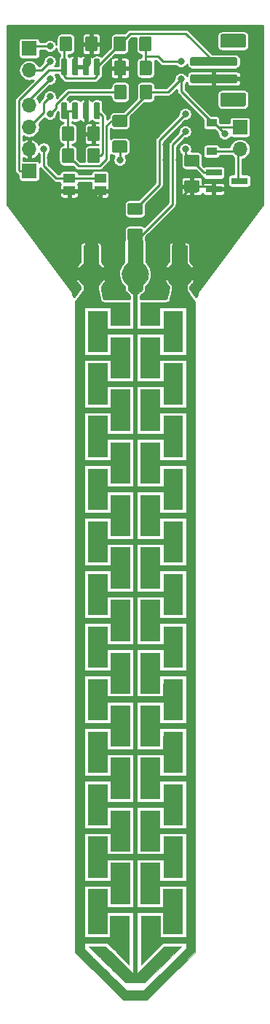
<source format=gbr>
G04 #@! TF.GenerationSoftware,KiCad,Pcbnew,(5.1.2)-2*
G04 #@! TF.CreationDate,2019-09-14T22:41:29+02:00*
G04 #@! TF.ProjectId,PlantWatering,506c616e-7457-4617-9465-72696e672e6b,rev?*
G04 #@! TF.SameCoordinates,Original*
G04 #@! TF.FileFunction,Copper,L1,Top*
G04 #@! TF.FilePolarity,Positive*
%FSLAX46Y46*%
G04 Gerber Fmt 4.6, Leading zero omitted, Abs format (unit mm)*
G04 Created by KiCad (PCBNEW (5.1.2)-2) date 2019-09-14 22:41:29*
%MOMM*%
%LPD*%
G04 APERTURE LIST*
%ADD10C,0.002540*%
%ADD11C,0.100000*%
%ADD12C,1.600000*%
%ADD13C,1.000000*%
%ADD14R,1.900000X0.800000*%
%ADD15R,1.700000X1.700000*%
%ADD16O,1.700000X1.700000*%
%ADD17C,1.425000*%
%ADD18R,1.200000X0.900000*%
%ADD19C,0.650000*%
%ADD20R,1.400000X1.050000*%
%ADD21C,0.800000*%
%ADD22C,0.250000*%
%ADD23C,1.500000*%
%ADD24C,1.800000*%
%ADD25C,0.254000*%
G04 APERTURE END LIST*
D10*
G36*
X110065820Y-78188820D02*
G01*
X110065820Y-79232760D01*
X110065820Y-80276700D01*
X110175040Y-80360520D01*
X110319820Y-80490060D01*
X110451900Y-80650080D01*
X110566200Y-80830420D01*
X110655100Y-81020920D01*
X110677960Y-81079340D01*
X110703360Y-81188560D01*
X109189520Y-81188560D01*
X109090460Y-81208880D01*
X109001560Y-81257140D01*
X108927900Y-81328260D01*
X108879640Y-81422240D01*
X108859320Y-81539080D01*
X108859320Y-81544160D01*
X108879640Y-81663540D01*
X108935520Y-81765140D01*
X109021880Y-81843880D01*
X109128560Y-81892140D01*
X109247940Y-81904840D01*
X109357160Y-81879440D01*
X109451140Y-81821020D01*
X109524800Y-81737200D01*
X109570520Y-81633060D01*
X109580680Y-81549240D01*
X109573060Y-81473040D01*
X109557820Y-81407000D01*
X109550200Y-81389220D01*
X109479080Y-81292700D01*
X109392720Y-81229200D01*
X109293660Y-81193640D01*
X109189520Y-81188560D01*
X110703360Y-81188560D01*
X110733840Y-81313020D01*
X110751620Y-81551780D01*
X110731300Y-81790540D01*
X110675420Y-82024220D01*
X110583980Y-82245200D01*
X110459520Y-82448400D01*
X110304580Y-82631280D01*
X110195360Y-82727800D01*
X110065820Y-82831940D01*
X110065820Y-83088480D01*
X110065820Y-83347560D01*
X109761020Y-83614260D01*
X109453680Y-83883500D01*
X109453680Y-85862160D01*
X109453680Y-87840820D01*
X110987840Y-87840820D01*
X112522000Y-87840820D01*
X112522000Y-86824820D01*
X112522000Y-85808820D01*
X113611660Y-85808820D01*
X114701320Y-85808820D01*
X114701320Y-88148160D01*
X114701320Y-90487500D01*
X113611660Y-90487500D01*
X112522000Y-90487500D01*
X112522000Y-89471500D01*
X112522000Y-88455500D01*
X110987840Y-88455500D01*
X109453680Y-88455500D01*
X109453680Y-91196160D01*
X109453680Y-93936820D01*
X110987840Y-93936820D01*
X112522000Y-93936820D01*
X112522000Y-92910660D01*
X112522000Y-91884500D01*
X113611660Y-91884500D01*
X114701320Y-91884500D01*
X114701320Y-94234000D01*
X114701320Y-96583500D01*
X113611660Y-96583500D01*
X112522000Y-96583500D01*
X112522000Y-95567500D01*
X112522000Y-94551500D01*
X110987840Y-94551500D01*
X109453680Y-94551500D01*
X109453680Y-97292160D01*
X109453680Y-100032820D01*
X110987840Y-100032820D01*
X112522000Y-100032820D01*
X112522000Y-99006660D01*
X112522000Y-97980500D01*
X113611660Y-97980500D01*
X114701320Y-97980500D01*
X114701320Y-100330000D01*
X114701320Y-102679500D01*
X113611660Y-102679500D01*
X112522000Y-102679500D01*
X112522000Y-101663500D01*
X112522000Y-100647500D01*
X110987840Y-100647500D01*
X109453680Y-100647500D01*
X109453680Y-103388160D01*
X109453680Y-106128820D01*
X110987840Y-106128820D01*
X112522000Y-106128820D01*
X112522000Y-105112820D01*
X112522000Y-104096820D01*
X113611660Y-104096820D01*
X114701320Y-104096820D01*
X114701320Y-106436160D01*
X114701320Y-108775500D01*
X113611660Y-108775500D01*
X112522000Y-108775500D01*
X112522000Y-107759500D01*
X112522000Y-106743500D01*
X110987840Y-106743500D01*
X109453680Y-106743500D01*
X109453680Y-109484160D01*
X109453680Y-112224820D01*
X110987840Y-112224820D01*
X112522000Y-112224820D01*
X112522000Y-111208820D01*
X112522000Y-110192820D01*
X113611660Y-110192820D01*
X114701320Y-110192820D01*
X114701320Y-112532160D01*
X114701320Y-114871500D01*
X113611660Y-114871500D01*
X112522000Y-114871500D01*
X112522000Y-113855500D01*
X112522000Y-112839500D01*
X110987840Y-112839500D01*
X109453680Y-112839500D01*
X109453680Y-115590320D01*
X109453680Y-118343680D01*
X110987840Y-118343680D01*
X112522000Y-118343680D01*
X112522000Y-117314980D01*
X112522000Y-116288820D01*
X113611660Y-116288820D01*
X114701320Y-116288820D01*
X114701320Y-118638320D01*
X114701320Y-120987820D01*
X113611660Y-120987820D01*
X112522000Y-120987820D01*
X112522000Y-119961660D01*
X112522000Y-118935500D01*
X110987840Y-118935500D01*
X109453680Y-118935500D01*
X109453680Y-121676160D01*
X109453680Y-124416820D01*
X110987840Y-124416820D01*
X112522000Y-124416820D01*
X112522000Y-123400820D01*
X112522000Y-122384820D01*
X113611660Y-122384820D01*
X114701320Y-122384820D01*
X114701320Y-124724160D01*
X114701320Y-127063500D01*
X113611660Y-127063500D01*
X112522000Y-127063500D01*
X112522000Y-126047500D01*
X112522000Y-125031500D01*
X110987840Y-125031500D01*
X109453680Y-125031500D01*
X109458760Y-127767080D01*
X109463840Y-130502660D01*
X110987840Y-130502660D01*
X112511840Y-130502660D01*
X112516920Y-129504440D01*
X112522000Y-128503680D01*
X113611660Y-128503680D01*
X114701320Y-128503680D01*
X114701320Y-130820160D01*
X114701320Y-133139180D01*
X113611660Y-133139180D01*
X112522000Y-133139180D01*
X112522000Y-132123180D01*
X112522000Y-131107180D01*
X110987840Y-131107180D01*
X109453680Y-131107180D01*
X109453680Y-133868160D01*
X109453680Y-136631680D01*
X110982760Y-136626600D01*
X112511840Y-136621520D01*
X112516920Y-135600440D01*
X112522000Y-134576820D01*
X113611660Y-134576820D01*
X114701320Y-134576820D01*
X114701320Y-136916160D01*
X114701320Y-139255500D01*
X113611660Y-139255500D01*
X112522000Y-139255500D01*
X112522000Y-138239500D01*
X112522000Y-137223500D01*
X110987840Y-137223500D01*
X109453680Y-137223500D01*
X109453680Y-139964160D01*
X109453680Y-142704820D01*
X110987840Y-142704820D01*
X112522000Y-142704820D01*
X112522000Y-141688820D01*
X112522000Y-140672820D01*
X113611660Y-140672820D01*
X114701320Y-140672820D01*
X114701320Y-143012160D01*
X114701320Y-145351500D01*
X113611660Y-145351500D01*
X112522000Y-145351500D01*
X112522000Y-144335500D01*
X112522000Y-143319500D01*
X110987840Y-143319500D01*
X109453680Y-143319500D01*
X109453680Y-146050000D01*
X109453680Y-148780500D01*
X110987840Y-148780500D01*
X112522000Y-148780500D01*
X112522000Y-147764500D01*
X112522000Y-146748500D01*
X113611660Y-146748500D01*
X114701320Y-146748500D01*
X114701320Y-149087840D01*
X114701320Y-151427180D01*
X113611660Y-151427180D01*
X112522000Y-151427180D01*
X112522000Y-150411180D01*
X112522000Y-149395180D01*
X110987840Y-149395180D01*
X109453680Y-149395180D01*
X109453680Y-152146000D01*
X109453680Y-154896820D01*
X110977680Y-154896820D01*
X112501680Y-154896820D01*
X112501680Y-153870660D01*
X112501680Y-152844500D01*
X113601500Y-152844500D01*
X114701320Y-152844500D01*
X114701320Y-155417520D01*
X114701320Y-157988000D01*
X113601500Y-157988000D01*
X112501680Y-157988000D01*
X112501680Y-156751020D01*
X112501680Y-155511500D01*
X110977680Y-155511500D01*
X109453680Y-155511500D01*
X109453680Y-159082740D01*
X109453680Y-162656520D01*
X111038640Y-161069020D01*
X112626140Y-159484060D01*
X113593880Y-159473900D01*
X113794540Y-159471360D01*
X113982500Y-159471360D01*
X114152680Y-159471360D01*
X114305080Y-159468820D01*
X114429540Y-159468820D01*
X114523520Y-159471360D01*
X114584480Y-159471360D01*
X114604800Y-159473900D01*
X114604800Y-159481520D01*
X114587020Y-159504380D01*
X114554000Y-159542480D01*
X114500660Y-159598360D01*
X114429540Y-159672020D01*
X114338100Y-159766000D01*
X114226340Y-159877760D01*
X114089180Y-160012380D01*
X113929160Y-160169860D01*
X113743740Y-160350200D01*
X113532920Y-160555940D01*
X113296700Y-160787080D01*
X113030000Y-161046160D01*
X112732820Y-161333180D01*
X112699800Y-161363660D01*
X112455960Y-161602420D01*
X112217200Y-161833560D01*
X111983520Y-162057080D01*
X111762540Y-162272980D01*
X111551720Y-162476180D01*
X111353600Y-162666680D01*
X111173260Y-162841940D01*
X111010700Y-162999420D01*
X110868460Y-163136580D01*
X110749080Y-163253420D01*
X110652560Y-163347400D01*
X110581440Y-163413440D01*
X110540800Y-163454080D01*
X110327440Y-163659820D01*
X109220000Y-163659820D01*
X108112560Y-163659820D01*
X107899200Y-163454080D01*
X107856020Y-163413440D01*
X107787440Y-163344860D01*
X107688380Y-163250880D01*
X107569000Y-163134040D01*
X107426760Y-162996880D01*
X107261660Y-162839400D01*
X107081320Y-162664140D01*
X106885740Y-162473640D01*
X106674920Y-162270440D01*
X106451400Y-162054540D01*
X106220260Y-161828480D01*
X105978960Y-161597340D01*
X105737660Y-161363660D01*
X105440480Y-161074100D01*
X105171240Y-160815020D01*
X104929940Y-160578800D01*
X104716580Y-160370520D01*
X104528620Y-160187640D01*
X104366060Y-160030160D01*
X104228900Y-159893000D01*
X104112060Y-159776160D01*
X104018080Y-159682180D01*
X103944420Y-159605980D01*
X103891080Y-159547560D01*
X103855520Y-159506920D01*
X103835200Y-159481520D01*
X103832660Y-159473900D01*
X103863140Y-159471360D01*
X103929180Y-159471360D01*
X104030780Y-159468820D01*
X104160320Y-159468820D01*
X104315260Y-159471360D01*
X104487980Y-159471360D01*
X104678480Y-159473900D01*
X104843580Y-159473900D01*
X105813860Y-159484060D01*
X107401360Y-161069020D01*
X108986320Y-162656520D01*
X108986320Y-159082740D01*
X108986320Y-155511500D01*
X107462320Y-155511500D01*
X105938320Y-155511500D01*
X105938320Y-156751020D01*
X105938320Y-157988000D01*
X104838500Y-157988000D01*
X103738680Y-157988000D01*
X103738680Y-155417520D01*
X103738680Y-152844500D01*
X104838500Y-152844500D01*
X105938320Y-152844500D01*
X105938320Y-153870660D01*
X105938320Y-154896820D01*
X107462320Y-154896820D01*
X108986320Y-154896820D01*
X108986320Y-152146000D01*
X108986320Y-149395180D01*
X107452160Y-149395180D01*
X105918000Y-149395180D01*
X105918000Y-150411180D01*
X105918000Y-151427180D01*
X104828340Y-151427180D01*
X103738680Y-151427180D01*
X103738680Y-149087840D01*
X103738680Y-146748500D01*
X104828340Y-146748500D01*
X105918000Y-146748500D01*
X105918000Y-147764500D01*
X105918000Y-148780500D01*
X107452160Y-148780500D01*
X108986320Y-148780500D01*
X108986320Y-146050000D01*
X108986320Y-143319500D01*
X107452160Y-143319500D01*
X105918000Y-143319500D01*
X105918000Y-144335500D01*
X105918000Y-145351500D01*
X104828340Y-145351500D01*
X103738680Y-145351500D01*
X103738680Y-143012160D01*
X103738680Y-140672820D01*
X104828340Y-140672820D01*
X105918000Y-140672820D01*
X105918000Y-141688820D01*
X105918000Y-142704820D01*
X107452160Y-142704820D01*
X108986320Y-142704820D01*
X108986320Y-139964160D01*
X108986320Y-137223500D01*
X107452160Y-137223500D01*
X105918000Y-137223500D01*
X105918000Y-138239500D01*
X105918000Y-139255500D01*
X104828340Y-139255500D01*
X103738680Y-139255500D01*
X103738680Y-136916160D01*
X103738680Y-134576820D01*
X104828340Y-134576820D01*
X105918000Y-134576820D01*
X105923080Y-135600440D01*
X105928160Y-136621520D01*
X107457240Y-136626600D01*
X108986320Y-136631680D01*
X108986320Y-133868160D01*
X108986320Y-131107180D01*
X107452160Y-131107180D01*
X105918000Y-131107180D01*
X105918000Y-132123180D01*
X105918000Y-133139180D01*
X104828340Y-133139180D01*
X103738680Y-133139180D01*
X103738680Y-130820160D01*
X103738680Y-128503680D01*
X104828340Y-128503680D01*
X105918000Y-128503680D01*
X105923080Y-129504440D01*
X105928160Y-130502660D01*
X107452160Y-130502660D01*
X108976160Y-130502660D01*
X108981240Y-127767080D01*
X108986320Y-125031500D01*
X107452160Y-125031500D01*
X105918000Y-125031500D01*
X105918000Y-126047500D01*
X105918000Y-127063500D01*
X104828340Y-127063500D01*
X103738680Y-127063500D01*
X103738680Y-124724160D01*
X103738680Y-122384820D01*
X104828340Y-122384820D01*
X105918000Y-122384820D01*
X105918000Y-123400820D01*
X105918000Y-124416820D01*
X107452160Y-124416820D01*
X108986320Y-124416820D01*
X108986320Y-121676160D01*
X108986320Y-118935500D01*
X107452160Y-118935500D01*
X105918000Y-118935500D01*
X105918000Y-119961660D01*
X105918000Y-120987820D01*
X104828340Y-120987820D01*
X103738680Y-120987820D01*
X103738680Y-118638320D01*
X103738680Y-116288820D01*
X104828340Y-116288820D01*
X105918000Y-116288820D01*
X105918000Y-117314980D01*
X105918000Y-118343680D01*
X107452160Y-118343680D01*
X108986320Y-118343680D01*
X108986320Y-115590320D01*
X108986320Y-112839500D01*
X107452160Y-112839500D01*
X105918000Y-112839500D01*
X105918000Y-113855500D01*
X105918000Y-114871500D01*
X104828340Y-114871500D01*
X103738680Y-114871500D01*
X103738680Y-112532160D01*
X103738680Y-110192820D01*
X104828340Y-110192820D01*
X105918000Y-110192820D01*
X105918000Y-111208820D01*
X105918000Y-112224820D01*
X107452160Y-112224820D01*
X108986320Y-112224820D01*
X108986320Y-109484160D01*
X108986320Y-106743500D01*
X107452160Y-106743500D01*
X105918000Y-106743500D01*
X105918000Y-107759500D01*
X105918000Y-108775500D01*
X104828340Y-108775500D01*
X103738680Y-108775500D01*
X103738680Y-106436160D01*
X103738680Y-104096820D01*
X104828340Y-104096820D01*
X105918000Y-104096820D01*
X105918000Y-105112820D01*
X105918000Y-106128820D01*
X107452160Y-106128820D01*
X108986320Y-106128820D01*
X108986320Y-103388160D01*
X108986320Y-100647500D01*
X107452160Y-100647500D01*
X105918000Y-100647500D01*
X105918000Y-101663500D01*
X105918000Y-102679500D01*
X104828340Y-102679500D01*
X103738680Y-102679500D01*
X103738680Y-100330000D01*
X103738680Y-97980500D01*
X104828340Y-97980500D01*
X105918000Y-97980500D01*
X105918000Y-99006660D01*
X105918000Y-100032820D01*
X107452160Y-100032820D01*
X108986320Y-100032820D01*
X108986320Y-97292160D01*
X108986320Y-94551500D01*
X107452160Y-94551500D01*
X105918000Y-94551500D01*
X105918000Y-95567500D01*
X105918000Y-96583500D01*
X104828340Y-96583500D01*
X103738680Y-96583500D01*
X103738680Y-94234000D01*
X103738680Y-91884500D01*
X104828340Y-91884500D01*
X105918000Y-91884500D01*
X105918000Y-92910660D01*
X105918000Y-93936820D01*
X107452160Y-93936820D01*
X108986320Y-93936820D01*
X108986320Y-91196160D01*
X108986320Y-88455500D01*
X107452160Y-88455500D01*
X105918000Y-88455500D01*
X105918000Y-89471500D01*
X105918000Y-90487500D01*
X104828340Y-90487500D01*
X103738680Y-90487500D01*
X103738680Y-88148160D01*
X103738680Y-85808820D01*
X104828340Y-85808820D01*
X105918000Y-85808820D01*
X105918000Y-86824820D01*
X105918000Y-87840820D01*
X107452160Y-87840820D01*
X108986320Y-87840820D01*
X108986320Y-85862160D01*
X108986320Y-83883500D01*
X108678980Y-83614260D01*
X108374180Y-83347560D01*
X108374180Y-83088480D01*
X108374180Y-82831940D01*
X108244640Y-82727800D01*
X108071920Y-82565240D01*
X107927140Y-82372200D01*
X107815380Y-82156300D01*
X107734100Y-81922620D01*
X107698540Y-81727040D01*
X107688380Y-81495900D01*
X107718860Y-81262220D01*
X107782360Y-81033620D01*
X107878880Y-80817720D01*
X108008420Y-80619600D01*
X108160820Y-80446880D01*
X108264960Y-80360520D01*
X108371640Y-80276700D01*
X108371640Y-79232760D01*
X108374180Y-78188820D01*
X109220000Y-78188820D01*
X110065820Y-78188820D01*
X110065820Y-78188820D01*
G37*
X110065820Y-78188820D02*
X110065820Y-79232760D01*
X110065820Y-80276700D01*
X110175040Y-80360520D01*
X110319820Y-80490060D01*
X110451900Y-80650080D01*
X110566200Y-80830420D01*
X110655100Y-81020920D01*
X110677960Y-81079340D01*
X110703360Y-81188560D01*
X109189520Y-81188560D01*
X109090460Y-81208880D01*
X109001560Y-81257140D01*
X108927900Y-81328260D01*
X108879640Y-81422240D01*
X108859320Y-81539080D01*
X108859320Y-81544160D01*
X108879640Y-81663540D01*
X108935520Y-81765140D01*
X109021880Y-81843880D01*
X109128560Y-81892140D01*
X109247940Y-81904840D01*
X109357160Y-81879440D01*
X109451140Y-81821020D01*
X109524800Y-81737200D01*
X109570520Y-81633060D01*
X109580680Y-81549240D01*
X109573060Y-81473040D01*
X109557820Y-81407000D01*
X109550200Y-81389220D01*
X109479080Y-81292700D01*
X109392720Y-81229200D01*
X109293660Y-81193640D01*
X109189520Y-81188560D01*
X110703360Y-81188560D01*
X110733840Y-81313020D01*
X110751620Y-81551780D01*
X110731300Y-81790540D01*
X110675420Y-82024220D01*
X110583980Y-82245200D01*
X110459520Y-82448400D01*
X110304580Y-82631280D01*
X110195360Y-82727800D01*
X110065820Y-82831940D01*
X110065820Y-83088480D01*
X110065820Y-83347560D01*
X109761020Y-83614260D01*
X109453680Y-83883500D01*
X109453680Y-85862160D01*
X109453680Y-87840820D01*
X110987840Y-87840820D01*
X112522000Y-87840820D01*
X112522000Y-86824820D01*
X112522000Y-85808820D01*
X113611660Y-85808820D01*
X114701320Y-85808820D01*
X114701320Y-88148160D01*
X114701320Y-90487500D01*
X113611660Y-90487500D01*
X112522000Y-90487500D01*
X112522000Y-89471500D01*
X112522000Y-88455500D01*
X110987840Y-88455500D01*
X109453680Y-88455500D01*
X109453680Y-91196160D01*
X109453680Y-93936820D01*
X110987840Y-93936820D01*
X112522000Y-93936820D01*
X112522000Y-92910660D01*
X112522000Y-91884500D01*
X113611660Y-91884500D01*
X114701320Y-91884500D01*
X114701320Y-94234000D01*
X114701320Y-96583500D01*
X113611660Y-96583500D01*
X112522000Y-96583500D01*
X112522000Y-95567500D01*
X112522000Y-94551500D01*
X110987840Y-94551500D01*
X109453680Y-94551500D01*
X109453680Y-97292160D01*
X109453680Y-100032820D01*
X110987840Y-100032820D01*
X112522000Y-100032820D01*
X112522000Y-99006660D01*
X112522000Y-97980500D01*
X113611660Y-97980500D01*
X114701320Y-97980500D01*
X114701320Y-100330000D01*
X114701320Y-102679500D01*
X113611660Y-102679500D01*
X112522000Y-102679500D01*
X112522000Y-101663500D01*
X112522000Y-100647500D01*
X110987840Y-100647500D01*
X109453680Y-100647500D01*
X109453680Y-103388160D01*
X109453680Y-106128820D01*
X110987840Y-106128820D01*
X112522000Y-106128820D01*
X112522000Y-105112820D01*
X112522000Y-104096820D01*
X113611660Y-104096820D01*
X114701320Y-104096820D01*
X114701320Y-106436160D01*
X114701320Y-108775500D01*
X113611660Y-108775500D01*
X112522000Y-108775500D01*
X112522000Y-107759500D01*
X112522000Y-106743500D01*
X110987840Y-106743500D01*
X109453680Y-106743500D01*
X109453680Y-109484160D01*
X109453680Y-112224820D01*
X110987840Y-112224820D01*
X112522000Y-112224820D01*
X112522000Y-111208820D01*
X112522000Y-110192820D01*
X113611660Y-110192820D01*
X114701320Y-110192820D01*
X114701320Y-112532160D01*
X114701320Y-114871500D01*
X113611660Y-114871500D01*
X112522000Y-114871500D01*
X112522000Y-113855500D01*
X112522000Y-112839500D01*
X110987840Y-112839500D01*
X109453680Y-112839500D01*
X109453680Y-115590320D01*
X109453680Y-118343680D01*
X110987840Y-118343680D01*
X112522000Y-118343680D01*
X112522000Y-117314980D01*
X112522000Y-116288820D01*
X113611660Y-116288820D01*
X114701320Y-116288820D01*
X114701320Y-118638320D01*
X114701320Y-120987820D01*
X113611660Y-120987820D01*
X112522000Y-120987820D01*
X112522000Y-119961660D01*
X112522000Y-118935500D01*
X110987840Y-118935500D01*
X109453680Y-118935500D01*
X109453680Y-121676160D01*
X109453680Y-124416820D01*
X110987840Y-124416820D01*
X112522000Y-124416820D01*
X112522000Y-123400820D01*
X112522000Y-122384820D01*
X113611660Y-122384820D01*
X114701320Y-122384820D01*
X114701320Y-124724160D01*
X114701320Y-127063500D01*
X113611660Y-127063500D01*
X112522000Y-127063500D01*
X112522000Y-126047500D01*
X112522000Y-125031500D01*
X110987840Y-125031500D01*
X109453680Y-125031500D01*
X109458760Y-127767080D01*
X109463840Y-130502660D01*
X110987840Y-130502660D01*
X112511840Y-130502660D01*
X112516920Y-129504440D01*
X112522000Y-128503680D01*
X113611660Y-128503680D01*
X114701320Y-128503680D01*
X114701320Y-130820160D01*
X114701320Y-133139180D01*
X113611660Y-133139180D01*
X112522000Y-133139180D01*
X112522000Y-132123180D01*
X112522000Y-131107180D01*
X110987840Y-131107180D01*
X109453680Y-131107180D01*
X109453680Y-133868160D01*
X109453680Y-136631680D01*
X110982760Y-136626600D01*
X112511840Y-136621520D01*
X112516920Y-135600440D01*
X112522000Y-134576820D01*
X113611660Y-134576820D01*
X114701320Y-134576820D01*
X114701320Y-136916160D01*
X114701320Y-139255500D01*
X113611660Y-139255500D01*
X112522000Y-139255500D01*
X112522000Y-138239500D01*
X112522000Y-137223500D01*
X110987840Y-137223500D01*
X109453680Y-137223500D01*
X109453680Y-139964160D01*
X109453680Y-142704820D01*
X110987840Y-142704820D01*
X112522000Y-142704820D01*
X112522000Y-141688820D01*
X112522000Y-140672820D01*
X113611660Y-140672820D01*
X114701320Y-140672820D01*
X114701320Y-143012160D01*
X114701320Y-145351500D01*
X113611660Y-145351500D01*
X112522000Y-145351500D01*
X112522000Y-144335500D01*
X112522000Y-143319500D01*
X110987840Y-143319500D01*
X109453680Y-143319500D01*
X109453680Y-146050000D01*
X109453680Y-148780500D01*
X110987840Y-148780500D01*
X112522000Y-148780500D01*
X112522000Y-147764500D01*
X112522000Y-146748500D01*
X113611660Y-146748500D01*
X114701320Y-146748500D01*
X114701320Y-149087840D01*
X114701320Y-151427180D01*
X113611660Y-151427180D01*
X112522000Y-151427180D01*
X112522000Y-150411180D01*
X112522000Y-149395180D01*
X110987840Y-149395180D01*
X109453680Y-149395180D01*
X109453680Y-152146000D01*
X109453680Y-154896820D01*
X110977680Y-154896820D01*
X112501680Y-154896820D01*
X112501680Y-153870660D01*
X112501680Y-152844500D01*
X113601500Y-152844500D01*
X114701320Y-152844500D01*
X114701320Y-155417520D01*
X114701320Y-157988000D01*
X113601500Y-157988000D01*
X112501680Y-157988000D01*
X112501680Y-156751020D01*
X112501680Y-155511500D01*
X110977680Y-155511500D01*
X109453680Y-155511500D01*
X109453680Y-159082740D01*
X109453680Y-162656520D01*
X111038640Y-161069020D01*
X112626140Y-159484060D01*
X113593880Y-159473900D01*
X113794540Y-159471360D01*
X113982500Y-159471360D01*
X114152680Y-159471360D01*
X114305080Y-159468820D01*
X114429540Y-159468820D01*
X114523520Y-159471360D01*
X114584480Y-159471360D01*
X114604800Y-159473900D01*
X114604800Y-159481520D01*
X114587020Y-159504380D01*
X114554000Y-159542480D01*
X114500660Y-159598360D01*
X114429540Y-159672020D01*
X114338100Y-159766000D01*
X114226340Y-159877760D01*
X114089180Y-160012380D01*
X113929160Y-160169860D01*
X113743740Y-160350200D01*
X113532920Y-160555940D01*
X113296700Y-160787080D01*
X113030000Y-161046160D01*
X112732820Y-161333180D01*
X112699800Y-161363660D01*
X112455960Y-161602420D01*
X112217200Y-161833560D01*
X111983520Y-162057080D01*
X111762540Y-162272980D01*
X111551720Y-162476180D01*
X111353600Y-162666680D01*
X111173260Y-162841940D01*
X111010700Y-162999420D01*
X110868460Y-163136580D01*
X110749080Y-163253420D01*
X110652560Y-163347400D01*
X110581440Y-163413440D01*
X110540800Y-163454080D01*
X110327440Y-163659820D01*
X109220000Y-163659820D01*
X108112560Y-163659820D01*
X107899200Y-163454080D01*
X107856020Y-163413440D01*
X107787440Y-163344860D01*
X107688380Y-163250880D01*
X107569000Y-163134040D01*
X107426760Y-162996880D01*
X107261660Y-162839400D01*
X107081320Y-162664140D01*
X106885740Y-162473640D01*
X106674920Y-162270440D01*
X106451400Y-162054540D01*
X106220260Y-161828480D01*
X105978960Y-161597340D01*
X105737660Y-161363660D01*
X105440480Y-161074100D01*
X105171240Y-160815020D01*
X104929940Y-160578800D01*
X104716580Y-160370520D01*
X104528620Y-160187640D01*
X104366060Y-160030160D01*
X104228900Y-159893000D01*
X104112060Y-159776160D01*
X104018080Y-159682180D01*
X103944420Y-159605980D01*
X103891080Y-159547560D01*
X103855520Y-159506920D01*
X103835200Y-159481520D01*
X103832660Y-159473900D01*
X103863140Y-159471360D01*
X103929180Y-159471360D01*
X104030780Y-159468820D01*
X104160320Y-159468820D01*
X104315260Y-159471360D01*
X104487980Y-159471360D01*
X104678480Y-159473900D01*
X104843580Y-159473900D01*
X105813860Y-159484060D01*
X107401360Y-161069020D01*
X108986320Y-162656520D01*
X108986320Y-159082740D01*
X108986320Y-155511500D01*
X107462320Y-155511500D01*
X105938320Y-155511500D01*
X105938320Y-156751020D01*
X105938320Y-157988000D01*
X104838500Y-157988000D01*
X103738680Y-157988000D01*
X103738680Y-155417520D01*
X103738680Y-152844500D01*
X104838500Y-152844500D01*
X105938320Y-152844500D01*
X105938320Y-153870660D01*
X105938320Y-154896820D01*
X107462320Y-154896820D01*
X108986320Y-154896820D01*
X108986320Y-152146000D01*
X108986320Y-149395180D01*
X107452160Y-149395180D01*
X105918000Y-149395180D01*
X105918000Y-150411180D01*
X105918000Y-151427180D01*
X104828340Y-151427180D01*
X103738680Y-151427180D01*
X103738680Y-149087840D01*
X103738680Y-146748500D01*
X104828340Y-146748500D01*
X105918000Y-146748500D01*
X105918000Y-147764500D01*
X105918000Y-148780500D01*
X107452160Y-148780500D01*
X108986320Y-148780500D01*
X108986320Y-146050000D01*
X108986320Y-143319500D01*
X107452160Y-143319500D01*
X105918000Y-143319500D01*
X105918000Y-144335500D01*
X105918000Y-145351500D01*
X104828340Y-145351500D01*
X103738680Y-145351500D01*
X103738680Y-143012160D01*
X103738680Y-140672820D01*
X104828340Y-140672820D01*
X105918000Y-140672820D01*
X105918000Y-141688820D01*
X105918000Y-142704820D01*
X107452160Y-142704820D01*
X108986320Y-142704820D01*
X108986320Y-139964160D01*
X108986320Y-137223500D01*
X107452160Y-137223500D01*
X105918000Y-137223500D01*
X105918000Y-138239500D01*
X105918000Y-139255500D01*
X104828340Y-139255500D01*
X103738680Y-139255500D01*
X103738680Y-136916160D01*
X103738680Y-134576820D01*
X104828340Y-134576820D01*
X105918000Y-134576820D01*
X105923080Y-135600440D01*
X105928160Y-136621520D01*
X107457240Y-136626600D01*
X108986320Y-136631680D01*
X108986320Y-133868160D01*
X108986320Y-131107180D01*
X107452160Y-131107180D01*
X105918000Y-131107180D01*
X105918000Y-132123180D01*
X105918000Y-133139180D01*
X104828340Y-133139180D01*
X103738680Y-133139180D01*
X103738680Y-130820160D01*
X103738680Y-128503680D01*
X104828340Y-128503680D01*
X105918000Y-128503680D01*
X105923080Y-129504440D01*
X105928160Y-130502660D01*
X107452160Y-130502660D01*
X108976160Y-130502660D01*
X108981240Y-127767080D01*
X108986320Y-125031500D01*
X107452160Y-125031500D01*
X105918000Y-125031500D01*
X105918000Y-126047500D01*
X105918000Y-127063500D01*
X104828340Y-127063500D01*
X103738680Y-127063500D01*
X103738680Y-124724160D01*
X103738680Y-122384820D01*
X104828340Y-122384820D01*
X105918000Y-122384820D01*
X105918000Y-123400820D01*
X105918000Y-124416820D01*
X107452160Y-124416820D01*
X108986320Y-124416820D01*
X108986320Y-121676160D01*
X108986320Y-118935500D01*
X107452160Y-118935500D01*
X105918000Y-118935500D01*
X105918000Y-119961660D01*
X105918000Y-120987820D01*
X104828340Y-120987820D01*
X103738680Y-120987820D01*
X103738680Y-118638320D01*
X103738680Y-116288820D01*
X104828340Y-116288820D01*
X105918000Y-116288820D01*
X105918000Y-117314980D01*
X105918000Y-118343680D01*
X107452160Y-118343680D01*
X108986320Y-118343680D01*
X108986320Y-115590320D01*
X108986320Y-112839500D01*
X107452160Y-112839500D01*
X105918000Y-112839500D01*
X105918000Y-113855500D01*
X105918000Y-114871500D01*
X104828340Y-114871500D01*
X103738680Y-114871500D01*
X103738680Y-112532160D01*
X103738680Y-110192820D01*
X104828340Y-110192820D01*
X105918000Y-110192820D01*
X105918000Y-111208820D01*
X105918000Y-112224820D01*
X107452160Y-112224820D01*
X108986320Y-112224820D01*
X108986320Y-109484160D01*
X108986320Y-106743500D01*
X107452160Y-106743500D01*
X105918000Y-106743500D01*
X105918000Y-107759500D01*
X105918000Y-108775500D01*
X104828340Y-108775500D01*
X103738680Y-108775500D01*
X103738680Y-106436160D01*
X103738680Y-104096820D01*
X104828340Y-104096820D01*
X105918000Y-104096820D01*
X105918000Y-105112820D01*
X105918000Y-106128820D01*
X107452160Y-106128820D01*
X108986320Y-106128820D01*
X108986320Y-103388160D01*
X108986320Y-100647500D01*
X107452160Y-100647500D01*
X105918000Y-100647500D01*
X105918000Y-101663500D01*
X105918000Y-102679500D01*
X104828340Y-102679500D01*
X103738680Y-102679500D01*
X103738680Y-100330000D01*
X103738680Y-97980500D01*
X104828340Y-97980500D01*
X105918000Y-97980500D01*
X105918000Y-99006660D01*
X105918000Y-100032820D01*
X107452160Y-100032820D01*
X108986320Y-100032820D01*
X108986320Y-97292160D01*
X108986320Y-94551500D01*
X107452160Y-94551500D01*
X105918000Y-94551500D01*
X105918000Y-95567500D01*
X105918000Y-96583500D01*
X104828340Y-96583500D01*
X103738680Y-96583500D01*
X103738680Y-94234000D01*
X103738680Y-91884500D01*
X104828340Y-91884500D01*
X105918000Y-91884500D01*
X105918000Y-92910660D01*
X105918000Y-93936820D01*
X107452160Y-93936820D01*
X108986320Y-93936820D01*
X108986320Y-91196160D01*
X108986320Y-88455500D01*
X107452160Y-88455500D01*
X105918000Y-88455500D01*
X105918000Y-89471500D01*
X105918000Y-90487500D01*
X104828340Y-90487500D01*
X103738680Y-90487500D01*
X103738680Y-88148160D01*
X103738680Y-85808820D01*
X104828340Y-85808820D01*
X105918000Y-85808820D01*
X105918000Y-86824820D01*
X105918000Y-87840820D01*
X107452160Y-87840820D01*
X108986320Y-87840820D01*
X108986320Y-85862160D01*
X108986320Y-83883500D01*
X108678980Y-83614260D01*
X108374180Y-83347560D01*
X108374180Y-83088480D01*
X108374180Y-82831940D01*
X108244640Y-82727800D01*
X108071920Y-82565240D01*
X107927140Y-82372200D01*
X107815380Y-82156300D01*
X107734100Y-81922620D01*
X107698540Y-81727040D01*
X107688380Y-81495900D01*
X107718860Y-81262220D01*
X107782360Y-81033620D01*
X107878880Y-80817720D01*
X108008420Y-80619600D01*
X108160820Y-80446880D01*
X108264960Y-80360520D01*
X108371640Y-80276700D01*
X108371640Y-79232760D01*
X108374180Y-78188820D01*
X109220000Y-78188820D01*
X110065820Y-78188820D01*
G36*
X115232180Y-78211680D02*
G01*
X115232180Y-79253080D01*
X115232180Y-80297020D01*
X115346480Y-80385920D01*
X115483640Y-80512920D01*
X115608100Y-80670400D01*
X115719860Y-80848200D01*
X115803680Y-81033620D01*
X115824000Y-81084420D01*
X115849400Y-81188560D01*
X114310160Y-81188560D01*
X114282220Y-81193640D01*
X114167920Y-81244440D01*
X114086640Y-81320640D01*
X114038380Y-81422240D01*
X114023140Y-81544160D01*
X114038380Y-81671160D01*
X114086640Y-81770220D01*
X114145060Y-81828640D01*
X114246660Y-81884520D01*
X114353340Y-81904840D01*
X114460020Y-81892140D01*
X114556540Y-81848960D01*
X114637820Y-81777840D01*
X114696240Y-81686400D01*
X114721640Y-81577180D01*
X114724180Y-81549240D01*
X114716560Y-81473040D01*
X114701320Y-81407000D01*
X114693700Y-81389220D01*
X114622580Y-81295240D01*
X114528600Y-81226660D01*
X114421920Y-81188560D01*
X114310160Y-81188560D01*
X115849400Y-81188560D01*
X115882420Y-81323180D01*
X115897660Y-81564480D01*
X115877340Y-81803240D01*
X115816380Y-82036920D01*
X115719860Y-82257900D01*
X115587780Y-82463640D01*
X115420140Y-82651600D01*
X115336320Y-82725260D01*
X115232180Y-82814160D01*
X115232180Y-83080860D01*
X115232180Y-83347560D01*
X115707160Y-84028280D01*
X116184680Y-84706460D01*
X116184680Y-122443240D01*
X116184680Y-160180020D01*
X113395760Y-162915600D01*
X110606840Y-165651180D01*
X109220000Y-165651180D01*
X107833160Y-165651180D01*
X105044240Y-162915600D01*
X102255320Y-160180020D01*
X102255320Y-122443240D01*
X102255320Y-84706460D01*
X102732840Y-84028280D01*
X103207820Y-83347560D01*
X103207820Y-83080860D01*
X103207820Y-82814160D01*
X103101140Y-82725260D01*
X102920800Y-82550000D01*
X102773480Y-82349340D01*
X102661720Y-82135980D01*
X102585520Y-81907380D01*
X102544880Y-81671160D01*
X102544880Y-81429860D01*
X102585520Y-81188560D01*
X102616000Y-81084420D01*
X102694740Y-80899000D01*
X102798880Y-80718660D01*
X102920800Y-80553560D01*
X103055420Y-80418940D01*
X103093520Y-80385920D01*
X103207820Y-80297020D01*
X103207820Y-79253080D01*
X103207820Y-78211680D01*
X104076500Y-78211680D01*
X104945180Y-78211680D01*
X104942640Y-79255620D01*
X104942640Y-80302100D01*
X105059480Y-80401160D01*
X105234740Y-80576420D01*
X105376980Y-80782160D01*
X105491280Y-81015840D01*
X105539540Y-81153000D01*
X105547160Y-81188560D01*
X104114600Y-81188560D01*
X104005380Y-81191100D01*
X103985060Y-81196180D01*
X103873300Y-81246980D01*
X103789480Y-81325720D01*
X103733600Y-81427320D01*
X103715820Y-81544160D01*
X103733600Y-81661000D01*
X103784400Y-81757520D01*
X103860600Y-81833720D01*
X103954580Y-81881980D01*
X104058720Y-81904840D01*
X104167940Y-81892140D01*
X104272080Y-81846420D01*
X104294940Y-81828640D01*
X104343200Y-81782920D01*
X104376220Y-81739740D01*
X104409240Y-81638140D01*
X104419400Y-81523840D01*
X104401620Y-81412080D01*
X104376220Y-81351120D01*
X104312720Y-81272380D01*
X104221280Y-81216500D01*
X104114600Y-81188560D01*
X105547160Y-81188560D01*
X105570020Y-81287620D01*
X105585260Y-81450180D01*
X105590340Y-81617820D01*
X105577640Y-81780380D01*
X105554780Y-81920080D01*
X105552240Y-81927700D01*
X105463340Y-82171540D01*
X105343960Y-82389980D01*
X105183940Y-82590640D01*
X105082340Y-82692240D01*
X104945180Y-82819240D01*
X104945180Y-83088480D01*
X104945180Y-83162140D01*
X104945180Y-83225640D01*
X104950260Y-83286600D01*
X104955340Y-83350100D01*
X104968040Y-83418680D01*
X104983280Y-83502500D01*
X105006140Y-83606640D01*
X105034080Y-83733640D01*
X105072180Y-83891120D01*
X105112820Y-84061300D01*
X105153460Y-84226400D01*
X105189020Y-84378800D01*
X105222040Y-84515960D01*
X105247440Y-84627720D01*
X105267760Y-84711540D01*
X105280460Y-84764880D01*
X105283000Y-84777580D01*
X105303320Y-84780120D01*
X105361740Y-84782660D01*
X105458260Y-84785200D01*
X105587800Y-84787740D01*
X105745280Y-84787740D01*
X105928160Y-84790280D01*
X106136440Y-84792820D01*
X106362500Y-84792820D01*
X106606340Y-84792820D01*
X106865420Y-84792820D01*
X106934000Y-84792820D01*
X108585000Y-84792820D01*
X108585000Y-86131400D01*
X108585000Y-87469980D01*
X107764580Y-87467440D01*
X107569000Y-87464900D01*
X107373420Y-87462360D01*
X107185460Y-87459820D01*
X107015280Y-87457280D01*
X106865420Y-87454740D01*
X106746040Y-87452200D01*
X106664760Y-87447120D01*
X106382820Y-87434420D01*
X106382820Y-86420960D01*
X106382820Y-85407500D01*
X104838500Y-85407500D01*
X103294180Y-85407500D01*
X103294180Y-88148160D01*
X103294180Y-90888820D01*
X104828340Y-90888820D01*
X106362500Y-90888820D01*
X106362500Y-89872820D01*
X106362500Y-88856820D01*
X107472480Y-88856820D01*
X108585000Y-88856820D01*
X108585000Y-91206320D01*
X108585000Y-93555820D01*
X107472480Y-93555820D01*
X106362500Y-93555820D01*
X106362500Y-92529660D01*
X106362500Y-91503500D01*
X104828340Y-91503500D01*
X103294180Y-91503500D01*
X103294180Y-94244160D01*
X103294180Y-96984820D01*
X104828340Y-96984820D01*
X106362500Y-96984820D01*
X106362500Y-95958660D01*
X106362500Y-94932500D01*
X107472480Y-94932500D01*
X108585000Y-94932500D01*
X108585000Y-97282000D01*
X108585000Y-99631500D01*
X107472480Y-99631500D01*
X106362500Y-99631500D01*
X106362500Y-98615500D01*
X106362500Y-97599500D01*
X104828340Y-97599500D01*
X103294180Y-97599500D01*
X103294180Y-100350320D01*
X103294180Y-103103680D01*
X104828340Y-103103680D01*
X106362500Y-103103680D01*
X106362500Y-102074980D01*
X106362500Y-101048820D01*
X107472480Y-101048820D01*
X108585000Y-101048820D01*
X108585000Y-103398320D01*
X108585000Y-105747820D01*
X107472480Y-105747820D01*
X106362500Y-105747820D01*
X106362500Y-104731820D01*
X106362500Y-103715820D01*
X104828340Y-103715820D01*
X103294180Y-103715820D01*
X103294180Y-106446320D01*
X103294180Y-109176820D01*
X104828340Y-109176820D01*
X106362500Y-109176820D01*
X106362500Y-108160820D01*
X106362500Y-107144820D01*
X107472480Y-107144820D01*
X108585000Y-107144820D01*
X108585000Y-109494320D01*
X108585000Y-111843820D01*
X107472480Y-111843820D01*
X106362500Y-111843820D01*
X106362500Y-110817660D01*
X106362500Y-109791500D01*
X104828340Y-109791500D01*
X103294180Y-109791500D01*
X103294180Y-112532160D01*
X103294180Y-115272820D01*
X104828340Y-115272820D01*
X106362500Y-115272820D01*
X106362500Y-114246660D01*
X106362500Y-113220500D01*
X107472480Y-113220500D01*
X108585000Y-113220500D01*
X108585000Y-115570000D01*
X108585000Y-117919500D01*
X107472480Y-117919500D01*
X106362500Y-117919500D01*
X106362500Y-116903500D01*
X106362500Y-115887500D01*
X104828340Y-115887500D01*
X103294180Y-115887500D01*
X103294180Y-118628160D01*
X103294180Y-121368820D01*
X104828340Y-121368820D01*
X106362500Y-121368820D01*
X106362500Y-120342660D01*
X106362500Y-119316500D01*
X107472480Y-119316500D01*
X108585000Y-119316500D01*
X108585000Y-121666000D01*
X108585000Y-124015500D01*
X107472480Y-124015500D01*
X106362500Y-124015500D01*
X106362500Y-122999500D01*
X106362500Y-121983500D01*
X104828340Y-121983500D01*
X103294180Y-121983500D01*
X103294180Y-124724160D01*
X103294180Y-127464820D01*
X104828340Y-127464820D01*
X106362500Y-127464820D01*
X106362500Y-126448820D01*
X106362500Y-125432820D01*
X107472480Y-125432820D01*
X108585000Y-125432820D01*
X108585000Y-127782320D01*
X108585000Y-130131820D01*
X107472480Y-130131820D01*
X106362500Y-130131820D01*
X106362500Y-129105660D01*
X106362500Y-128079500D01*
X104828340Y-128079500D01*
X103294180Y-128079500D01*
X103294180Y-130830320D01*
X103294180Y-133583680D01*
X104828340Y-133583680D01*
X106362500Y-133583680D01*
X106362500Y-132557520D01*
X106362500Y-131528820D01*
X107472480Y-131528820D01*
X108585000Y-131528820D01*
X108585000Y-133878320D01*
X108585000Y-136227820D01*
X107472480Y-136227820D01*
X106362500Y-136227820D01*
X106362500Y-135201660D01*
X106362500Y-134175500D01*
X104828340Y-134175500D01*
X103294180Y-134175500D01*
X103294180Y-136916160D01*
X103294180Y-139656820D01*
X104828340Y-139656820D01*
X106362500Y-139656820D01*
X106362500Y-138630660D01*
X106362500Y-137604500D01*
X107472480Y-137604500D01*
X108585000Y-137604500D01*
X108585000Y-139954000D01*
X108585000Y-142303500D01*
X107472480Y-142303500D01*
X106362500Y-142303500D01*
X106362500Y-141287500D01*
X106362500Y-140271500D01*
X104828340Y-140271500D01*
X103294180Y-140271500D01*
X103294180Y-143012160D01*
X103294180Y-145752820D01*
X104828340Y-145752820D01*
X106362500Y-145752820D01*
X106362500Y-144736820D01*
X106362500Y-143720820D01*
X107472480Y-143720820D01*
X108585000Y-143720820D01*
X108585000Y-146070320D01*
X108585000Y-148419820D01*
X107472480Y-148419820D01*
X106362500Y-148419820D01*
X106362500Y-147393660D01*
X106362500Y-146367500D01*
X104828340Y-146367500D01*
X103294180Y-146367500D01*
X103294180Y-149108160D01*
X103294180Y-151848820D01*
X104828340Y-151848820D01*
X106362500Y-151848820D01*
X106362500Y-150822660D01*
X106362500Y-149796500D01*
X107472480Y-149796500D01*
X108585000Y-149796500D01*
X108585000Y-152146000D01*
X108585000Y-154495500D01*
X107472480Y-154495500D01*
X106362500Y-154495500D01*
X106362500Y-153469340D01*
X106362500Y-152443180D01*
X104828340Y-152443180D01*
X103294180Y-152443180D01*
X103294180Y-155437840D01*
X103294180Y-158432500D01*
X104785160Y-158432500D01*
X106278680Y-158432500D01*
X106278680Y-157182820D01*
X106278680Y-155935680D01*
X107398820Y-155935680D01*
X108521500Y-155935680D01*
X108521500Y-158780480D01*
X108521500Y-161625280D01*
X107327700Y-160426400D01*
X107139740Y-160235900D01*
X106959400Y-160053020D01*
X106786680Y-159880300D01*
X106629200Y-159720280D01*
X106484420Y-159572960D01*
X106354880Y-159443420D01*
X106245660Y-159334200D01*
X106159300Y-159245300D01*
X106095800Y-159179260D01*
X106060240Y-159143700D01*
X106055160Y-159136080D01*
X105976420Y-159047180D01*
X104635300Y-159047180D01*
X103294180Y-159047180D01*
X103291640Y-159392620D01*
X103291640Y-159735520D01*
X103817420Y-160256220D01*
X103898700Y-160337500D01*
X104007920Y-160446720D01*
X104145080Y-160581340D01*
X104302560Y-160736280D01*
X104480360Y-160911540D01*
X104675940Y-161104580D01*
X104889300Y-161312860D01*
X105112820Y-161533840D01*
X105346500Y-161764980D01*
X105590340Y-162003740D01*
X105839260Y-162247580D01*
X106090720Y-162493960D01*
X106296460Y-162694620D01*
X108249720Y-164612320D01*
X109220000Y-164612320D01*
X110190280Y-164612320D01*
X112143540Y-162694620D01*
X112397540Y-162448240D01*
X112646460Y-162201860D01*
X112895380Y-161958020D01*
X113136680Y-161721800D01*
X113370360Y-161490660D01*
X113591340Y-161272220D01*
X113799620Y-161066480D01*
X113992660Y-160878520D01*
X114167920Y-160705800D01*
X114322860Y-160553400D01*
X114452400Y-160423860D01*
X114559080Y-160319720D01*
X114622580Y-160256220D01*
X115145820Y-159735520D01*
X115145820Y-159392620D01*
X115145820Y-159047180D01*
X113804700Y-159047180D01*
X112463580Y-159047180D01*
X112384840Y-159136080D01*
X112356900Y-159166560D01*
X112301020Y-159222440D01*
X112222280Y-159303720D01*
X112120680Y-159407860D01*
X111996220Y-159532320D01*
X111856520Y-159674560D01*
X111701580Y-159829500D01*
X111533940Y-159999680D01*
X111356140Y-160180020D01*
X111168180Y-160367980D01*
X111112300Y-160426400D01*
X109918500Y-161625280D01*
X109918500Y-158780480D01*
X109918500Y-155935680D01*
X111041180Y-155935680D01*
X112161320Y-155935680D01*
X112161320Y-157182820D01*
X112161320Y-158432500D01*
X113654840Y-158432500D01*
X115145820Y-158432500D01*
X115145820Y-155437840D01*
X115145820Y-152443180D01*
X113611660Y-152443180D01*
X112077500Y-152443180D01*
X112077500Y-153469340D01*
X112077500Y-154495500D01*
X110967520Y-154495500D01*
X109855000Y-154495500D01*
X109855000Y-152146000D01*
X109855000Y-149796500D01*
X110967520Y-149796500D01*
X112077500Y-149796500D01*
X112077500Y-150822660D01*
X112077500Y-151848820D01*
X113611660Y-151848820D01*
X115145820Y-151848820D01*
X115145820Y-149108160D01*
X115145820Y-146367500D01*
X113611660Y-146367500D01*
X112077500Y-146367500D01*
X112077500Y-147393660D01*
X112077500Y-148419820D01*
X110967520Y-148419820D01*
X109855000Y-148419820D01*
X109855000Y-146070320D01*
X109855000Y-143720820D01*
X110967520Y-143720820D01*
X112077500Y-143720820D01*
X112077500Y-144736820D01*
X112077500Y-145752820D01*
X113611660Y-145752820D01*
X115145820Y-145752820D01*
X115145820Y-143012160D01*
X115145820Y-140271500D01*
X113611660Y-140271500D01*
X112077500Y-140271500D01*
X112077500Y-141287500D01*
X112077500Y-142303500D01*
X110967520Y-142303500D01*
X109855000Y-142303500D01*
X109855000Y-139954000D01*
X109855000Y-137604500D01*
X110967520Y-137604500D01*
X112077500Y-137604500D01*
X112077500Y-138630660D01*
X112077500Y-139656820D01*
X113611660Y-139656820D01*
X115145820Y-139656820D01*
X115145820Y-136916160D01*
X115145820Y-134175500D01*
X113611660Y-134175500D01*
X112077500Y-134175500D01*
X112077500Y-135201660D01*
X112077500Y-136227820D01*
X110967520Y-136227820D01*
X109855000Y-136227820D01*
X109855000Y-133878320D01*
X109855000Y-131528820D01*
X110967520Y-131528820D01*
X112077500Y-131528820D01*
X112077500Y-132557520D01*
X112077500Y-133583680D01*
X113611660Y-133583680D01*
X115145820Y-133583680D01*
X115145820Y-130830320D01*
X115145820Y-128079500D01*
X113611660Y-128079500D01*
X112077500Y-128079500D01*
X112077500Y-129105660D01*
X112077500Y-130131820D01*
X110967520Y-130131820D01*
X109855000Y-130131820D01*
X109855000Y-127782320D01*
X109855000Y-125432820D01*
X110967520Y-125432820D01*
X112077500Y-125432820D01*
X112077500Y-126448820D01*
X112077500Y-127464820D01*
X113611660Y-127464820D01*
X115145820Y-127464820D01*
X115145820Y-124724160D01*
X115145820Y-121983500D01*
X113611660Y-121983500D01*
X112077500Y-121983500D01*
X112077500Y-122999500D01*
X112077500Y-124015500D01*
X110967520Y-124015500D01*
X109855000Y-124015500D01*
X109855000Y-121666000D01*
X109855000Y-119316500D01*
X110967520Y-119316500D01*
X112077500Y-119316500D01*
X112077500Y-120342660D01*
X112077500Y-121368820D01*
X113611660Y-121368820D01*
X115145820Y-121368820D01*
X115145820Y-118628160D01*
X115145820Y-115887500D01*
X113611660Y-115887500D01*
X112077500Y-115887500D01*
X112077500Y-116903500D01*
X112077500Y-117919500D01*
X110967520Y-117919500D01*
X109855000Y-117919500D01*
X109855000Y-115570000D01*
X109855000Y-113220500D01*
X110967520Y-113220500D01*
X112077500Y-113220500D01*
X112077500Y-114246660D01*
X112077500Y-115272820D01*
X113611660Y-115272820D01*
X115145820Y-115272820D01*
X115145820Y-112532160D01*
X115145820Y-109791500D01*
X113611660Y-109791500D01*
X112077500Y-109791500D01*
X112077500Y-110817660D01*
X112077500Y-111843820D01*
X110967520Y-111843820D01*
X109855000Y-111843820D01*
X109855000Y-109494320D01*
X109855000Y-107144820D01*
X110967520Y-107144820D01*
X112077500Y-107144820D01*
X112077500Y-108160820D01*
X112077500Y-109176820D01*
X113611660Y-109176820D01*
X115145820Y-109176820D01*
X115145820Y-106446320D01*
X115145820Y-103715820D01*
X113611660Y-103715820D01*
X112077500Y-103715820D01*
X112077500Y-104731820D01*
X112077500Y-105747820D01*
X110967520Y-105747820D01*
X109855000Y-105747820D01*
X109855000Y-103398320D01*
X109855000Y-101048820D01*
X110967520Y-101048820D01*
X112077500Y-101048820D01*
X112077500Y-102074980D01*
X112077500Y-103103680D01*
X113611660Y-103103680D01*
X115145820Y-103103680D01*
X115145820Y-100350320D01*
X115145820Y-97599500D01*
X113611660Y-97599500D01*
X112077500Y-97599500D01*
X112077500Y-98615500D01*
X112077500Y-99631500D01*
X110967520Y-99631500D01*
X109855000Y-99631500D01*
X109855000Y-97282000D01*
X109855000Y-94932500D01*
X110967520Y-94932500D01*
X112077500Y-94932500D01*
X112077500Y-95958660D01*
X112077500Y-96984820D01*
X113611660Y-96984820D01*
X115145820Y-96984820D01*
X115145820Y-94244160D01*
X115145820Y-91503500D01*
X113611660Y-91503500D01*
X112077500Y-91503500D01*
X112077500Y-92529660D01*
X112077500Y-93555820D01*
X110967520Y-93555820D01*
X109855000Y-93555820D01*
X109855000Y-91206320D01*
X109855000Y-88856820D01*
X110967520Y-88856820D01*
X112077500Y-88856820D01*
X112077500Y-89872820D01*
X112077500Y-90888820D01*
X113611660Y-90888820D01*
X115145820Y-90888820D01*
X115145820Y-88148160D01*
X115145820Y-85407500D01*
X113601500Y-85407500D01*
X112057180Y-85407500D01*
X112057180Y-86420960D01*
X112057180Y-87434420D01*
X111775240Y-87447120D01*
X111688880Y-87452200D01*
X111566960Y-87454740D01*
X111417100Y-87457280D01*
X111244380Y-87459820D01*
X111056420Y-87462360D01*
X110863380Y-87464900D01*
X110675420Y-87467440D01*
X109855000Y-87469980D01*
X109855000Y-86131400D01*
X109855000Y-84792820D01*
X111506000Y-84792820D01*
X111767620Y-84792820D01*
X112014000Y-84792820D01*
X112245140Y-84792820D01*
X112458500Y-84790280D01*
X112649000Y-84790280D01*
X112814100Y-84787740D01*
X112951260Y-84785200D01*
X113055400Y-84782660D01*
X113123980Y-84782660D01*
X113157000Y-84780120D01*
X113157000Y-84777580D01*
X113162080Y-84754720D01*
X113174780Y-84696300D01*
X113197640Y-84604860D01*
X113225580Y-84485480D01*
X113258600Y-84345780D01*
X113294160Y-84190840D01*
X113327180Y-84061300D01*
X113372900Y-83870800D01*
X113408460Y-83715860D01*
X113436400Y-83591400D01*
X113459260Y-83492340D01*
X113474500Y-83411060D01*
X113484660Y-83342480D01*
X113492280Y-83278980D01*
X113494820Y-83218020D01*
X113494820Y-83154520D01*
X113494820Y-83088480D01*
X113494820Y-82819240D01*
X113357660Y-82692240D01*
X113179860Y-82501740D01*
X113037620Y-82293460D01*
X112930940Y-82064860D01*
X112887760Y-81927700D01*
X112862360Y-81790540D01*
X112849660Y-81630520D01*
X112852200Y-81460340D01*
X112869980Y-81297780D01*
X112897920Y-81160620D01*
X112900460Y-81153000D01*
X112996980Y-80904080D01*
X113123980Y-80683100D01*
X113281460Y-80492600D01*
X113380520Y-80401160D01*
X113494820Y-80302100D01*
X113494820Y-79255620D01*
X113494820Y-78211680D01*
X114363500Y-78211680D01*
X115232180Y-78211680D01*
X115232180Y-78211680D01*
G37*
X115232180Y-78211680D02*
X115232180Y-79253080D01*
X115232180Y-80297020D01*
X115346480Y-80385920D01*
X115483640Y-80512920D01*
X115608100Y-80670400D01*
X115719860Y-80848200D01*
X115803680Y-81033620D01*
X115824000Y-81084420D01*
X115849400Y-81188560D01*
X114310160Y-81188560D01*
X114282220Y-81193640D01*
X114167920Y-81244440D01*
X114086640Y-81320640D01*
X114038380Y-81422240D01*
X114023140Y-81544160D01*
X114038380Y-81671160D01*
X114086640Y-81770220D01*
X114145060Y-81828640D01*
X114246660Y-81884520D01*
X114353340Y-81904840D01*
X114460020Y-81892140D01*
X114556540Y-81848960D01*
X114637820Y-81777840D01*
X114696240Y-81686400D01*
X114721640Y-81577180D01*
X114724180Y-81549240D01*
X114716560Y-81473040D01*
X114701320Y-81407000D01*
X114693700Y-81389220D01*
X114622580Y-81295240D01*
X114528600Y-81226660D01*
X114421920Y-81188560D01*
X114310160Y-81188560D01*
X115849400Y-81188560D01*
X115882420Y-81323180D01*
X115897660Y-81564480D01*
X115877340Y-81803240D01*
X115816380Y-82036920D01*
X115719860Y-82257900D01*
X115587780Y-82463640D01*
X115420140Y-82651600D01*
X115336320Y-82725260D01*
X115232180Y-82814160D01*
X115232180Y-83080860D01*
X115232180Y-83347560D01*
X115707160Y-84028280D01*
X116184680Y-84706460D01*
X116184680Y-122443240D01*
X116184680Y-160180020D01*
X113395760Y-162915600D01*
X110606840Y-165651180D01*
X109220000Y-165651180D01*
X107833160Y-165651180D01*
X105044240Y-162915600D01*
X102255320Y-160180020D01*
X102255320Y-122443240D01*
X102255320Y-84706460D01*
X102732840Y-84028280D01*
X103207820Y-83347560D01*
X103207820Y-83080860D01*
X103207820Y-82814160D01*
X103101140Y-82725260D01*
X102920800Y-82550000D01*
X102773480Y-82349340D01*
X102661720Y-82135980D01*
X102585520Y-81907380D01*
X102544880Y-81671160D01*
X102544880Y-81429860D01*
X102585520Y-81188560D01*
X102616000Y-81084420D01*
X102694740Y-80899000D01*
X102798880Y-80718660D01*
X102920800Y-80553560D01*
X103055420Y-80418940D01*
X103093520Y-80385920D01*
X103207820Y-80297020D01*
X103207820Y-79253080D01*
X103207820Y-78211680D01*
X104076500Y-78211680D01*
X104945180Y-78211680D01*
X104942640Y-79255620D01*
X104942640Y-80302100D01*
X105059480Y-80401160D01*
X105234740Y-80576420D01*
X105376980Y-80782160D01*
X105491280Y-81015840D01*
X105539540Y-81153000D01*
X105547160Y-81188560D01*
X104114600Y-81188560D01*
X104005380Y-81191100D01*
X103985060Y-81196180D01*
X103873300Y-81246980D01*
X103789480Y-81325720D01*
X103733600Y-81427320D01*
X103715820Y-81544160D01*
X103733600Y-81661000D01*
X103784400Y-81757520D01*
X103860600Y-81833720D01*
X103954580Y-81881980D01*
X104058720Y-81904840D01*
X104167940Y-81892140D01*
X104272080Y-81846420D01*
X104294940Y-81828640D01*
X104343200Y-81782920D01*
X104376220Y-81739740D01*
X104409240Y-81638140D01*
X104419400Y-81523840D01*
X104401620Y-81412080D01*
X104376220Y-81351120D01*
X104312720Y-81272380D01*
X104221280Y-81216500D01*
X104114600Y-81188560D01*
X105547160Y-81188560D01*
X105570020Y-81287620D01*
X105585260Y-81450180D01*
X105590340Y-81617820D01*
X105577640Y-81780380D01*
X105554780Y-81920080D01*
X105552240Y-81927700D01*
X105463340Y-82171540D01*
X105343960Y-82389980D01*
X105183940Y-82590640D01*
X105082340Y-82692240D01*
X104945180Y-82819240D01*
X104945180Y-83088480D01*
X104945180Y-83162140D01*
X104945180Y-83225640D01*
X104950260Y-83286600D01*
X104955340Y-83350100D01*
X104968040Y-83418680D01*
X104983280Y-83502500D01*
X105006140Y-83606640D01*
X105034080Y-83733640D01*
X105072180Y-83891120D01*
X105112820Y-84061300D01*
X105153460Y-84226400D01*
X105189020Y-84378800D01*
X105222040Y-84515960D01*
X105247440Y-84627720D01*
X105267760Y-84711540D01*
X105280460Y-84764880D01*
X105283000Y-84777580D01*
X105303320Y-84780120D01*
X105361740Y-84782660D01*
X105458260Y-84785200D01*
X105587800Y-84787740D01*
X105745280Y-84787740D01*
X105928160Y-84790280D01*
X106136440Y-84792820D01*
X106362500Y-84792820D01*
X106606340Y-84792820D01*
X106865420Y-84792820D01*
X106934000Y-84792820D01*
X108585000Y-84792820D01*
X108585000Y-86131400D01*
X108585000Y-87469980D01*
X107764580Y-87467440D01*
X107569000Y-87464900D01*
X107373420Y-87462360D01*
X107185460Y-87459820D01*
X107015280Y-87457280D01*
X106865420Y-87454740D01*
X106746040Y-87452200D01*
X106664760Y-87447120D01*
X106382820Y-87434420D01*
X106382820Y-86420960D01*
X106382820Y-85407500D01*
X104838500Y-85407500D01*
X103294180Y-85407500D01*
X103294180Y-88148160D01*
X103294180Y-90888820D01*
X104828340Y-90888820D01*
X106362500Y-90888820D01*
X106362500Y-89872820D01*
X106362500Y-88856820D01*
X107472480Y-88856820D01*
X108585000Y-88856820D01*
X108585000Y-91206320D01*
X108585000Y-93555820D01*
X107472480Y-93555820D01*
X106362500Y-93555820D01*
X106362500Y-92529660D01*
X106362500Y-91503500D01*
X104828340Y-91503500D01*
X103294180Y-91503500D01*
X103294180Y-94244160D01*
X103294180Y-96984820D01*
X104828340Y-96984820D01*
X106362500Y-96984820D01*
X106362500Y-95958660D01*
X106362500Y-94932500D01*
X107472480Y-94932500D01*
X108585000Y-94932500D01*
X108585000Y-97282000D01*
X108585000Y-99631500D01*
X107472480Y-99631500D01*
X106362500Y-99631500D01*
X106362500Y-98615500D01*
X106362500Y-97599500D01*
X104828340Y-97599500D01*
X103294180Y-97599500D01*
X103294180Y-100350320D01*
X103294180Y-103103680D01*
X104828340Y-103103680D01*
X106362500Y-103103680D01*
X106362500Y-102074980D01*
X106362500Y-101048820D01*
X107472480Y-101048820D01*
X108585000Y-101048820D01*
X108585000Y-103398320D01*
X108585000Y-105747820D01*
X107472480Y-105747820D01*
X106362500Y-105747820D01*
X106362500Y-104731820D01*
X106362500Y-103715820D01*
X104828340Y-103715820D01*
X103294180Y-103715820D01*
X103294180Y-106446320D01*
X103294180Y-109176820D01*
X104828340Y-109176820D01*
X106362500Y-109176820D01*
X106362500Y-108160820D01*
X106362500Y-107144820D01*
X107472480Y-107144820D01*
X108585000Y-107144820D01*
X108585000Y-109494320D01*
X108585000Y-111843820D01*
X107472480Y-111843820D01*
X106362500Y-111843820D01*
X106362500Y-110817660D01*
X106362500Y-109791500D01*
X104828340Y-109791500D01*
X103294180Y-109791500D01*
X103294180Y-112532160D01*
X103294180Y-115272820D01*
X104828340Y-115272820D01*
X106362500Y-115272820D01*
X106362500Y-114246660D01*
X106362500Y-113220500D01*
X107472480Y-113220500D01*
X108585000Y-113220500D01*
X108585000Y-115570000D01*
X108585000Y-117919500D01*
X107472480Y-117919500D01*
X106362500Y-117919500D01*
X106362500Y-116903500D01*
X106362500Y-115887500D01*
X104828340Y-115887500D01*
X103294180Y-115887500D01*
X103294180Y-118628160D01*
X103294180Y-121368820D01*
X104828340Y-121368820D01*
X106362500Y-121368820D01*
X106362500Y-120342660D01*
X106362500Y-119316500D01*
X107472480Y-119316500D01*
X108585000Y-119316500D01*
X108585000Y-121666000D01*
X108585000Y-124015500D01*
X107472480Y-124015500D01*
X106362500Y-124015500D01*
X106362500Y-122999500D01*
X106362500Y-121983500D01*
X104828340Y-121983500D01*
X103294180Y-121983500D01*
X103294180Y-124724160D01*
X103294180Y-127464820D01*
X104828340Y-127464820D01*
X106362500Y-127464820D01*
X106362500Y-126448820D01*
X106362500Y-125432820D01*
X107472480Y-125432820D01*
X108585000Y-125432820D01*
X108585000Y-127782320D01*
X108585000Y-130131820D01*
X107472480Y-130131820D01*
X106362500Y-130131820D01*
X106362500Y-129105660D01*
X106362500Y-128079500D01*
X104828340Y-128079500D01*
X103294180Y-128079500D01*
X103294180Y-130830320D01*
X103294180Y-133583680D01*
X104828340Y-133583680D01*
X106362500Y-133583680D01*
X106362500Y-132557520D01*
X106362500Y-131528820D01*
X107472480Y-131528820D01*
X108585000Y-131528820D01*
X108585000Y-133878320D01*
X108585000Y-136227820D01*
X107472480Y-136227820D01*
X106362500Y-136227820D01*
X106362500Y-135201660D01*
X106362500Y-134175500D01*
X104828340Y-134175500D01*
X103294180Y-134175500D01*
X103294180Y-136916160D01*
X103294180Y-139656820D01*
X104828340Y-139656820D01*
X106362500Y-139656820D01*
X106362500Y-138630660D01*
X106362500Y-137604500D01*
X107472480Y-137604500D01*
X108585000Y-137604500D01*
X108585000Y-139954000D01*
X108585000Y-142303500D01*
X107472480Y-142303500D01*
X106362500Y-142303500D01*
X106362500Y-141287500D01*
X106362500Y-140271500D01*
X104828340Y-140271500D01*
X103294180Y-140271500D01*
X103294180Y-143012160D01*
X103294180Y-145752820D01*
X104828340Y-145752820D01*
X106362500Y-145752820D01*
X106362500Y-144736820D01*
X106362500Y-143720820D01*
X107472480Y-143720820D01*
X108585000Y-143720820D01*
X108585000Y-146070320D01*
X108585000Y-148419820D01*
X107472480Y-148419820D01*
X106362500Y-148419820D01*
X106362500Y-147393660D01*
X106362500Y-146367500D01*
X104828340Y-146367500D01*
X103294180Y-146367500D01*
X103294180Y-149108160D01*
X103294180Y-151848820D01*
X104828340Y-151848820D01*
X106362500Y-151848820D01*
X106362500Y-150822660D01*
X106362500Y-149796500D01*
X107472480Y-149796500D01*
X108585000Y-149796500D01*
X108585000Y-152146000D01*
X108585000Y-154495500D01*
X107472480Y-154495500D01*
X106362500Y-154495500D01*
X106362500Y-153469340D01*
X106362500Y-152443180D01*
X104828340Y-152443180D01*
X103294180Y-152443180D01*
X103294180Y-155437840D01*
X103294180Y-158432500D01*
X104785160Y-158432500D01*
X106278680Y-158432500D01*
X106278680Y-157182820D01*
X106278680Y-155935680D01*
X107398820Y-155935680D01*
X108521500Y-155935680D01*
X108521500Y-158780480D01*
X108521500Y-161625280D01*
X107327700Y-160426400D01*
X107139740Y-160235900D01*
X106959400Y-160053020D01*
X106786680Y-159880300D01*
X106629200Y-159720280D01*
X106484420Y-159572960D01*
X106354880Y-159443420D01*
X106245660Y-159334200D01*
X106159300Y-159245300D01*
X106095800Y-159179260D01*
X106060240Y-159143700D01*
X106055160Y-159136080D01*
X105976420Y-159047180D01*
X104635300Y-159047180D01*
X103294180Y-159047180D01*
X103291640Y-159392620D01*
X103291640Y-159735520D01*
X103817420Y-160256220D01*
X103898700Y-160337500D01*
X104007920Y-160446720D01*
X104145080Y-160581340D01*
X104302560Y-160736280D01*
X104480360Y-160911540D01*
X104675940Y-161104580D01*
X104889300Y-161312860D01*
X105112820Y-161533840D01*
X105346500Y-161764980D01*
X105590340Y-162003740D01*
X105839260Y-162247580D01*
X106090720Y-162493960D01*
X106296460Y-162694620D01*
X108249720Y-164612320D01*
X109220000Y-164612320D01*
X110190280Y-164612320D01*
X112143540Y-162694620D01*
X112397540Y-162448240D01*
X112646460Y-162201860D01*
X112895380Y-161958020D01*
X113136680Y-161721800D01*
X113370360Y-161490660D01*
X113591340Y-161272220D01*
X113799620Y-161066480D01*
X113992660Y-160878520D01*
X114167920Y-160705800D01*
X114322860Y-160553400D01*
X114452400Y-160423860D01*
X114559080Y-160319720D01*
X114622580Y-160256220D01*
X115145820Y-159735520D01*
X115145820Y-159392620D01*
X115145820Y-159047180D01*
X113804700Y-159047180D01*
X112463580Y-159047180D01*
X112384840Y-159136080D01*
X112356900Y-159166560D01*
X112301020Y-159222440D01*
X112222280Y-159303720D01*
X112120680Y-159407860D01*
X111996220Y-159532320D01*
X111856520Y-159674560D01*
X111701580Y-159829500D01*
X111533940Y-159999680D01*
X111356140Y-160180020D01*
X111168180Y-160367980D01*
X111112300Y-160426400D01*
X109918500Y-161625280D01*
X109918500Y-158780480D01*
X109918500Y-155935680D01*
X111041180Y-155935680D01*
X112161320Y-155935680D01*
X112161320Y-157182820D01*
X112161320Y-158432500D01*
X113654840Y-158432500D01*
X115145820Y-158432500D01*
X115145820Y-155437840D01*
X115145820Y-152443180D01*
X113611660Y-152443180D01*
X112077500Y-152443180D01*
X112077500Y-153469340D01*
X112077500Y-154495500D01*
X110967520Y-154495500D01*
X109855000Y-154495500D01*
X109855000Y-152146000D01*
X109855000Y-149796500D01*
X110967520Y-149796500D01*
X112077500Y-149796500D01*
X112077500Y-150822660D01*
X112077500Y-151848820D01*
X113611660Y-151848820D01*
X115145820Y-151848820D01*
X115145820Y-149108160D01*
X115145820Y-146367500D01*
X113611660Y-146367500D01*
X112077500Y-146367500D01*
X112077500Y-147393660D01*
X112077500Y-148419820D01*
X110967520Y-148419820D01*
X109855000Y-148419820D01*
X109855000Y-146070320D01*
X109855000Y-143720820D01*
X110967520Y-143720820D01*
X112077500Y-143720820D01*
X112077500Y-144736820D01*
X112077500Y-145752820D01*
X113611660Y-145752820D01*
X115145820Y-145752820D01*
X115145820Y-143012160D01*
X115145820Y-140271500D01*
X113611660Y-140271500D01*
X112077500Y-140271500D01*
X112077500Y-141287500D01*
X112077500Y-142303500D01*
X110967520Y-142303500D01*
X109855000Y-142303500D01*
X109855000Y-139954000D01*
X109855000Y-137604500D01*
X110967520Y-137604500D01*
X112077500Y-137604500D01*
X112077500Y-138630660D01*
X112077500Y-139656820D01*
X113611660Y-139656820D01*
X115145820Y-139656820D01*
X115145820Y-136916160D01*
X115145820Y-134175500D01*
X113611660Y-134175500D01*
X112077500Y-134175500D01*
X112077500Y-135201660D01*
X112077500Y-136227820D01*
X110967520Y-136227820D01*
X109855000Y-136227820D01*
X109855000Y-133878320D01*
X109855000Y-131528820D01*
X110967520Y-131528820D01*
X112077500Y-131528820D01*
X112077500Y-132557520D01*
X112077500Y-133583680D01*
X113611660Y-133583680D01*
X115145820Y-133583680D01*
X115145820Y-130830320D01*
X115145820Y-128079500D01*
X113611660Y-128079500D01*
X112077500Y-128079500D01*
X112077500Y-129105660D01*
X112077500Y-130131820D01*
X110967520Y-130131820D01*
X109855000Y-130131820D01*
X109855000Y-127782320D01*
X109855000Y-125432820D01*
X110967520Y-125432820D01*
X112077500Y-125432820D01*
X112077500Y-126448820D01*
X112077500Y-127464820D01*
X113611660Y-127464820D01*
X115145820Y-127464820D01*
X115145820Y-124724160D01*
X115145820Y-121983500D01*
X113611660Y-121983500D01*
X112077500Y-121983500D01*
X112077500Y-122999500D01*
X112077500Y-124015500D01*
X110967520Y-124015500D01*
X109855000Y-124015500D01*
X109855000Y-121666000D01*
X109855000Y-119316500D01*
X110967520Y-119316500D01*
X112077500Y-119316500D01*
X112077500Y-120342660D01*
X112077500Y-121368820D01*
X113611660Y-121368820D01*
X115145820Y-121368820D01*
X115145820Y-118628160D01*
X115145820Y-115887500D01*
X113611660Y-115887500D01*
X112077500Y-115887500D01*
X112077500Y-116903500D01*
X112077500Y-117919500D01*
X110967520Y-117919500D01*
X109855000Y-117919500D01*
X109855000Y-115570000D01*
X109855000Y-113220500D01*
X110967520Y-113220500D01*
X112077500Y-113220500D01*
X112077500Y-114246660D01*
X112077500Y-115272820D01*
X113611660Y-115272820D01*
X115145820Y-115272820D01*
X115145820Y-112532160D01*
X115145820Y-109791500D01*
X113611660Y-109791500D01*
X112077500Y-109791500D01*
X112077500Y-110817660D01*
X112077500Y-111843820D01*
X110967520Y-111843820D01*
X109855000Y-111843820D01*
X109855000Y-109494320D01*
X109855000Y-107144820D01*
X110967520Y-107144820D01*
X112077500Y-107144820D01*
X112077500Y-108160820D01*
X112077500Y-109176820D01*
X113611660Y-109176820D01*
X115145820Y-109176820D01*
X115145820Y-106446320D01*
X115145820Y-103715820D01*
X113611660Y-103715820D01*
X112077500Y-103715820D01*
X112077500Y-104731820D01*
X112077500Y-105747820D01*
X110967520Y-105747820D01*
X109855000Y-105747820D01*
X109855000Y-103398320D01*
X109855000Y-101048820D01*
X110967520Y-101048820D01*
X112077500Y-101048820D01*
X112077500Y-102074980D01*
X112077500Y-103103680D01*
X113611660Y-103103680D01*
X115145820Y-103103680D01*
X115145820Y-100350320D01*
X115145820Y-97599500D01*
X113611660Y-97599500D01*
X112077500Y-97599500D01*
X112077500Y-98615500D01*
X112077500Y-99631500D01*
X110967520Y-99631500D01*
X109855000Y-99631500D01*
X109855000Y-97282000D01*
X109855000Y-94932500D01*
X110967520Y-94932500D01*
X112077500Y-94932500D01*
X112077500Y-95958660D01*
X112077500Y-96984820D01*
X113611660Y-96984820D01*
X115145820Y-96984820D01*
X115145820Y-94244160D01*
X115145820Y-91503500D01*
X113611660Y-91503500D01*
X112077500Y-91503500D01*
X112077500Y-92529660D01*
X112077500Y-93555820D01*
X110967520Y-93555820D01*
X109855000Y-93555820D01*
X109855000Y-91206320D01*
X109855000Y-88856820D01*
X110967520Y-88856820D01*
X112077500Y-88856820D01*
X112077500Y-89872820D01*
X112077500Y-90888820D01*
X113611660Y-90888820D01*
X115145820Y-90888820D01*
X115145820Y-88148160D01*
X115145820Y-85407500D01*
X113601500Y-85407500D01*
X112057180Y-85407500D01*
X112057180Y-86420960D01*
X112057180Y-87434420D01*
X111775240Y-87447120D01*
X111688880Y-87452200D01*
X111566960Y-87454740D01*
X111417100Y-87457280D01*
X111244380Y-87459820D01*
X111056420Y-87462360D01*
X110863380Y-87464900D01*
X110675420Y-87467440D01*
X109855000Y-87469980D01*
X109855000Y-86131400D01*
X109855000Y-84792820D01*
X111506000Y-84792820D01*
X111767620Y-84792820D01*
X112014000Y-84792820D01*
X112245140Y-84792820D01*
X112458500Y-84790280D01*
X112649000Y-84790280D01*
X112814100Y-84787740D01*
X112951260Y-84785200D01*
X113055400Y-84782660D01*
X113123980Y-84782660D01*
X113157000Y-84780120D01*
X113157000Y-84777580D01*
X113162080Y-84754720D01*
X113174780Y-84696300D01*
X113197640Y-84604860D01*
X113225580Y-84485480D01*
X113258600Y-84345780D01*
X113294160Y-84190840D01*
X113327180Y-84061300D01*
X113372900Y-83870800D01*
X113408460Y-83715860D01*
X113436400Y-83591400D01*
X113459260Y-83492340D01*
X113474500Y-83411060D01*
X113484660Y-83342480D01*
X113492280Y-83278980D01*
X113494820Y-83218020D01*
X113494820Y-83154520D01*
X113494820Y-83088480D01*
X113494820Y-82819240D01*
X113357660Y-82692240D01*
X113179860Y-82501740D01*
X113037620Y-82293460D01*
X112930940Y-82064860D01*
X112887760Y-81927700D01*
X112862360Y-81790540D01*
X112849660Y-81630520D01*
X112852200Y-81460340D01*
X112869980Y-81297780D01*
X112897920Y-81160620D01*
X112900460Y-81153000D01*
X112996980Y-80904080D01*
X113123980Y-80683100D01*
X113281460Y-80492600D01*
X113380520Y-80401160D01*
X113494820Y-80302100D01*
X113494820Y-79255620D01*
X113494820Y-78211680D01*
X114363500Y-78211680D01*
X115232180Y-78211680D01*
D11*
G36*
X121896504Y-60513204D02*
G01*
X121920773Y-60516804D01*
X121944571Y-60522765D01*
X121967671Y-60531030D01*
X121989849Y-60541520D01*
X122010893Y-60554133D01*
X122030598Y-60568747D01*
X122048777Y-60585223D01*
X122065253Y-60603402D01*
X122079867Y-60623107D01*
X122092480Y-60644151D01*
X122102970Y-60666329D01*
X122111235Y-60689429D01*
X122117196Y-60713227D01*
X122120796Y-60737496D01*
X122122000Y-60762000D01*
X122122000Y-61862000D01*
X122120796Y-61886504D01*
X122117196Y-61910773D01*
X122111235Y-61934571D01*
X122102970Y-61957671D01*
X122092480Y-61979849D01*
X122079867Y-62000893D01*
X122065253Y-62020598D01*
X122048777Y-62038777D01*
X122030598Y-62055253D01*
X122010893Y-62069867D01*
X121989849Y-62082480D01*
X121967671Y-62092970D01*
X121944571Y-62101235D01*
X121920773Y-62107196D01*
X121896504Y-62110796D01*
X121872000Y-62112000D01*
X119372000Y-62112000D01*
X119347496Y-62110796D01*
X119323227Y-62107196D01*
X119299429Y-62101235D01*
X119276329Y-62092970D01*
X119254151Y-62082480D01*
X119233107Y-62069867D01*
X119213402Y-62055253D01*
X119195223Y-62038777D01*
X119178747Y-62020598D01*
X119164133Y-62000893D01*
X119151520Y-61979849D01*
X119141030Y-61957671D01*
X119132765Y-61934571D01*
X119126804Y-61910773D01*
X119123204Y-61886504D01*
X119122000Y-61862000D01*
X119122000Y-60762000D01*
X119123204Y-60737496D01*
X119126804Y-60713227D01*
X119132765Y-60689429D01*
X119141030Y-60666329D01*
X119151520Y-60644151D01*
X119164133Y-60623107D01*
X119178747Y-60603402D01*
X119195223Y-60585223D01*
X119213402Y-60568747D01*
X119233107Y-60554133D01*
X119254151Y-60541520D01*
X119276329Y-60531030D01*
X119299429Y-60522765D01*
X119323227Y-60516804D01*
X119347496Y-60513204D01*
X119372000Y-60512000D01*
X121872000Y-60512000D01*
X121896504Y-60513204D01*
X121896504Y-60513204D01*
G37*
D12*
X120622000Y-61312000D03*
D11*
G36*
X121896504Y-53713204D02*
G01*
X121920773Y-53716804D01*
X121944571Y-53722765D01*
X121967671Y-53731030D01*
X121989849Y-53741520D01*
X122010893Y-53754133D01*
X122030598Y-53768747D01*
X122048777Y-53785223D01*
X122065253Y-53803402D01*
X122079867Y-53823107D01*
X122092480Y-53844151D01*
X122102970Y-53866329D01*
X122111235Y-53889429D01*
X122117196Y-53913227D01*
X122120796Y-53937496D01*
X122122000Y-53962000D01*
X122122000Y-55062000D01*
X122120796Y-55086504D01*
X122117196Y-55110773D01*
X122111235Y-55134571D01*
X122102970Y-55157671D01*
X122092480Y-55179849D01*
X122079867Y-55200893D01*
X122065253Y-55220598D01*
X122048777Y-55238777D01*
X122030598Y-55255253D01*
X122010893Y-55269867D01*
X121989849Y-55282480D01*
X121967671Y-55292970D01*
X121944571Y-55301235D01*
X121920773Y-55307196D01*
X121896504Y-55310796D01*
X121872000Y-55312000D01*
X119372000Y-55312000D01*
X119347496Y-55310796D01*
X119323227Y-55307196D01*
X119299429Y-55301235D01*
X119276329Y-55292970D01*
X119254151Y-55282480D01*
X119233107Y-55269867D01*
X119213402Y-55255253D01*
X119195223Y-55238777D01*
X119178747Y-55220598D01*
X119164133Y-55200893D01*
X119151520Y-55179849D01*
X119141030Y-55157671D01*
X119132765Y-55134571D01*
X119126804Y-55110773D01*
X119123204Y-55086504D01*
X119122000Y-55062000D01*
X119122000Y-53962000D01*
X119123204Y-53937496D01*
X119126804Y-53913227D01*
X119132765Y-53889429D01*
X119141030Y-53866329D01*
X119151520Y-53844151D01*
X119164133Y-53823107D01*
X119178747Y-53803402D01*
X119195223Y-53785223D01*
X119213402Y-53768747D01*
X119233107Y-53754133D01*
X119254151Y-53741520D01*
X119276329Y-53731030D01*
X119299429Y-53722765D01*
X119323227Y-53716804D01*
X119347496Y-53713204D01*
X119372000Y-53712000D01*
X121872000Y-53712000D01*
X121896504Y-53713204D01*
X121896504Y-53713204D01*
G37*
D12*
X120622000Y-54512000D03*
D11*
G36*
X120896504Y-58413204D02*
G01*
X120920773Y-58416804D01*
X120944571Y-58422765D01*
X120967671Y-58431030D01*
X120989849Y-58441520D01*
X121010893Y-58454133D01*
X121030598Y-58468747D01*
X121048777Y-58485223D01*
X121065253Y-58503402D01*
X121079867Y-58523107D01*
X121092480Y-58544151D01*
X121102970Y-58566329D01*
X121111235Y-58589429D01*
X121117196Y-58613227D01*
X121120796Y-58637496D01*
X121122000Y-58662000D01*
X121122000Y-59162000D01*
X121120796Y-59186504D01*
X121117196Y-59210773D01*
X121111235Y-59234571D01*
X121102970Y-59257671D01*
X121092480Y-59279849D01*
X121079867Y-59300893D01*
X121065253Y-59320598D01*
X121048777Y-59338777D01*
X121030598Y-59355253D01*
X121010893Y-59369867D01*
X120989849Y-59382480D01*
X120967671Y-59392970D01*
X120944571Y-59401235D01*
X120920773Y-59407196D01*
X120896504Y-59410796D01*
X120872000Y-59412000D01*
X115872000Y-59412000D01*
X115847496Y-59410796D01*
X115823227Y-59407196D01*
X115799429Y-59401235D01*
X115776329Y-59392970D01*
X115754151Y-59382480D01*
X115733107Y-59369867D01*
X115713402Y-59355253D01*
X115695223Y-59338777D01*
X115678747Y-59320598D01*
X115664133Y-59300893D01*
X115651520Y-59279849D01*
X115641030Y-59257671D01*
X115632765Y-59234571D01*
X115626804Y-59210773D01*
X115623204Y-59186504D01*
X115622000Y-59162000D01*
X115622000Y-58662000D01*
X115623204Y-58637496D01*
X115626804Y-58613227D01*
X115632765Y-58589429D01*
X115641030Y-58566329D01*
X115651520Y-58544151D01*
X115664133Y-58523107D01*
X115678747Y-58503402D01*
X115695223Y-58485223D01*
X115713402Y-58468747D01*
X115733107Y-58454133D01*
X115754151Y-58441520D01*
X115776329Y-58431030D01*
X115799429Y-58422765D01*
X115823227Y-58416804D01*
X115847496Y-58413204D01*
X115872000Y-58412000D01*
X120872000Y-58412000D01*
X120896504Y-58413204D01*
X120896504Y-58413204D01*
G37*
D13*
X118372000Y-58912000D03*
D11*
G36*
X120896504Y-56413204D02*
G01*
X120920773Y-56416804D01*
X120944571Y-56422765D01*
X120967671Y-56431030D01*
X120989849Y-56441520D01*
X121010893Y-56454133D01*
X121030598Y-56468747D01*
X121048777Y-56485223D01*
X121065253Y-56503402D01*
X121079867Y-56523107D01*
X121092480Y-56544151D01*
X121102970Y-56566329D01*
X121111235Y-56589429D01*
X121117196Y-56613227D01*
X121120796Y-56637496D01*
X121122000Y-56662000D01*
X121122000Y-57162000D01*
X121120796Y-57186504D01*
X121117196Y-57210773D01*
X121111235Y-57234571D01*
X121102970Y-57257671D01*
X121092480Y-57279849D01*
X121079867Y-57300893D01*
X121065253Y-57320598D01*
X121048777Y-57338777D01*
X121030598Y-57355253D01*
X121010893Y-57369867D01*
X120989849Y-57382480D01*
X120967671Y-57392970D01*
X120944571Y-57401235D01*
X120920773Y-57407196D01*
X120896504Y-57410796D01*
X120872000Y-57412000D01*
X115872000Y-57412000D01*
X115847496Y-57410796D01*
X115823227Y-57407196D01*
X115799429Y-57401235D01*
X115776329Y-57392970D01*
X115754151Y-57382480D01*
X115733107Y-57369867D01*
X115713402Y-57355253D01*
X115695223Y-57338777D01*
X115678747Y-57320598D01*
X115664133Y-57300893D01*
X115651520Y-57279849D01*
X115641030Y-57257671D01*
X115632765Y-57234571D01*
X115626804Y-57210773D01*
X115623204Y-57186504D01*
X115622000Y-57162000D01*
X115622000Y-56662000D01*
X115623204Y-56637496D01*
X115626804Y-56613227D01*
X115632765Y-56589429D01*
X115641030Y-56566329D01*
X115651520Y-56544151D01*
X115664133Y-56523107D01*
X115678747Y-56503402D01*
X115695223Y-56485223D01*
X115713402Y-56468747D01*
X115733107Y-56454133D01*
X115754151Y-56441520D01*
X115776329Y-56431030D01*
X115799429Y-56422765D01*
X115823227Y-56416804D01*
X115847496Y-56413204D01*
X115872000Y-56412000D01*
X120872000Y-56412000D01*
X120896504Y-56413204D01*
X120896504Y-56413204D01*
G37*
D13*
X118372000Y-56912000D03*
D14*
X118364000Y-69789000D03*
X118364000Y-71689000D03*
X121364000Y-70739000D03*
D15*
X96901000Y-69596000D03*
D16*
X96901000Y-67056000D03*
X96901000Y-64516000D03*
X96901000Y-61976000D03*
D11*
G36*
X109869504Y-73275704D02*
G01*
X109893773Y-73279304D01*
X109917571Y-73285265D01*
X109940671Y-73293530D01*
X109962849Y-73304020D01*
X109983893Y-73316633D01*
X110003598Y-73331247D01*
X110021777Y-73347723D01*
X110038253Y-73365902D01*
X110052867Y-73385607D01*
X110065480Y-73406651D01*
X110075970Y-73428829D01*
X110084235Y-73451929D01*
X110090196Y-73475727D01*
X110093796Y-73499996D01*
X110095000Y-73524500D01*
X110095000Y-74449500D01*
X110093796Y-74474004D01*
X110090196Y-74498273D01*
X110084235Y-74522071D01*
X110075970Y-74545171D01*
X110065480Y-74567349D01*
X110052867Y-74588393D01*
X110038253Y-74608098D01*
X110021777Y-74626277D01*
X110003598Y-74642753D01*
X109983893Y-74657367D01*
X109962849Y-74669980D01*
X109940671Y-74680470D01*
X109917571Y-74688735D01*
X109893773Y-74694696D01*
X109869504Y-74698296D01*
X109845000Y-74699500D01*
X108595000Y-74699500D01*
X108570496Y-74698296D01*
X108546227Y-74694696D01*
X108522429Y-74688735D01*
X108499329Y-74680470D01*
X108477151Y-74669980D01*
X108456107Y-74657367D01*
X108436402Y-74642753D01*
X108418223Y-74626277D01*
X108401747Y-74608098D01*
X108387133Y-74588393D01*
X108374520Y-74567349D01*
X108364030Y-74545171D01*
X108355765Y-74522071D01*
X108349804Y-74498273D01*
X108346204Y-74474004D01*
X108345000Y-74449500D01*
X108345000Y-73524500D01*
X108346204Y-73499996D01*
X108349804Y-73475727D01*
X108355765Y-73451929D01*
X108364030Y-73428829D01*
X108374520Y-73406651D01*
X108387133Y-73385607D01*
X108401747Y-73365902D01*
X108418223Y-73347723D01*
X108436402Y-73331247D01*
X108456107Y-73316633D01*
X108477151Y-73304020D01*
X108499329Y-73293530D01*
X108522429Y-73285265D01*
X108546227Y-73279304D01*
X108570496Y-73275704D01*
X108595000Y-73274500D01*
X109845000Y-73274500D01*
X109869504Y-73275704D01*
X109869504Y-73275704D01*
G37*
D17*
X109220000Y-73987000D03*
D11*
G36*
X109869504Y-76250704D02*
G01*
X109893773Y-76254304D01*
X109917571Y-76260265D01*
X109940671Y-76268530D01*
X109962849Y-76279020D01*
X109983893Y-76291633D01*
X110003598Y-76306247D01*
X110021777Y-76322723D01*
X110038253Y-76340902D01*
X110052867Y-76360607D01*
X110065480Y-76381651D01*
X110075970Y-76403829D01*
X110084235Y-76426929D01*
X110090196Y-76450727D01*
X110093796Y-76474996D01*
X110095000Y-76499500D01*
X110095000Y-77424500D01*
X110093796Y-77449004D01*
X110090196Y-77473273D01*
X110084235Y-77497071D01*
X110075970Y-77520171D01*
X110065480Y-77542349D01*
X110052867Y-77563393D01*
X110038253Y-77583098D01*
X110021777Y-77601277D01*
X110003598Y-77617753D01*
X109983893Y-77632367D01*
X109962849Y-77644980D01*
X109940671Y-77655470D01*
X109917571Y-77663735D01*
X109893773Y-77669696D01*
X109869504Y-77673296D01*
X109845000Y-77674500D01*
X108595000Y-77674500D01*
X108570496Y-77673296D01*
X108546227Y-77669696D01*
X108522429Y-77663735D01*
X108499329Y-77655470D01*
X108477151Y-77644980D01*
X108456107Y-77632367D01*
X108436402Y-77617753D01*
X108418223Y-77601277D01*
X108401747Y-77583098D01*
X108387133Y-77563393D01*
X108374520Y-77542349D01*
X108364030Y-77520171D01*
X108355765Y-77497071D01*
X108349804Y-77473273D01*
X108346204Y-77449004D01*
X108345000Y-77424500D01*
X108345000Y-76499500D01*
X108346204Y-76474996D01*
X108349804Y-76450727D01*
X108355765Y-76426929D01*
X108364030Y-76403829D01*
X108374520Y-76381651D01*
X108387133Y-76360607D01*
X108401747Y-76340902D01*
X108418223Y-76322723D01*
X108436402Y-76306247D01*
X108456107Y-76291633D01*
X108477151Y-76279020D01*
X108499329Y-76268530D01*
X108522429Y-76260265D01*
X108546227Y-76254304D01*
X108570496Y-76250704D01*
X108595000Y-76249500D01*
X109845000Y-76249500D01*
X109869504Y-76250704D01*
X109869504Y-76250704D01*
G37*
D17*
X109220000Y-76962000D03*
D11*
G36*
X108091504Y-63079204D02*
G01*
X108115773Y-63082804D01*
X108139571Y-63088765D01*
X108162671Y-63097030D01*
X108184849Y-63107520D01*
X108205893Y-63120133D01*
X108225598Y-63134747D01*
X108243777Y-63151223D01*
X108260253Y-63169402D01*
X108274867Y-63189107D01*
X108287480Y-63210151D01*
X108297970Y-63232329D01*
X108306235Y-63255429D01*
X108312196Y-63279227D01*
X108315796Y-63303496D01*
X108317000Y-63328000D01*
X108317000Y-64253000D01*
X108315796Y-64277504D01*
X108312196Y-64301773D01*
X108306235Y-64325571D01*
X108297970Y-64348671D01*
X108287480Y-64370849D01*
X108274867Y-64391893D01*
X108260253Y-64411598D01*
X108243777Y-64429777D01*
X108225598Y-64446253D01*
X108205893Y-64460867D01*
X108184849Y-64473480D01*
X108162671Y-64483970D01*
X108139571Y-64492235D01*
X108115773Y-64498196D01*
X108091504Y-64501796D01*
X108067000Y-64503000D01*
X106817000Y-64503000D01*
X106792496Y-64501796D01*
X106768227Y-64498196D01*
X106744429Y-64492235D01*
X106721329Y-64483970D01*
X106699151Y-64473480D01*
X106678107Y-64460867D01*
X106658402Y-64446253D01*
X106640223Y-64429777D01*
X106623747Y-64411598D01*
X106609133Y-64391893D01*
X106596520Y-64370849D01*
X106586030Y-64348671D01*
X106577765Y-64325571D01*
X106571804Y-64301773D01*
X106568204Y-64277504D01*
X106567000Y-64253000D01*
X106567000Y-63328000D01*
X106568204Y-63303496D01*
X106571804Y-63279227D01*
X106577765Y-63255429D01*
X106586030Y-63232329D01*
X106596520Y-63210151D01*
X106609133Y-63189107D01*
X106623747Y-63169402D01*
X106640223Y-63151223D01*
X106658402Y-63134747D01*
X106678107Y-63120133D01*
X106699151Y-63107520D01*
X106721329Y-63097030D01*
X106744429Y-63088765D01*
X106768227Y-63082804D01*
X106792496Y-63079204D01*
X106817000Y-63078000D01*
X108067000Y-63078000D01*
X108091504Y-63079204D01*
X108091504Y-63079204D01*
G37*
D17*
X107442000Y-63790500D03*
D11*
G36*
X108091504Y-66054204D02*
G01*
X108115773Y-66057804D01*
X108139571Y-66063765D01*
X108162671Y-66072030D01*
X108184849Y-66082520D01*
X108205893Y-66095133D01*
X108225598Y-66109747D01*
X108243777Y-66126223D01*
X108260253Y-66144402D01*
X108274867Y-66164107D01*
X108287480Y-66185151D01*
X108297970Y-66207329D01*
X108306235Y-66230429D01*
X108312196Y-66254227D01*
X108315796Y-66278496D01*
X108317000Y-66303000D01*
X108317000Y-67228000D01*
X108315796Y-67252504D01*
X108312196Y-67276773D01*
X108306235Y-67300571D01*
X108297970Y-67323671D01*
X108287480Y-67345849D01*
X108274867Y-67366893D01*
X108260253Y-67386598D01*
X108243777Y-67404777D01*
X108225598Y-67421253D01*
X108205893Y-67435867D01*
X108184849Y-67448480D01*
X108162671Y-67458970D01*
X108139571Y-67467235D01*
X108115773Y-67473196D01*
X108091504Y-67476796D01*
X108067000Y-67478000D01*
X106817000Y-67478000D01*
X106792496Y-67476796D01*
X106768227Y-67473196D01*
X106744429Y-67467235D01*
X106721329Y-67458970D01*
X106699151Y-67448480D01*
X106678107Y-67435867D01*
X106658402Y-67421253D01*
X106640223Y-67404777D01*
X106623747Y-67386598D01*
X106609133Y-67366893D01*
X106596520Y-67345849D01*
X106586030Y-67323671D01*
X106577765Y-67300571D01*
X106571804Y-67276773D01*
X106568204Y-67252504D01*
X106567000Y-67228000D01*
X106567000Y-66303000D01*
X106568204Y-66278496D01*
X106571804Y-66254227D01*
X106577765Y-66230429D01*
X106586030Y-66207329D01*
X106596520Y-66185151D01*
X106609133Y-66164107D01*
X106623747Y-66144402D01*
X106640223Y-66126223D01*
X106658402Y-66109747D01*
X106678107Y-66095133D01*
X106699151Y-66082520D01*
X106721329Y-66072030D01*
X106744429Y-66063765D01*
X106768227Y-66057804D01*
X106792496Y-66054204D01*
X106817000Y-66053000D01*
X108067000Y-66053000D01*
X108091504Y-66054204D01*
X108091504Y-66054204D01*
G37*
D17*
X107442000Y-66765500D03*
D11*
G36*
X110977004Y-59578204D02*
G01*
X111001273Y-59581804D01*
X111025071Y-59587765D01*
X111048171Y-59596030D01*
X111070349Y-59606520D01*
X111091393Y-59619133D01*
X111111098Y-59633747D01*
X111129277Y-59650223D01*
X111145753Y-59668402D01*
X111160367Y-59688107D01*
X111172980Y-59709151D01*
X111183470Y-59731329D01*
X111191735Y-59754429D01*
X111197696Y-59778227D01*
X111201296Y-59802496D01*
X111202500Y-59827000D01*
X111202500Y-61077000D01*
X111201296Y-61101504D01*
X111197696Y-61125773D01*
X111191735Y-61149571D01*
X111183470Y-61172671D01*
X111172980Y-61194849D01*
X111160367Y-61215893D01*
X111145753Y-61235598D01*
X111129277Y-61253777D01*
X111111098Y-61270253D01*
X111091393Y-61284867D01*
X111070349Y-61297480D01*
X111048171Y-61307970D01*
X111025071Y-61316235D01*
X111001273Y-61322196D01*
X110977004Y-61325796D01*
X110952500Y-61327000D01*
X110027500Y-61327000D01*
X110002996Y-61325796D01*
X109978727Y-61322196D01*
X109954929Y-61316235D01*
X109931829Y-61307970D01*
X109909651Y-61297480D01*
X109888607Y-61284867D01*
X109868902Y-61270253D01*
X109850723Y-61253777D01*
X109834247Y-61235598D01*
X109819633Y-61215893D01*
X109807020Y-61194849D01*
X109796530Y-61172671D01*
X109788265Y-61149571D01*
X109782304Y-61125773D01*
X109778704Y-61101504D01*
X109777500Y-61077000D01*
X109777500Y-59827000D01*
X109778704Y-59802496D01*
X109782304Y-59778227D01*
X109788265Y-59754429D01*
X109796530Y-59731329D01*
X109807020Y-59709151D01*
X109819633Y-59688107D01*
X109834247Y-59668402D01*
X109850723Y-59650223D01*
X109868902Y-59633747D01*
X109888607Y-59619133D01*
X109909651Y-59606520D01*
X109931829Y-59596030D01*
X109954929Y-59587765D01*
X109978727Y-59581804D01*
X110002996Y-59578204D01*
X110027500Y-59577000D01*
X110952500Y-59577000D01*
X110977004Y-59578204D01*
X110977004Y-59578204D01*
G37*
D17*
X110490000Y-60452000D03*
D11*
G36*
X108002004Y-59578204D02*
G01*
X108026273Y-59581804D01*
X108050071Y-59587765D01*
X108073171Y-59596030D01*
X108095349Y-59606520D01*
X108116393Y-59619133D01*
X108136098Y-59633747D01*
X108154277Y-59650223D01*
X108170753Y-59668402D01*
X108185367Y-59688107D01*
X108197980Y-59709151D01*
X108208470Y-59731329D01*
X108216735Y-59754429D01*
X108222696Y-59778227D01*
X108226296Y-59802496D01*
X108227500Y-59827000D01*
X108227500Y-61077000D01*
X108226296Y-61101504D01*
X108222696Y-61125773D01*
X108216735Y-61149571D01*
X108208470Y-61172671D01*
X108197980Y-61194849D01*
X108185367Y-61215893D01*
X108170753Y-61235598D01*
X108154277Y-61253777D01*
X108136098Y-61270253D01*
X108116393Y-61284867D01*
X108095349Y-61297480D01*
X108073171Y-61307970D01*
X108050071Y-61316235D01*
X108026273Y-61322196D01*
X108002004Y-61325796D01*
X107977500Y-61327000D01*
X107052500Y-61327000D01*
X107027996Y-61325796D01*
X107003727Y-61322196D01*
X106979929Y-61316235D01*
X106956829Y-61307970D01*
X106934651Y-61297480D01*
X106913607Y-61284867D01*
X106893902Y-61270253D01*
X106875723Y-61253777D01*
X106859247Y-61235598D01*
X106844633Y-61215893D01*
X106832020Y-61194849D01*
X106821530Y-61172671D01*
X106813265Y-61149571D01*
X106807304Y-61125773D01*
X106803704Y-61101504D01*
X106802500Y-61077000D01*
X106802500Y-59827000D01*
X106803704Y-59802496D01*
X106807304Y-59778227D01*
X106813265Y-59754429D01*
X106821530Y-59731329D01*
X106832020Y-59709151D01*
X106844633Y-59688107D01*
X106859247Y-59668402D01*
X106875723Y-59650223D01*
X106893902Y-59633747D01*
X106913607Y-59619133D01*
X106934651Y-59606520D01*
X106956829Y-59596030D01*
X106979929Y-59587765D01*
X107003727Y-59581804D01*
X107027996Y-59578204D01*
X107052500Y-59577000D01*
X107977500Y-59577000D01*
X108002004Y-59578204D01*
X108002004Y-59578204D01*
G37*
D17*
X107515000Y-60452000D03*
D11*
G36*
X104881004Y-66944204D02*
G01*
X104905273Y-66947804D01*
X104929071Y-66953765D01*
X104952171Y-66962030D01*
X104974349Y-66972520D01*
X104995393Y-66985133D01*
X105015098Y-66999747D01*
X105033277Y-67016223D01*
X105049753Y-67034402D01*
X105064367Y-67054107D01*
X105076980Y-67075151D01*
X105087470Y-67097329D01*
X105095735Y-67120429D01*
X105101696Y-67144227D01*
X105105296Y-67168496D01*
X105106500Y-67193000D01*
X105106500Y-68443000D01*
X105105296Y-68467504D01*
X105101696Y-68491773D01*
X105095735Y-68515571D01*
X105087470Y-68538671D01*
X105076980Y-68560849D01*
X105064367Y-68581893D01*
X105049753Y-68601598D01*
X105033277Y-68619777D01*
X105015098Y-68636253D01*
X104995393Y-68650867D01*
X104974349Y-68663480D01*
X104952171Y-68673970D01*
X104929071Y-68682235D01*
X104905273Y-68688196D01*
X104881004Y-68691796D01*
X104856500Y-68693000D01*
X103931500Y-68693000D01*
X103906996Y-68691796D01*
X103882727Y-68688196D01*
X103858929Y-68682235D01*
X103835829Y-68673970D01*
X103813651Y-68663480D01*
X103792607Y-68650867D01*
X103772902Y-68636253D01*
X103754723Y-68619777D01*
X103738247Y-68601598D01*
X103723633Y-68581893D01*
X103711020Y-68560849D01*
X103700530Y-68538671D01*
X103692265Y-68515571D01*
X103686304Y-68491773D01*
X103682704Y-68467504D01*
X103681500Y-68443000D01*
X103681500Y-67193000D01*
X103682704Y-67168496D01*
X103686304Y-67144227D01*
X103692265Y-67120429D01*
X103700530Y-67097329D01*
X103711020Y-67075151D01*
X103723633Y-67054107D01*
X103738247Y-67034402D01*
X103754723Y-67016223D01*
X103772902Y-66999747D01*
X103792607Y-66985133D01*
X103813651Y-66972520D01*
X103835829Y-66962030D01*
X103858929Y-66953765D01*
X103882727Y-66947804D01*
X103906996Y-66944204D01*
X103931500Y-66943000D01*
X104856500Y-66943000D01*
X104881004Y-66944204D01*
X104881004Y-66944204D01*
G37*
D17*
X104394000Y-67818000D03*
D11*
G36*
X101906004Y-66944204D02*
G01*
X101930273Y-66947804D01*
X101954071Y-66953765D01*
X101977171Y-66962030D01*
X101999349Y-66972520D01*
X102020393Y-66985133D01*
X102040098Y-66999747D01*
X102058277Y-67016223D01*
X102074753Y-67034402D01*
X102089367Y-67054107D01*
X102101980Y-67075151D01*
X102112470Y-67097329D01*
X102120735Y-67120429D01*
X102126696Y-67144227D01*
X102130296Y-67168496D01*
X102131500Y-67193000D01*
X102131500Y-68443000D01*
X102130296Y-68467504D01*
X102126696Y-68491773D01*
X102120735Y-68515571D01*
X102112470Y-68538671D01*
X102101980Y-68560849D01*
X102089367Y-68581893D01*
X102074753Y-68601598D01*
X102058277Y-68619777D01*
X102040098Y-68636253D01*
X102020393Y-68650867D01*
X101999349Y-68663480D01*
X101977171Y-68673970D01*
X101954071Y-68682235D01*
X101930273Y-68688196D01*
X101906004Y-68691796D01*
X101881500Y-68693000D01*
X100956500Y-68693000D01*
X100931996Y-68691796D01*
X100907727Y-68688196D01*
X100883929Y-68682235D01*
X100860829Y-68673970D01*
X100838651Y-68663480D01*
X100817607Y-68650867D01*
X100797902Y-68636253D01*
X100779723Y-68619777D01*
X100763247Y-68601598D01*
X100748633Y-68581893D01*
X100736020Y-68560849D01*
X100725530Y-68538671D01*
X100717265Y-68515571D01*
X100711304Y-68491773D01*
X100707704Y-68467504D01*
X100706500Y-68443000D01*
X100706500Y-67193000D01*
X100707704Y-67168496D01*
X100711304Y-67144227D01*
X100717265Y-67120429D01*
X100725530Y-67097329D01*
X100736020Y-67075151D01*
X100748633Y-67054107D01*
X100763247Y-67034402D01*
X100779723Y-67016223D01*
X100797902Y-66999747D01*
X100817607Y-66985133D01*
X100838651Y-66972520D01*
X100860829Y-66962030D01*
X100883929Y-66953765D01*
X100907727Y-66947804D01*
X100931996Y-66944204D01*
X100956500Y-66943000D01*
X101881500Y-66943000D01*
X101906004Y-66944204D01*
X101906004Y-66944204D01*
G37*
D17*
X101419000Y-67818000D03*
D11*
G36*
X101906004Y-64404204D02*
G01*
X101930273Y-64407804D01*
X101954071Y-64413765D01*
X101977171Y-64422030D01*
X101999349Y-64432520D01*
X102020393Y-64445133D01*
X102040098Y-64459747D01*
X102058277Y-64476223D01*
X102074753Y-64494402D01*
X102089367Y-64514107D01*
X102101980Y-64535151D01*
X102112470Y-64557329D01*
X102120735Y-64580429D01*
X102126696Y-64604227D01*
X102130296Y-64628496D01*
X102131500Y-64653000D01*
X102131500Y-65903000D01*
X102130296Y-65927504D01*
X102126696Y-65951773D01*
X102120735Y-65975571D01*
X102112470Y-65998671D01*
X102101980Y-66020849D01*
X102089367Y-66041893D01*
X102074753Y-66061598D01*
X102058277Y-66079777D01*
X102040098Y-66096253D01*
X102020393Y-66110867D01*
X101999349Y-66123480D01*
X101977171Y-66133970D01*
X101954071Y-66142235D01*
X101930273Y-66148196D01*
X101906004Y-66151796D01*
X101881500Y-66153000D01*
X100956500Y-66153000D01*
X100931996Y-66151796D01*
X100907727Y-66148196D01*
X100883929Y-66142235D01*
X100860829Y-66133970D01*
X100838651Y-66123480D01*
X100817607Y-66110867D01*
X100797902Y-66096253D01*
X100779723Y-66079777D01*
X100763247Y-66061598D01*
X100748633Y-66041893D01*
X100736020Y-66020849D01*
X100725530Y-65998671D01*
X100717265Y-65975571D01*
X100711304Y-65951773D01*
X100707704Y-65927504D01*
X100706500Y-65903000D01*
X100706500Y-64653000D01*
X100707704Y-64628496D01*
X100711304Y-64604227D01*
X100717265Y-64580429D01*
X100725530Y-64557329D01*
X100736020Y-64535151D01*
X100748633Y-64514107D01*
X100763247Y-64494402D01*
X100779723Y-64476223D01*
X100797902Y-64459747D01*
X100817607Y-64445133D01*
X100838651Y-64432520D01*
X100860829Y-64422030D01*
X100883929Y-64413765D01*
X100907727Y-64407804D01*
X100931996Y-64404204D01*
X100956500Y-64403000D01*
X101881500Y-64403000D01*
X101906004Y-64404204D01*
X101906004Y-64404204D01*
G37*
D17*
X101419000Y-65278000D03*
D11*
G36*
X104881004Y-64404204D02*
G01*
X104905273Y-64407804D01*
X104929071Y-64413765D01*
X104952171Y-64422030D01*
X104974349Y-64432520D01*
X104995393Y-64445133D01*
X105015098Y-64459747D01*
X105033277Y-64476223D01*
X105049753Y-64494402D01*
X105064367Y-64514107D01*
X105076980Y-64535151D01*
X105087470Y-64557329D01*
X105095735Y-64580429D01*
X105101696Y-64604227D01*
X105105296Y-64628496D01*
X105106500Y-64653000D01*
X105106500Y-65903000D01*
X105105296Y-65927504D01*
X105101696Y-65951773D01*
X105095735Y-65975571D01*
X105087470Y-65998671D01*
X105076980Y-66020849D01*
X105064367Y-66041893D01*
X105049753Y-66061598D01*
X105033277Y-66079777D01*
X105015098Y-66096253D01*
X104995393Y-66110867D01*
X104974349Y-66123480D01*
X104952171Y-66133970D01*
X104929071Y-66142235D01*
X104905273Y-66148196D01*
X104881004Y-66151796D01*
X104856500Y-66153000D01*
X103931500Y-66153000D01*
X103906996Y-66151796D01*
X103882727Y-66148196D01*
X103858929Y-66142235D01*
X103835829Y-66133970D01*
X103813651Y-66123480D01*
X103792607Y-66110867D01*
X103772902Y-66096253D01*
X103754723Y-66079777D01*
X103738247Y-66061598D01*
X103723633Y-66041893D01*
X103711020Y-66020849D01*
X103700530Y-65998671D01*
X103692265Y-65975571D01*
X103686304Y-65951773D01*
X103682704Y-65927504D01*
X103681500Y-65903000D01*
X103681500Y-64653000D01*
X103682704Y-64628496D01*
X103686304Y-64604227D01*
X103692265Y-64580429D01*
X103700530Y-64557329D01*
X103711020Y-64535151D01*
X103723633Y-64514107D01*
X103738247Y-64494402D01*
X103754723Y-64476223D01*
X103772902Y-64459747D01*
X103792607Y-64445133D01*
X103813651Y-64432520D01*
X103835829Y-64422030D01*
X103858929Y-64413765D01*
X103882727Y-64407804D01*
X103906996Y-64404204D01*
X103931500Y-64403000D01*
X104856500Y-64403000D01*
X104881004Y-64404204D01*
X104881004Y-64404204D01*
G37*
D17*
X104394000Y-65278000D03*
D15*
X121412000Y-64516000D03*
D16*
X121412000Y-67056000D03*
D11*
G36*
X110904004Y-53990204D02*
G01*
X110928273Y-53993804D01*
X110952071Y-53999765D01*
X110975171Y-54008030D01*
X110997349Y-54018520D01*
X111018393Y-54031133D01*
X111038098Y-54045747D01*
X111056277Y-54062223D01*
X111072753Y-54080402D01*
X111087367Y-54100107D01*
X111099980Y-54121151D01*
X111110470Y-54143329D01*
X111118735Y-54166429D01*
X111124696Y-54190227D01*
X111128296Y-54214496D01*
X111129500Y-54239000D01*
X111129500Y-55489000D01*
X111128296Y-55513504D01*
X111124696Y-55537773D01*
X111118735Y-55561571D01*
X111110470Y-55584671D01*
X111099980Y-55606849D01*
X111087367Y-55627893D01*
X111072753Y-55647598D01*
X111056277Y-55665777D01*
X111038098Y-55682253D01*
X111018393Y-55696867D01*
X110997349Y-55709480D01*
X110975171Y-55719970D01*
X110952071Y-55728235D01*
X110928273Y-55734196D01*
X110904004Y-55737796D01*
X110879500Y-55739000D01*
X109954500Y-55739000D01*
X109929996Y-55737796D01*
X109905727Y-55734196D01*
X109881929Y-55728235D01*
X109858829Y-55719970D01*
X109836651Y-55709480D01*
X109815607Y-55696867D01*
X109795902Y-55682253D01*
X109777723Y-55665777D01*
X109761247Y-55647598D01*
X109746633Y-55627893D01*
X109734020Y-55606849D01*
X109723530Y-55584671D01*
X109715265Y-55561571D01*
X109709304Y-55537773D01*
X109705704Y-55513504D01*
X109704500Y-55489000D01*
X109704500Y-54239000D01*
X109705704Y-54214496D01*
X109709304Y-54190227D01*
X109715265Y-54166429D01*
X109723530Y-54143329D01*
X109734020Y-54121151D01*
X109746633Y-54100107D01*
X109761247Y-54080402D01*
X109777723Y-54062223D01*
X109795902Y-54045747D01*
X109815607Y-54031133D01*
X109836651Y-54018520D01*
X109858829Y-54008030D01*
X109881929Y-53999765D01*
X109905727Y-53993804D01*
X109929996Y-53990204D01*
X109954500Y-53989000D01*
X110879500Y-53989000D01*
X110904004Y-53990204D01*
X110904004Y-53990204D01*
G37*
D17*
X110417000Y-54864000D03*
D11*
G36*
X107929004Y-53990204D02*
G01*
X107953273Y-53993804D01*
X107977071Y-53999765D01*
X108000171Y-54008030D01*
X108022349Y-54018520D01*
X108043393Y-54031133D01*
X108063098Y-54045747D01*
X108081277Y-54062223D01*
X108097753Y-54080402D01*
X108112367Y-54100107D01*
X108124980Y-54121151D01*
X108135470Y-54143329D01*
X108143735Y-54166429D01*
X108149696Y-54190227D01*
X108153296Y-54214496D01*
X108154500Y-54239000D01*
X108154500Y-55489000D01*
X108153296Y-55513504D01*
X108149696Y-55537773D01*
X108143735Y-55561571D01*
X108135470Y-55584671D01*
X108124980Y-55606849D01*
X108112367Y-55627893D01*
X108097753Y-55647598D01*
X108081277Y-55665777D01*
X108063098Y-55682253D01*
X108043393Y-55696867D01*
X108022349Y-55709480D01*
X108000171Y-55719970D01*
X107977071Y-55728235D01*
X107953273Y-55734196D01*
X107929004Y-55737796D01*
X107904500Y-55739000D01*
X106979500Y-55739000D01*
X106954996Y-55737796D01*
X106930727Y-55734196D01*
X106906929Y-55728235D01*
X106883829Y-55719970D01*
X106861651Y-55709480D01*
X106840607Y-55696867D01*
X106820902Y-55682253D01*
X106802723Y-55665777D01*
X106786247Y-55647598D01*
X106771633Y-55627893D01*
X106759020Y-55606849D01*
X106748530Y-55584671D01*
X106740265Y-55561571D01*
X106734304Y-55537773D01*
X106730704Y-55513504D01*
X106729500Y-55489000D01*
X106729500Y-54239000D01*
X106730704Y-54214496D01*
X106734304Y-54190227D01*
X106740265Y-54166429D01*
X106748530Y-54143329D01*
X106759020Y-54121151D01*
X106771633Y-54100107D01*
X106786247Y-54080402D01*
X106802723Y-54062223D01*
X106820902Y-54045747D01*
X106840607Y-54031133D01*
X106861651Y-54018520D01*
X106883829Y-54008030D01*
X106906929Y-53999765D01*
X106930727Y-53993804D01*
X106954996Y-53990204D01*
X106979500Y-53989000D01*
X107904500Y-53989000D01*
X107929004Y-53990204D01*
X107929004Y-53990204D01*
G37*
D17*
X107442000Y-54864000D03*
D11*
G36*
X104627004Y-53990204D02*
G01*
X104651273Y-53993804D01*
X104675071Y-53999765D01*
X104698171Y-54008030D01*
X104720349Y-54018520D01*
X104741393Y-54031133D01*
X104761098Y-54045747D01*
X104779277Y-54062223D01*
X104795753Y-54080402D01*
X104810367Y-54100107D01*
X104822980Y-54121151D01*
X104833470Y-54143329D01*
X104841735Y-54166429D01*
X104847696Y-54190227D01*
X104851296Y-54214496D01*
X104852500Y-54239000D01*
X104852500Y-55489000D01*
X104851296Y-55513504D01*
X104847696Y-55537773D01*
X104841735Y-55561571D01*
X104833470Y-55584671D01*
X104822980Y-55606849D01*
X104810367Y-55627893D01*
X104795753Y-55647598D01*
X104779277Y-55665777D01*
X104761098Y-55682253D01*
X104741393Y-55696867D01*
X104720349Y-55709480D01*
X104698171Y-55719970D01*
X104675071Y-55728235D01*
X104651273Y-55734196D01*
X104627004Y-55737796D01*
X104602500Y-55739000D01*
X103677500Y-55739000D01*
X103652996Y-55737796D01*
X103628727Y-55734196D01*
X103604929Y-55728235D01*
X103581829Y-55719970D01*
X103559651Y-55709480D01*
X103538607Y-55696867D01*
X103518902Y-55682253D01*
X103500723Y-55665777D01*
X103484247Y-55647598D01*
X103469633Y-55627893D01*
X103457020Y-55606849D01*
X103446530Y-55584671D01*
X103438265Y-55561571D01*
X103432304Y-55537773D01*
X103428704Y-55513504D01*
X103427500Y-55489000D01*
X103427500Y-54239000D01*
X103428704Y-54214496D01*
X103432304Y-54190227D01*
X103438265Y-54166429D01*
X103446530Y-54143329D01*
X103457020Y-54121151D01*
X103469633Y-54100107D01*
X103484247Y-54080402D01*
X103500723Y-54062223D01*
X103518902Y-54045747D01*
X103538607Y-54031133D01*
X103559651Y-54018520D01*
X103581829Y-54008030D01*
X103604929Y-53999765D01*
X103628727Y-53993804D01*
X103652996Y-53990204D01*
X103677500Y-53989000D01*
X104602500Y-53989000D01*
X104627004Y-53990204D01*
X104627004Y-53990204D01*
G37*
D17*
X104140000Y-54864000D03*
D11*
G36*
X101652004Y-53990204D02*
G01*
X101676273Y-53993804D01*
X101700071Y-53999765D01*
X101723171Y-54008030D01*
X101745349Y-54018520D01*
X101766393Y-54031133D01*
X101786098Y-54045747D01*
X101804277Y-54062223D01*
X101820753Y-54080402D01*
X101835367Y-54100107D01*
X101847980Y-54121151D01*
X101858470Y-54143329D01*
X101866735Y-54166429D01*
X101872696Y-54190227D01*
X101876296Y-54214496D01*
X101877500Y-54239000D01*
X101877500Y-55489000D01*
X101876296Y-55513504D01*
X101872696Y-55537773D01*
X101866735Y-55561571D01*
X101858470Y-55584671D01*
X101847980Y-55606849D01*
X101835367Y-55627893D01*
X101820753Y-55647598D01*
X101804277Y-55665777D01*
X101786098Y-55682253D01*
X101766393Y-55696867D01*
X101745349Y-55709480D01*
X101723171Y-55719970D01*
X101700071Y-55728235D01*
X101676273Y-55734196D01*
X101652004Y-55737796D01*
X101627500Y-55739000D01*
X100702500Y-55739000D01*
X100677996Y-55737796D01*
X100653727Y-55734196D01*
X100629929Y-55728235D01*
X100606829Y-55719970D01*
X100584651Y-55709480D01*
X100563607Y-55696867D01*
X100543902Y-55682253D01*
X100525723Y-55665777D01*
X100509247Y-55647598D01*
X100494633Y-55627893D01*
X100482020Y-55606849D01*
X100471530Y-55584671D01*
X100463265Y-55561571D01*
X100457304Y-55537773D01*
X100453704Y-55513504D01*
X100452500Y-55489000D01*
X100452500Y-54239000D01*
X100453704Y-54214496D01*
X100457304Y-54190227D01*
X100463265Y-54166429D01*
X100471530Y-54143329D01*
X100482020Y-54121151D01*
X100494633Y-54100107D01*
X100509247Y-54080402D01*
X100525723Y-54062223D01*
X100543902Y-54045747D01*
X100563607Y-54031133D01*
X100584651Y-54018520D01*
X100606829Y-54008030D01*
X100629929Y-53999765D01*
X100653727Y-53993804D01*
X100677996Y-53990204D01*
X100702500Y-53989000D01*
X101627500Y-53989000D01*
X101652004Y-53990204D01*
X101652004Y-53990204D01*
G37*
D17*
X101165000Y-54864000D03*
D18*
X118110000Y-64010000D03*
X118110000Y-67310000D03*
D16*
X96901000Y-57912000D03*
D15*
X96901000Y-55372000D03*
D11*
G36*
X107965504Y-56784204D02*
G01*
X107989773Y-56787804D01*
X108013571Y-56793765D01*
X108036671Y-56802030D01*
X108058849Y-56812520D01*
X108079893Y-56825133D01*
X108099598Y-56839747D01*
X108117777Y-56856223D01*
X108134253Y-56874402D01*
X108148867Y-56894107D01*
X108161480Y-56915151D01*
X108171970Y-56937329D01*
X108180235Y-56960429D01*
X108186196Y-56984227D01*
X108189796Y-57008496D01*
X108191000Y-57033000D01*
X108191000Y-58283000D01*
X108189796Y-58307504D01*
X108186196Y-58331773D01*
X108180235Y-58355571D01*
X108171970Y-58378671D01*
X108161480Y-58400849D01*
X108148867Y-58421893D01*
X108134253Y-58441598D01*
X108117777Y-58459777D01*
X108099598Y-58476253D01*
X108079893Y-58490867D01*
X108058849Y-58503480D01*
X108036671Y-58513970D01*
X108013571Y-58522235D01*
X107989773Y-58528196D01*
X107965504Y-58531796D01*
X107941000Y-58533000D01*
X107016000Y-58533000D01*
X106991496Y-58531796D01*
X106967227Y-58528196D01*
X106943429Y-58522235D01*
X106920329Y-58513970D01*
X106898151Y-58503480D01*
X106877107Y-58490867D01*
X106857402Y-58476253D01*
X106839223Y-58459777D01*
X106822747Y-58441598D01*
X106808133Y-58421893D01*
X106795520Y-58400849D01*
X106785030Y-58378671D01*
X106776765Y-58355571D01*
X106770804Y-58331773D01*
X106767204Y-58307504D01*
X106766000Y-58283000D01*
X106766000Y-57033000D01*
X106767204Y-57008496D01*
X106770804Y-56984227D01*
X106776765Y-56960429D01*
X106785030Y-56937329D01*
X106795520Y-56915151D01*
X106808133Y-56894107D01*
X106822747Y-56874402D01*
X106839223Y-56856223D01*
X106857402Y-56839747D01*
X106877107Y-56825133D01*
X106898151Y-56812520D01*
X106920329Y-56802030D01*
X106943429Y-56793765D01*
X106967227Y-56787804D01*
X106991496Y-56784204D01*
X107016000Y-56783000D01*
X107941000Y-56783000D01*
X107965504Y-56784204D01*
X107965504Y-56784204D01*
G37*
D17*
X107478500Y-57658000D03*
D11*
G36*
X110940504Y-56784204D02*
G01*
X110964773Y-56787804D01*
X110988571Y-56793765D01*
X111011671Y-56802030D01*
X111033849Y-56812520D01*
X111054893Y-56825133D01*
X111074598Y-56839747D01*
X111092777Y-56856223D01*
X111109253Y-56874402D01*
X111123867Y-56894107D01*
X111136480Y-56915151D01*
X111146970Y-56937329D01*
X111155235Y-56960429D01*
X111161196Y-56984227D01*
X111164796Y-57008496D01*
X111166000Y-57033000D01*
X111166000Y-58283000D01*
X111164796Y-58307504D01*
X111161196Y-58331773D01*
X111155235Y-58355571D01*
X111146970Y-58378671D01*
X111136480Y-58400849D01*
X111123867Y-58421893D01*
X111109253Y-58441598D01*
X111092777Y-58459777D01*
X111074598Y-58476253D01*
X111054893Y-58490867D01*
X111033849Y-58503480D01*
X111011671Y-58513970D01*
X110988571Y-58522235D01*
X110964773Y-58528196D01*
X110940504Y-58531796D01*
X110916000Y-58533000D01*
X109991000Y-58533000D01*
X109966496Y-58531796D01*
X109942227Y-58528196D01*
X109918429Y-58522235D01*
X109895329Y-58513970D01*
X109873151Y-58503480D01*
X109852107Y-58490867D01*
X109832402Y-58476253D01*
X109814223Y-58459777D01*
X109797747Y-58441598D01*
X109783133Y-58421893D01*
X109770520Y-58400849D01*
X109760030Y-58378671D01*
X109751765Y-58355571D01*
X109745804Y-58331773D01*
X109742204Y-58307504D01*
X109741000Y-58283000D01*
X109741000Y-57033000D01*
X109742204Y-57008496D01*
X109745804Y-56984227D01*
X109751765Y-56960429D01*
X109760030Y-56937329D01*
X109770520Y-56915151D01*
X109783133Y-56894107D01*
X109797747Y-56874402D01*
X109814223Y-56856223D01*
X109832402Y-56839747D01*
X109852107Y-56825133D01*
X109873151Y-56812520D01*
X109895329Y-56802030D01*
X109918429Y-56793765D01*
X109942227Y-56787804D01*
X109966496Y-56784204D01*
X109991000Y-56783000D01*
X110916000Y-56783000D01*
X110940504Y-56784204D01*
X110940504Y-56784204D01*
G37*
D17*
X110453500Y-57658000D03*
D11*
G36*
X116473504Y-70662704D02*
G01*
X116497773Y-70666304D01*
X116521571Y-70672265D01*
X116544671Y-70680530D01*
X116566849Y-70691020D01*
X116587893Y-70703633D01*
X116607598Y-70718247D01*
X116625777Y-70734723D01*
X116642253Y-70752902D01*
X116656867Y-70772607D01*
X116669480Y-70793651D01*
X116679970Y-70815829D01*
X116688235Y-70838929D01*
X116694196Y-70862727D01*
X116697796Y-70886996D01*
X116699000Y-70911500D01*
X116699000Y-71836500D01*
X116697796Y-71861004D01*
X116694196Y-71885273D01*
X116688235Y-71909071D01*
X116679970Y-71932171D01*
X116669480Y-71954349D01*
X116656867Y-71975393D01*
X116642253Y-71995098D01*
X116625777Y-72013277D01*
X116607598Y-72029753D01*
X116587893Y-72044367D01*
X116566849Y-72056980D01*
X116544671Y-72067470D01*
X116521571Y-72075735D01*
X116497773Y-72081696D01*
X116473504Y-72085296D01*
X116449000Y-72086500D01*
X115199000Y-72086500D01*
X115174496Y-72085296D01*
X115150227Y-72081696D01*
X115126429Y-72075735D01*
X115103329Y-72067470D01*
X115081151Y-72056980D01*
X115060107Y-72044367D01*
X115040402Y-72029753D01*
X115022223Y-72013277D01*
X115005747Y-71995098D01*
X114991133Y-71975393D01*
X114978520Y-71954349D01*
X114968030Y-71932171D01*
X114959765Y-71909071D01*
X114953804Y-71885273D01*
X114950204Y-71861004D01*
X114949000Y-71836500D01*
X114949000Y-70911500D01*
X114950204Y-70886996D01*
X114953804Y-70862727D01*
X114959765Y-70838929D01*
X114968030Y-70815829D01*
X114978520Y-70793651D01*
X114991133Y-70772607D01*
X115005747Y-70752902D01*
X115022223Y-70734723D01*
X115040402Y-70718247D01*
X115060107Y-70703633D01*
X115081151Y-70691020D01*
X115103329Y-70680530D01*
X115126429Y-70672265D01*
X115150227Y-70666304D01*
X115174496Y-70662704D01*
X115199000Y-70661500D01*
X116449000Y-70661500D01*
X116473504Y-70662704D01*
X116473504Y-70662704D01*
G37*
D17*
X115824000Y-71374000D03*
D11*
G36*
X116473504Y-67687704D02*
G01*
X116497773Y-67691304D01*
X116521571Y-67697265D01*
X116544671Y-67705530D01*
X116566849Y-67716020D01*
X116587893Y-67728633D01*
X116607598Y-67743247D01*
X116625777Y-67759723D01*
X116642253Y-67777902D01*
X116656867Y-67797607D01*
X116669480Y-67818651D01*
X116679970Y-67840829D01*
X116688235Y-67863929D01*
X116694196Y-67887727D01*
X116697796Y-67911996D01*
X116699000Y-67936500D01*
X116699000Y-68861500D01*
X116697796Y-68886004D01*
X116694196Y-68910273D01*
X116688235Y-68934071D01*
X116679970Y-68957171D01*
X116669480Y-68979349D01*
X116656867Y-69000393D01*
X116642253Y-69020098D01*
X116625777Y-69038277D01*
X116607598Y-69054753D01*
X116587893Y-69069367D01*
X116566849Y-69081980D01*
X116544671Y-69092470D01*
X116521571Y-69100735D01*
X116497773Y-69106696D01*
X116473504Y-69110296D01*
X116449000Y-69111500D01*
X115199000Y-69111500D01*
X115174496Y-69110296D01*
X115150227Y-69106696D01*
X115126429Y-69100735D01*
X115103329Y-69092470D01*
X115081151Y-69081980D01*
X115060107Y-69069367D01*
X115040402Y-69054753D01*
X115022223Y-69038277D01*
X115005747Y-69020098D01*
X114991133Y-69000393D01*
X114978520Y-68979349D01*
X114968030Y-68957171D01*
X114959765Y-68934071D01*
X114953804Y-68910273D01*
X114950204Y-68886004D01*
X114949000Y-68861500D01*
X114949000Y-67936500D01*
X114950204Y-67911996D01*
X114953804Y-67887727D01*
X114959765Y-67863929D01*
X114968030Y-67840829D01*
X114978520Y-67818651D01*
X114991133Y-67797607D01*
X115005747Y-67777902D01*
X115022223Y-67759723D01*
X115040402Y-67743247D01*
X115060107Y-67728633D01*
X115081151Y-67716020D01*
X115103329Y-67705530D01*
X115126429Y-67697265D01*
X115150227Y-67691304D01*
X115174496Y-67687704D01*
X115199000Y-67686500D01*
X116449000Y-67686500D01*
X116473504Y-67687704D01*
X116473504Y-67687704D01*
G37*
D17*
X115824000Y-68399000D03*
D11*
G36*
X101143428Y-61621782D02*
G01*
X101159202Y-61624122D01*
X101174671Y-61627997D01*
X101189686Y-61633370D01*
X101204102Y-61640188D01*
X101217780Y-61648386D01*
X101230589Y-61657886D01*
X101242405Y-61668595D01*
X101253114Y-61680411D01*
X101262614Y-61693220D01*
X101270812Y-61706898D01*
X101277630Y-61721314D01*
X101283003Y-61736329D01*
X101286878Y-61751798D01*
X101289218Y-61767572D01*
X101290000Y-61783500D01*
X101290000Y-63433500D01*
X101289218Y-63449428D01*
X101286878Y-63465202D01*
X101283003Y-63480671D01*
X101277630Y-63495686D01*
X101270812Y-63510102D01*
X101262614Y-63523780D01*
X101253114Y-63536589D01*
X101242405Y-63548405D01*
X101230589Y-63559114D01*
X101217780Y-63568614D01*
X101204102Y-63576812D01*
X101189686Y-63583630D01*
X101174671Y-63589003D01*
X101159202Y-63592878D01*
X101143428Y-63595218D01*
X101127500Y-63596000D01*
X100802500Y-63596000D01*
X100786572Y-63595218D01*
X100770798Y-63592878D01*
X100755329Y-63589003D01*
X100740314Y-63583630D01*
X100725898Y-63576812D01*
X100712220Y-63568614D01*
X100699411Y-63559114D01*
X100687595Y-63548405D01*
X100676886Y-63536589D01*
X100667386Y-63523780D01*
X100659188Y-63510102D01*
X100652370Y-63495686D01*
X100646997Y-63480671D01*
X100643122Y-63465202D01*
X100640782Y-63449428D01*
X100640000Y-63433500D01*
X100640000Y-61783500D01*
X100640782Y-61767572D01*
X100643122Y-61751798D01*
X100646997Y-61736329D01*
X100652370Y-61721314D01*
X100659188Y-61706898D01*
X100667386Y-61693220D01*
X100676886Y-61680411D01*
X100687595Y-61668595D01*
X100699411Y-61657886D01*
X100712220Y-61648386D01*
X100725898Y-61640188D01*
X100740314Y-61633370D01*
X100755329Y-61627997D01*
X100770798Y-61624122D01*
X100786572Y-61621782D01*
X100802500Y-61621000D01*
X101127500Y-61621000D01*
X101143428Y-61621782D01*
X101143428Y-61621782D01*
G37*
D19*
X100965000Y-62608500D03*
D11*
G36*
X102413428Y-61621782D02*
G01*
X102429202Y-61624122D01*
X102444671Y-61627997D01*
X102459686Y-61633370D01*
X102474102Y-61640188D01*
X102487780Y-61648386D01*
X102500589Y-61657886D01*
X102512405Y-61668595D01*
X102523114Y-61680411D01*
X102532614Y-61693220D01*
X102540812Y-61706898D01*
X102547630Y-61721314D01*
X102553003Y-61736329D01*
X102556878Y-61751798D01*
X102559218Y-61767572D01*
X102560000Y-61783500D01*
X102560000Y-63433500D01*
X102559218Y-63449428D01*
X102556878Y-63465202D01*
X102553003Y-63480671D01*
X102547630Y-63495686D01*
X102540812Y-63510102D01*
X102532614Y-63523780D01*
X102523114Y-63536589D01*
X102512405Y-63548405D01*
X102500589Y-63559114D01*
X102487780Y-63568614D01*
X102474102Y-63576812D01*
X102459686Y-63583630D01*
X102444671Y-63589003D01*
X102429202Y-63592878D01*
X102413428Y-63595218D01*
X102397500Y-63596000D01*
X102072500Y-63596000D01*
X102056572Y-63595218D01*
X102040798Y-63592878D01*
X102025329Y-63589003D01*
X102010314Y-63583630D01*
X101995898Y-63576812D01*
X101982220Y-63568614D01*
X101969411Y-63559114D01*
X101957595Y-63548405D01*
X101946886Y-63536589D01*
X101937386Y-63523780D01*
X101929188Y-63510102D01*
X101922370Y-63495686D01*
X101916997Y-63480671D01*
X101913122Y-63465202D01*
X101910782Y-63449428D01*
X101910000Y-63433500D01*
X101910000Y-61783500D01*
X101910782Y-61767572D01*
X101913122Y-61751798D01*
X101916997Y-61736329D01*
X101922370Y-61721314D01*
X101929188Y-61706898D01*
X101937386Y-61693220D01*
X101946886Y-61680411D01*
X101957595Y-61668595D01*
X101969411Y-61657886D01*
X101982220Y-61648386D01*
X101995898Y-61640188D01*
X102010314Y-61633370D01*
X102025329Y-61627997D01*
X102040798Y-61624122D01*
X102056572Y-61621782D01*
X102072500Y-61621000D01*
X102397500Y-61621000D01*
X102413428Y-61621782D01*
X102413428Y-61621782D01*
G37*
D19*
X102235000Y-62608500D03*
D11*
G36*
X103683428Y-61621782D02*
G01*
X103699202Y-61624122D01*
X103714671Y-61627997D01*
X103729686Y-61633370D01*
X103744102Y-61640188D01*
X103757780Y-61648386D01*
X103770589Y-61657886D01*
X103782405Y-61668595D01*
X103793114Y-61680411D01*
X103802614Y-61693220D01*
X103810812Y-61706898D01*
X103817630Y-61721314D01*
X103823003Y-61736329D01*
X103826878Y-61751798D01*
X103829218Y-61767572D01*
X103830000Y-61783500D01*
X103830000Y-63433500D01*
X103829218Y-63449428D01*
X103826878Y-63465202D01*
X103823003Y-63480671D01*
X103817630Y-63495686D01*
X103810812Y-63510102D01*
X103802614Y-63523780D01*
X103793114Y-63536589D01*
X103782405Y-63548405D01*
X103770589Y-63559114D01*
X103757780Y-63568614D01*
X103744102Y-63576812D01*
X103729686Y-63583630D01*
X103714671Y-63589003D01*
X103699202Y-63592878D01*
X103683428Y-63595218D01*
X103667500Y-63596000D01*
X103342500Y-63596000D01*
X103326572Y-63595218D01*
X103310798Y-63592878D01*
X103295329Y-63589003D01*
X103280314Y-63583630D01*
X103265898Y-63576812D01*
X103252220Y-63568614D01*
X103239411Y-63559114D01*
X103227595Y-63548405D01*
X103216886Y-63536589D01*
X103207386Y-63523780D01*
X103199188Y-63510102D01*
X103192370Y-63495686D01*
X103186997Y-63480671D01*
X103183122Y-63465202D01*
X103180782Y-63449428D01*
X103180000Y-63433500D01*
X103180000Y-61783500D01*
X103180782Y-61767572D01*
X103183122Y-61751798D01*
X103186997Y-61736329D01*
X103192370Y-61721314D01*
X103199188Y-61706898D01*
X103207386Y-61693220D01*
X103216886Y-61680411D01*
X103227595Y-61668595D01*
X103239411Y-61657886D01*
X103252220Y-61648386D01*
X103265898Y-61640188D01*
X103280314Y-61633370D01*
X103295329Y-61627997D01*
X103310798Y-61624122D01*
X103326572Y-61621782D01*
X103342500Y-61621000D01*
X103667500Y-61621000D01*
X103683428Y-61621782D01*
X103683428Y-61621782D01*
G37*
D19*
X103505000Y-62608500D03*
D11*
G36*
X104953428Y-61621782D02*
G01*
X104969202Y-61624122D01*
X104984671Y-61627997D01*
X104999686Y-61633370D01*
X105014102Y-61640188D01*
X105027780Y-61648386D01*
X105040589Y-61657886D01*
X105052405Y-61668595D01*
X105063114Y-61680411D01*
X105072614Y-61693220D01*
X105080812Y-61706898D01*
X105087630Y-61721314D01*
X105093003Y-61736329D01*
X105096878Y-61751798D01*
X105099218Y-61767572D01*
X105100000Y-61783500D01*
X105100000Y-63433500D01*
X105099218Y-63449428D01*
X105096878Y-63465202D01*
X105093003Y-63480671D01*
X105087630Y-63495686D01*
X105080812Y-63510102D01*
X105072614Y-63523780D01*
X105063114Y-63536589D01*
X105052405Y-63548405D01*
X105040589Y-63559114D01*
X105027780Y-63568614D01*
X105014102Y-63576812D01*
X104999686Y-63583630D01*
X104984671Y-63589003D01*
X104969202Y-63592878D01*
X104953428Y-63595218D01*
X104937500Y-63596000D01*
X104612500Y-63596000D01*
X104596572Y-63595218D01*
X104580798Y-63592878D01*
X104565329Y-63589003D01*
X104550314Y-63583630D01*
X104535898Y-63576812D01*
X104522220Y-63568614D01*
X104509411Y-63559114D01*
X104497595Y-63548405D01*
X104486886Y-63536589D01*
X104477386Y-63523780D01*
X104469188Y-63510102D01*
X104462370Y-63495686D01*
X104456997Y-63480671D01*
X104453122Y-63465202D01*
X104450782Y-63449428D01*
X104450000Y-63433500D01*
X104450000Y-61783500D01*
X104450782Y-61767572D01*
X104453122Y-61751798D01*
X104456997Y-61736329D01*
X104462370Y-61721314D01*
X104469188Y-61706898D01*
X104477386Y-61693220D01*
X104486886Y-61680411D01*
X104497595Y-61668595D01*
X104509411Y-61657886D01*
X104522220Y-61648386D01*
X104535898Y-61640188D01*
X104550314Y-61633370D01*
X104565329Y-61627997D01*
X104580798Y-61624122D01*
X104596572Y-61621782D01*
X104612500Y-61621000D01*
X104937500Y-61621000D01*
X104953428Y-61621782D01*
X104953428Y-61621782D01*
G37*
D19*
X104775000Y-62608500D03*
D11*
G36*
X104953428Y-56546782D02*
G01*
X104969202Y-56549122D01*
X104984671Y-56552997D01*
X104999686Y-56558370D01*
X105014102Y-56565188D01*
X105027780Y-56573386D01*
X105040589Y-56582886D01*
X105052405Y-56593595D01*
X105063114Y-56605411D01*
X105072614Y-56618220D01*
X105080812Y-56631898D01*
X105087630Y-56646314D01*
X105093003Y-56661329D01*
X105096878Y-56676798D01*
X105099218Y-56692572D01*
X105100000Y-56708500D01*
X105100000Y-58358500D01*
X105099218Y-58374428D01*
X105096878Y-58390202D01*
X105093003Y-58405671D01*
X105087630Y-58420686D01*
X105080812Y-58435102D01*
X105072614Y-58448780D01*
X105063114Y-58461589D01*
X105052405Y-58473405D01*
X105040589Y-58484114D01*
X105027780Y-58493614D01*
X105014102Y-58501812D01*
X104999686Y-58508630D01*
X104984671Y-58514003D01*
X104969202Y-58517878D01*
X104953428Y-58520218D01*
X104937500Y-58521000D01*
X104612500Y-58521000D01*
X104596572Y-58520218D01*
X104580798Y-58517878D01*
X104565329Y-58514003D01*
X104550314Y-58508630D01*
X104535898Y-58501812D01*
X104522220Y-58493614D01*
X104509411Y-58484114D01*
X104497595Y-58473405D01*
X104486886Y-58461589D01*
X104477386Y-58448780D01*
X104469188Y-58435102D01*
X104462370Y-58420686D01*
X104456997Y-58405671D01*
X104453122Y-58390202D01*
X104450782Y-58374428D01*
X104450000Y-58358500D01*
X104450000Y-56708500D01*
X104450782Y-56692572D01*
X104453122Y-56676798D01*
X104456997Y-56661329D01*
X104462370Y-56646314D01*
X104469188Y-56631898D01*
X104477386Y-56618220D01*
X104486886Y-56605411D01*
X104497595Y-56593595D01*
X104509411Y-56582886D01*
X104522220Y-56573386D01*
X104535898Y-56565188D01*
X104550314Y-56558370D01*
X104565329Y-56552997D01*
X104580798Y-56549122D01*
X104596572Y-56546782D01*
X104612500Y-56546000D01*
X104937500Y-56546000D01*
X104953428Y-56546782D01*
X104953428Y-56546782D01*
G37*
D19*
X104775000Y-57533500D03*
D11*
G36*
X103683428Y-56546782D02*
G01*
X103699202Y-56549122D01*
X103714671Y-56552997D01*
X103729686Y-56558370D01*
X103744102Y-56565188D01*
X103757780Y-56573386D01*
X103770589Y-56582886D01*
X103782405Y-56593595D01*
X103793114Y-56605411D01*
X103802614Y-56618220D01*
X103810812Y-56631898D01*
X103817630Y-56646314D01*
X103823003Y-56661329D01*
X103826878Y-56676798D01*
X103829218Y-56692572D01*
X103830000Y-56708500D01*
X103830000Y-58358500D01*
X103829218Y-58374428D01*
X103826878Y-58390202D01*
X103823003Y-58405671D01*
X103817630Y-58420686D01*
X103810812Y-58435102D01*
X103802614Y-58448780D01*
X103793114Y-58461589D01*
X103782405Y-58473405D01*
X103770589Y-58484114D01*
X103757780Y-58493614D01*
X103744102Y-58501812D01*
X103729686Y-58508630D01*
X103714671Y-58514003D01*
X103699202Y-58517878D01*
X103683428Y-58520218D01*
X103667500Y-58521000D01*
X103342500Y-58521000D01*
X103326572Y-58520218D01*
X103310798Y-58517878D01*
X103295329Y-58514003D01*
X103280314Y-58508630D01*
X103265898Y-58501812D01*
X103252220Y-58493614D01*
X103239411Y-58484114D01*
X103227595Y-58473405D01*
X103216886Y-58461589D01*
X103207386Y-58448780D01*
X103199188Y-58435102D01*
X103192370Y-58420686D01*
X103186997Y-58405671D01*
X103183122Y-58390202D01*
X103180782Y-58374428D01*
X103180000Y-58358500D01*
X103180000Y-56708500D01*
X103180782Y-56692572D01*
X103183122Y-56676798D01*
X103186997Y-56661329D01*
X103192370Y-56646314D01*
X103199188Y-56631898D01*
X103207386Y-56618220D01*
X103216886Y-56605411D01*
X103227595Y-56593595D01*
X103239411Y-56582886D01*
X103252220Y-56573386D01*
X103265898Y-56565188D01*
X103280314Y-56558370D01*
X103295329Y-56552997D01*
X103310798Y-56549122D01*
X103326572Y-56546782D01*
X103342500Y-56546000D01*
X103667500Y-56546000D01*
X103683428Y-56546782D01*
X103683428Y-56546782D01*
G37*
D19*
X103505000Y-57533500D03*
D11*
G36*
X102413428Y-56546782D02*
G01*
X102429202Y-56549122D01*
X102444671Y-56552997D01*
X102459686Y-56558370D01*
X102474102Y-56565188D01*
X102487780Y-56573386D01*
X102500589Y-56582886D01*
X102512405Y-56593595D01*
X102523114Y-56605411D01*
X102532614Y-56618220D01*
X102540812Y-56631898D01*
X102547630Y-56646314D01*
X102553003Y-56661329D01*
X102556878Y-56676798D01*
X102559218Y-56692572D01*
X102560000Y-56708500D01*
X102560000Y-58358500D01*
X102559218Y-58374428D01*
X102556878Y-58390202D01*
X102553003Y-58405671D01*
X102547630Y-58420686D01*
X102540812Y-58435102D01*
X102532614Y-58448780D01*
X102523114Y-58461589D01*
X102512405Y-58473405D01*
X102500589Y-58484114D01*
X102487780Y-58493614D01*
X102474102Y-58501812D01*
X102459686Y-58508630D01*
X102444671Y-58514003D01*
X102429202Y-58517878D01*
X102413428Y-58520218D01*
X102397500Y-58521000D01*
X102072500Y-58521000D01*
X102056572Y-58520218D01*
X102040798Y-58517878D01*
X102025329Y-58514003D01*
X102010314Y-58508630D01*
X101995898Y-58501812D01*
X101982220Y-58493614D01*
X101969411Y-58484114D01*
X101957595Y-58473405D01*
X101946886Y-58461589D01*
X101937386Y-58448780D01*
X101929188Y-58435102D01*
X101922370Y-58420686D01*
X101916997Y-58405671D01*
X101913122Y-58390202D01*
X101910782Y-58374428D01*
X101910000Y-58358500D01*
X101910000Y-56708500D01*
X101910782Y-56692572D01*
X101913122Y-56676798D01*
X101916997Y-56661329D01*
X101922370Y-56646314D01*
X101929188Y-56631898D01*
X101937386Y-56618220D01*
X101946886Y-56605411D01*
X101957595Y-56593595D01*
X101969411Y-56582886D01*
X101982220Y-56573386D01*
X101995898Y-56565188D01*
X102010314Y-56558370D01*
X102025329Y-56552997D01*
X102040798Y-56549122D01*
X102056572Y-56546782D01*
X102072500Y-56546000D01*
X102397500Y-56546000D01*
X102413428Y-56546782D01*
X102413428Y-56546782D01*
G37*
D19*
X102235000Y-57533500D03*
D11*
G36*
X101143428Y-56546782D02*
G01*
X101159202Y-56549122D01*
X101174671Y-56552997D01*
X101189686Y-56558370D01*
X101204102Y-56565188D01*
X101217780Y-56573386D01*
X101230589Y-56582886D01*
X101242405Y-56593595D01*
X101253114Y-56605411D01*
X101262614Y-56618220D01*
X101270812Y-56631898D01*
X101277630Y-56646314D01*
X101283003Y-56661329D01*
X101286878Y-56676798D01*
X101289218Y-56692572D01*
X101290000Y-56708500D01*
X101290000Y-58358500D01*
X101289218Y-58374428D01*
X101286878Y-58390202D01*
X101283003Y-58405671D01*
X101277630Y-58420686D01*
X101270812Y-58435102D01*
X101262614Y-58448780D01*
X101253114Y-58461589D01*
X101242405Y-58473405D01*
X101230589Y-58484114D01*
X101217780Y-58493614D01*
X101204102Y-58501812D01*
X101189686Y-58508630D01*
X101174671Y-58514003D01*
X101159202Y-58517878D01*
X101143428Y-58520218D01*
X101127500Y-58521000D01*
X100802500Y-58521000D01*
X100786572Y-58520218D01*
X100770798Y-58517878D01*
X100755329Y-58514003D01*
X100740314Y-58508630D01*
X100725898Y-58501812D01*
X100712220Y-58493614D01*
X100699411Y-58484114D01*
X100687595Y-58473405D01*
X100676886Y-58461589D01*
X100667386Y-58448780D01*
X100659188Y-58435102D01*
X100652370Y-58420686D01*
X100646997Y-58405671D01*
X100643122Y-58390202D01*
X100640782Y-58374428D01*
X100640000Y-58358500D01*
X100640000Y-56708500D01*
X100640782Y-56692572D01*
X100643122Y-56676798D01*
X100646997Y-56661329D01*
X100652370Y-56646314D01*
X100659188Y-56631898D01*
X100667386Y-56618220D01*
X100676886Y-56605411D01*
X100687595Y-56593595D01*
X100699411Y-56582886D01*
X100712220Y-56573386D01*
X100725898Y-56565188D01*
X100740314Y-56558370D01*
X100755329Y-56552997D01*
X100770798Y-56549122D01*
X100786572Y-56546782D01*
X100802500Y-56546000D01*
X101127500Y-56546000D01*
X101143428Y-56546782D01*
X101143428Y-56546782D01*
G37*
D19*
X100965000Y-57533500D03*
D20*
X101556000Y-71882000D03*
X105156000Y-71882000D03*
X101556000Y-70442000D03*
X105156000Y-70442000D03*
D21*
X104140000Y-81534000D03*
X114300000Y-81534000D03*
X99314000Y-68072000D03*
X112776000Y-66548000D03*
X113538000Y-62992000D03*
X111252000Y-65024000D03*
X114300000Y-73914000D03*
X112776000Y-68326000D03*
X114300000Y-68326000D03*
X111252000Y-68326000D03*
X118872000Y-62738000D03*
X118872000Y-66040000D03*
X107442000Y-73914000D03*
X107442000Y-76962000D03*
X111252000Y-76962000D03*
X111252000Y-73914000D03*
X123190000Y-53594000D03*
X123190000Y-73406000D03*
X95250000Y-73406000D03*
X95250000Y-53594000D03*
X114554000Y-58928000D03*
X119634000Y-65278000D03*
X115062000Y-65024000D03*
X109220000Y-81534000D03*
X99314000Y-56896000D03*
X99314000Y-55118000D03*
X99314000Y-60960000D03*
X99314000Y-58928000D03*
X115062000Y-67056000D03*
X99314000Y-62992000D03*
X98588999Y-67019001D03*
X107442000Y-68326000D03*
X114554000Y-56896000D03*
X115062000Y-62992000D03*
D22*
X102181000Y-58095500D02*
X101981000Y-58295500D01*
X116078000Y-71120000D02*
X115824000Y-71374000D01*
X103900710Y-57137790D02*
X103505000Y-57533500D01*
X103900710Y-56078290D02*
X103900710Y-57137790D01*
X104140000Y-55839000D02*
X103900710Y-56078290D01*
X104140000Y-54864000D02*
X104140000Y-55839000D01*
X103505000Y-57533500D02*
X102235000Y-57533500D01*
X114300000Y-72898000D02*
X115824000Y-71374000D01*
D23*
X116840000Y-81534000D02*
X114376200Y-81534000D01*
X114376200Y-81534000D02*
X112014000Y-81534000D01*
X104089200Y-81534000D02*
X101854000Y-81534000D01*
D22*
X104981000Y-71882000D02*
X105156000Y-71882000D01*
X104140000Y-72723000D02*
X104981000Y-71882000D01*
D23*
X104140000Y-81534000D02*
X104140000Y-72723000D01*
X104089200Y-81534000D02*
X106172000Y-81534000D01*
D22*
X114376200Y-76784200D02*
X114300000Y-76708000D01*
D23*
X114376200Y-81534000D02*
X114376200Y-76784200D01*
D22*
X114300000Y-81534000D02*
X114300000Y-76708000D01*
X114300000Y-76708000D02*
X114300000Y-74422000D01*
X114300000Y-74422000D02*
X114300000Y-72898000D01*
X118049000Y-71374000D02*
X118364000Y-71689000D01*
X115824000Y-71374000D02*
X118049000Y-71374000D01*
X104521000Y-57208000D02*
X104521000Y-58295500D01*
X108213347Y-54092653D02*
X107442000Y-54864000D01*
X108642010Y-53663990D02*
X108213347Y-54092653D01*
X115123990Y-53663990D02*
X108642010Y-53663990D01*
X118372000Y-56912000D02*
X115123990Y-53663990D01*
X104775000Y-57531000D02*
X104775000Y-57533500D01*
X107442000Y-54864000D02*
X104775000Y-57531000D01*
X100965000Y-58621000D02*
X100965000Y-57533500D01*
X101190010Y-58846010D02*
X100965000Y-58621000D01*
X104549990Y-58846010D02*
X101190010Y-58846010D01*
X104775000Y-58621000D02*
X104549990Y-58846010D01*
X104775000Y-57533500D02*
X104775000Y-58621000D01*
X100965000Y-55064000D02*
X101165000Y-54864000D01*
X100965000Y-57533500D02*
X100965000Y-55064000D01*
X100569290Y-57929210D02*
X100965000Y-57533500D01*
X99208788Y-57929210D02*
X100569290Y-57929210D01*
X95725999Y-61411999D02*
X99208788Y-57929210D01*
X95725999Y-69520999D02*
X95725999Y-61411999D01*
X95801000Y-69596000D02*
X95725999Y-69520999D01*
X96901000Y-69596000D02*
X95801000Y-69596000D01*
X105170710Y-63004210D02*
X104775000Y-62608500D01*
X105431510Y-63265010D02*
X105170710Y-63004210D01*
X105431510Y-67592990D02*
X105431510Y-63265010D01*
X105206500Y-67818000D02*
X105431510Y-67592990D01*
X104394000Y-67818000D02*
X105206500Y-67818000D01*
X118870000Y-64516000D02*
X118364000Y-64010000D01*
X121158000Y-64516000D02*
X118870000Y-64516000D01*
X119632000Y-65278000D02*
X118364000Y-64010000D01*
X119634000Y-65278000D02*
X119632000Y-65278000D01*
X110490000Y-60742500D02*
X110490000Y-60452000D01*
X107442000Y-63790500D02*
X110490000Y-60742500D01*
X101419000Y-62660000D02*
X101419000Y-65278000D01*
X101470500Y-62608500D02*
X101419000Y-62660000D01*
X101470500Y-62608500D02*
X102235000Y-62608500D01*
X100965000Y-62608500D02*
X101470500Y-62608500D01*
X101419000Y-66253000D02*
X101419000Y-67818000D01*
X101419000Y-65278000D02*
X101419000Y-66253000D01*
X102190347Y-68589347D02*
X101419000Y-67818000D01*
X102619010Y-69018010D02*
X102190347Y-68589347D01*
X105094680Y-69018010D02*
X102619010Y-69018010D01*
X105881520Y-68231170D02*
X105094680Y-69018010D01*
X105881520Y-64375980D02*
X105881520Y-68231170D01*
X106467000Y-63790500D02*
X105881520Y-64375980D01*
X107442000Y-63790500D02*
X106467000Y-63790500D01*
X113030000Y-60452000D02*
X114554000Y-58928000D01*
X110490000Y-60452000D02*
X113030000Y-60452000D01*
X118214000Y-64010000D02*
X118364000Y-64010000D01*
X114554000Y-60350000D02*
X118214000Y-64010000D01*
X114554000Y-58928000D02*
X114554000Y-60350000D01*
D24*
X109220000Y-77774500D02*
X109220000Y-81534000D01*
D22*
X109220000Y-76962000D02*
X109220000Y-77774500D01*
X113538000Y-73456500D02*
X109220000Y-77774500D01*
X115062000Y-65024000D02*
X113538000Y-66548000D01*
X113538000Y-66548000D02*
X113538000Y-73456500D01*
D24*
X109220000Y-81534000D02*
X109220000Y-81534000D01*
D22*
X121364000Y-67262000D02*
X121158000Y-67056000D01*
X120904000Y-67310000D02*
X121158000Y-67056000D01*
X118364000Y-67310000D02*
X120904000Y-67310000D01*
X121158000Y-70406000D02*
X121364000Y-70612000D01*
X121158000Y-67056000D02*
X121158000Y-70406000D01*
X99314000Y-56896000D02*
X98298000Y-57912000D01*
X98298000Y-57912000D02*
X96774000Y-57912000D01*
X97028000Y-55118000D02*
X96774000Y-55372000D01*
X99314000Y-55118000D02*
X97028000Y-55118000D01*
X99314000Y-60960000D02*
X98914001Y-61359999D01*
X97750999Y-63666001D02*
X96901000Y-64516000D01*
X98588999Y-62828001D02*
X97750999Y-63666001D01*
X98588999Y-61685001D02*
X98588999Y-62828001D01*
X99314000Y-60960000D02*
X98588999Y-61685001D01*
X96901000Y-61341000D02*
X96901000Y-61976000D01*
X99314000Y-58928000D02*
X96901000Y-61341000D01*
X115062000Y-67637000D02*
X115824000Y-68399000D01*
X115062000Y-67056000D02*
X115062000Y-67637000D01*
X116595347Y-69170347D02*
X115824000Y-68399000D01*
X117214000Y-69789000D02*
X116595347Y-69170347D01*
X118364000Y-69789000D02*
X117214000Y-69789000D01*
X106702500Y-60452000D02*
X107515000Y-60452000D01*
X101444556Y-60452000D02*
X106702500Y-60452000D01*
X100039001Y-61857555D02*
X101444556Y-60452000D01*
X100039001Y-62266999D02*
X100039001Y-61857555D01*
X99314000Y-62992000D02*
X100039001Y-62266999D01*
X101381000Y-70442000D02*
X101556000Y-70442000D01*
X102506000Y-70442000D02*
X105156000Y-70442000D01*
X101556000Y-70442000D02*
X102506000Y-70442000D01*
X98588999Y-68998997D02*
X98588999Y-67019001D01*
X100032002Y-70442000D02*
X98588999Y-68998997D01*
X101556000Y-70442000D02*
X100032002Y-70442000D01*
X107442000Y-66765500D02*
X107442000Y-68326000D01*
X110417000Y-57621500D02*
X110453500Y-57658000D01*
X111868000Y-56315000D02*
X110417000Y-56315000D01*
X112449000Y-56896000D02*
X111868000Y-56315000D01*
X114554000Y-56896000D02*
X112449000Y-56896000D01*
X110417000Y-54864000D02*
X110417000Y-56315000D01*
X110417000Y-56315000D02*
X110417000Y-57621500D01*
X112014000Y-71193000D02*
X109220000Y-73987000D01*
X115062000Y-62992000D02*
X112014000Y-66040000D01*
X112014000Y-66040000D02*
X112014000Y-71193000D01*
D25*
G36*
X124054000Y-73524667D02*
G01*
X116520521Y-83569306D01*
X116500791Y-83593347D01*
X116487154Y-83618860D01*
X116472146Y-83643597D01*
X116468338Y-83654063D01*
X116463091Y-83663879D01*
X116454696Y-83691555D01*
X116444800Y-83718751D01*
X116443107Y-83729760D01*
X116439876Y-83740410D01*
X116437041Y-83769190D01*
X116432641Y-83797797D01*
X116434001Y-83828878D01*
X116434001Y-83998720D01*
X116288511Y-84189936D01*
X116020108Y-83808748D01*
X115614450Y-83227376D01*
X115614450Y-82989746D01*
X115672482Y-82938748D01*
X115686536Y-82923726D01*
X115701846Y-82910003D01*
X115705426Y-82906045D01*
X115873066Y-82718085D01*
X115889244Y-82695924D01*
X115906552Y-82674626D01*
X115909466Y-82670155D01*
X116041546Y-82464415D01*
X116054159Y-82439767D01*
X116068002Y-82415786D01*
X116070172Y-82410910D01*
X116166692Y-82189929D01*
X116175111Y-82164010D01*
X116184888Y-82138568D01*
X116186271Y-82133413D01*
X116247231Y-81899734D01*
X116251913Y-81870245D01*
X116257744Y-81840971D01*
X116258233Y-81835656D01*
X116278553Y-81596897D01*
X116278224Y-81571284D01*
X116279469Y-81545714D01*
X116279170Y-81540385D01*
X116263930Y-81299085D01*
X116258930Y-81268263D01*
X116254920Y-81237307D01*
X116253685Y-81232115D01*
X116220665Y-81097495D01*
X116195383Y-80993839D01*
X116187338Y-80970875D01*
X116180876Y-80947417D01*
X116178929Y-80942448D01*
X116158609Y-80891648D01*
X116155953Y-80886524D01*
X116154177Y-80881034D01*
X116152012Y-80876155D01*
X116068192Y-80690735D01*
X116056495Y-80670414D01*
X116046312Y-80649305D01*
X116043504Y-80644766D01*
X115931744Y-80466967D01*
X115920767Y-80452791D01*
X115911293Y-80437582D01*
X115908013Y-80433372D01*
X115783553Y-80275892D01*
X115764858Y-80256478D01*
X115747248Y-80236078D01*
X115743357Y-80232425D01*
X115614450Y-80113067D01*
X115614450Y-78211680D01*
X115610940Y-78175880D01*
X115607679Y-78140050D01*
X115607301Y-78138765D01*
X115607170Y-78137430D01*
X115596778Y-78103011D01*
X115586615Y-78068479D01*
X115585993Y-78067288D01*
X115585606Y-78066008D01*
X115568732Y-78034272D01*
X115552050Y-78002363D01*
X115551210Y-78001319D01*
X115550581Y-78000135D01*
X115527787Y-77972187D01*
X115505301Y-77944220D01*
X115504279Y-77943362D01*
X115503428Y-77942319D01*
X115475638Y-77919329D01*
X115448150Y-77896264D01*
X115446976Y-77895619D01*
X115445943Y-77894764D01*
X115414263Y-77877634D01*
X115382772Y-77860322D01*
X115381497Y-77859918D01*
X115380316Y-77859279D01*
X115345895Y-77848624D01*
X115311658Y-77837764D01*
X115310328Y-77837615D01*
X115309046Y-77837218D01*
X115273242Y-77833455D01*
X115237517Y-77829447D01*
X115234946Y-77829429D01*
X115234849Y-77829419D01*
X115234752Y-77829428D01*
X115232180Y-77829410D01*
X113494820Y-77829410D01*
X113459020Y-77832920D01*
X113423190Y-77836181D01*
X113421905Y-77836559D01*
X113420570Y-77836690D01*
X113386151Y-77847082D01*
X113351619Y-77857245D01*
X113350428Y-77857867D01*
X113349148Y-77858254D01*
X113317412Y-77875128D01*
X113285503Y-77891810D01*
X113284459Y-77892650D01*
X113283275Y-77893279D01*
X113255327Y-77916073D01*
X113227360Y-77938559D01*
X113226502Y-77939581D01*
X113225459Y-77940432D01*
X113202469Y-77968222D01*
X113179404Y-77995710D01*
X113178759Y-77996884D01*
X113177904Y-77997917D01*
X113160774Y-78029597D01*
X113143462Y-78061088D01*
X113143058Y-78062363D01*
X113142419Y-78063544D01*
X113131764Y-78097965D01*
X113120904Y-78132202D01*
X113120755Y-78133532D01*
X113120358Y-78134814D01*
X113116595Y-78170618D01*
X113112587Y-78206343D01*
X113112569Y-78208914D01*
X113112559Y-78209011D01*
X113112568Y-78209108D01*
X113112550Y-78211680D01*
X113112550Y-80128282D01*
X113022174Y-80211707D01*
X113006840Y-80228923D01*
X112990257Y-80244948D01*
X112986828Y-80249038D01*
X112829348Y-80439538D01*
X112812779Y-80464121D01*
X112795238Y-80488012D01*
X112792547Y-80492621D01*
X112665547Y-80713601D01*
X112654723Y-80737589D01*
X112642530Y-80760916D01*
X112640566Y-80765879D01*
X112544046Y-81014799D01*
X112542283Y-81021115D01*
X112539530Y-81027064D01*
X112537807Y-81032116D01*
X112535267Y-81039736D01*
X112530728Y-81059655D01*
X112524444Y-81079095D01*
X112523343Y-81084317D01*
X112495403Y-81221477D01*
X112493864Y-81236334D01*
X112490593Y-81250916D01*
X112489976Y-81256218D01*
X112472196Y-81418777D01*
X112472024Y-81434099D01*
X112470089Y-81449299D01*
X112469973Y-81454635D01*
X112467433Y-81624815D01*
X112468702Y-81640102D01*
X112468203Y-81655441D01*
X112468588Y-81660764D01*
X112481288Y-81820784D01*
X112484317Y-81837723D01*
X112485545Y-81854893D01*
X112486481Y-81860147D01*
X112511881Y-81997307D01*
X112517601Y-82017136D01*
X112521565Y-82037388D01*
X112523132Y-82042490D01*
X112566312Y-82179650D01*
X112575130Y-82200350D01*
X112582310Y-82221664D01*
X112584533Y-82226516D01*
X112691213Y-82455117D01*
X112705675Y-82479554D01*
X112718962Y-82504617D01*
X112721941Y-82509046D01*
X112864181Y-82717326D01*
X112881081Y-82737517D01*
X112896785Y-82758643D01*
X112900400Y-82762570D01*
X113078199Y-82953070D01*
X113086674Y-82960535D01*
X113094052Y-82969082D01*
X113097943Y-82972735D01*
X113112550Y-82986260D01*
X113112550Y-83210050D01*
X113110960Y-83248208D01*
X113105744Y-83291677D01*
X113097430Y-83347795D01*
X113084997Y-83414104D01*
X113063919Y-83505443D01*
X113063907Y-83505538D01*
X113063413Y-83507668D01*
X113035665Y-83631272D01*
X113000738Y-83783455D01*
X112956099Y-83969452D01*
X112923735Y-84096418D01*
X112923444Y-84098320D01*
X112922807Y-84100136D01*
X112921577Y-84105329D01*
X112886293Y-84259068D01*
X112853561Y-84397548D01*
X112853555Y-84397591D01*
X112853368Y-84398367D01*
X112851885Y-84404705D01*
X112807842Y-84405521D01*
X112646045Y-84408010D01*
X112458500Y-84408010D01*
X112458448Y-84408015D01*
X112453949Y-84408037D01*
X112242857Y-84410550D01*
X109855000Y-84410550D01*
X109835950Y-84412418D01*
X109835950Y-84056827D01*
X110012915Y-83901800D01*
X110317547Y-83635247D01*
X110324907Y-83627413D01*
X110333280Y-83620681D01*
X110350392Y-83600288D01*
X110368632Y-83580874D01*
X110374330Y-83571760D01*
X110381236Y-83563530D01*
X110394066Y-83540193D01*
X110408182Y-83517614D01*
X110412000Y-83507570D01*
X110417178Y-83498152D01*
X110425226Y-83472780D01*
X110434693Y-83447878D01*
X110436489Y-83437273D01*
X110439736Y-83427038D01*
X110442703Y-83400592D01*
X110447153Y-83374319D01*
X110446855Y-83363573D01*
X110448053Y-83352897D01*
X110448090Y-83347560D01*
X110448090Y-83014602D01*
X110448498Y-83014246D01*
X110557718Y-82917726D01*
X110574666Y-82899509D01*
X110592768Y-82882434D01*
X110596246Y-82878386D01*
X110751186Y-82695506D01*
X110766339Y-82673600D01*
X110782683Y-82652596D01*
X110785502Y-82648064D01*
X110909963Y-82444864D01*
X110921915Y-82420236D01*
X110935129Y-82396279D01*
X110937204Y-82391362D01*
X111028644Y-82170382D01*
X111036614Y-82144116D01*
X111045931Y-82118308D01*
X111047208Y-82113126D01*
X111103088Y-81879446D01*
X111106634Y-81853726D01*
X111111704Y-81828271D01*
X111112193Y-81822956D01*
X111132513Y-81584197D01*
X111132157Y-81556447D01*
X111133194Y-81528717D01*
X111132834Y-81523392D01*
X111115054Y-81284632D01*
X111110084Y-81256030D01*
X111106371Y-81227283D01*
X111105138Y-81222090D01*
X111075183Y-81099775D01*
X111050294Y-80992751D01*
X111042298Y-80969117D01*
X111035856Y-80945024D01*
X111033946Y-80940041D01*
X111011086Y-80881621D01*
X111006770Y-80873139D01*
X111003730Y-80864115D01*
X111001506Y-80859263D01*
X110912607Y-80668764D01*
X110901475Y-80649953D01*
X110891906Y-80630305D01*
X110889080Y-80625777D01*
X110774780Y-80445437D01*
X110761702Y-80428677D01*
X110750084Y-80410880D01*
X110746716Y-80406741D01*
X110614635Y-80246720D01*
X110596099Y-80228271D01*
X110578669Y-80208763D01*
X110574716Y-80205177D01*
X110501000Y-80139221D01*
X110501000Y-77711570D01*
X110482465Y-77523380D01*
X110471624Y-77487642D01*
X110477843Y-77424500D01*
X110477843Y-77232248D01*
X113878220Y-73831872D01*
X113897527Y-73816027D01*
X113960759Y-73738979D01*
X114007745Y-73651075D01*
X114009048Y-73646779D01*
X114036678Y-73555694D01*
X114039750Y-73524500D01*
X114044000Y-73481354D01*
X114044000Y-73481347D01*
X114046447Y-73456501D01*
X114044000Y-73431655D01*
X114044000Y-72086500D01*
X114566157Y-72086500D01*
X114573513Y-72161189D01*
X114595299Y-72233008D01*
X114630678Y-72299196D01*
X114678289Y-72357211D01*
X114736304Y-72404822D01*
X114802492Y-72440201D01*
X114874311Y-72461987D01*
X114949000Y-72469343D01*
X115601750Y-72467500D01*
X115697000Y-72372250D01*
X115697000Y-71501000D01*
X114663250Y-71501000D01*
X114568000Y-71596250D01*
X114566157Y-72086500D01*
X114044000Y-72086500D01*
X114044000Y-70661500D01*
X114566157Y-70661500D01*
X114568000Y-71151750D01*
X114663250Y-71247000D01*
X115697000Y-71247000D01*
X115697000Y-70375750D01*
X115951000Y-70375750D01*
X115951000Y-71247000D01*
X115971000Y-71247000D01*
X115971000Y-71501000D01*
X115951000Y-71501000D01*
X115951000Y-72372250D01*
X116046250Y-72467500D01*
X116699000Y-72469343D01*
X116773689Y-72461987D01*
X116845508Y-72440201D01*
X116911696Y-72404822D01*
X116969711Y-72357211D01*
X117017322Y-72299196D01*
X117052701Y-72233008D01*
X117056121Y-72221734D01*
X117060299Y-72235508D01*
X117095678Y-72301696D01*
X117143289Y-72359711D01*
X117201304Y-72407322D01*
X117267492Y-72442701D01*
X117339311Y-72464487D01*
X117414000Y-72471843D01*
X118141750Y-72470000D01*
X118237000Y-72374750D01*
X118237000Y-71816000D01*
X118491000Y-71816000D01*
X118491000Y-72374750D01*
X118586250Y-72470000D01*
X119314000Y-72471843D01*
X119388689Y-72464487D01*
X119460508Y-72442701D01*
X119526696Y-72407322D01*
X119584711Y-72359711D01*
X119632322Y-72301696D01*
X119667701Y-72235508D01*
X119689487Y-72163689D01*
X119696843Y-72089000D01*
X119695000Y-71911250D01*
X119599750Y-71816000D01*
X118491000Y-71816000D01*
X118237000Y-71816000D01*
X118217000Y-71816000D01*
X118217000Y-71562000D01*
X118237000Y-71562000D01*
X118237000Y-71003250D01*
X118491000Y-71003250D01*
X118491000Y-71562000D01*
X119599750Y-71562000D01*
X119695000Y-71466750D01*
X119696843Y-71289000D01*
X119689487Y-71214311D01*
X119667701Y-71142492D01*
X119632322Y-71076304D01*
X119584711Y-71018289D01*
X119526696Y-70970678D01*
X119460508Y-70935299D01*
X119388689Y-70913513D01*
X119314000Y-70906157D01*
X118586250Y-70908000D01*
X118491000Y-71003250D01*
X118237000Y-71003250D01*
X118141750Y-70908000D01*
X117414000Y-70906157D01*
X117339311Y-70913513D01*
X117267492Y-70935299D01*
X117201304Y-70970678D01*
X117143289Y-71018289D01*
X117095678Y-71076304D01*
X117080175Y-71105308D01*
X117081843Y-70661500D01*
X117074487Y-70586811D01*
X117052701Y-70514992D01*
X117017322Y-70448804D01*
X116969711Y-70390789D01*
X116911696Y-70343178D01*
X116845508Y-70307799D01*
X116773689Y-70286013D01*
X116699000Y-70278657D01*
X116046250Y-70280500D01*
X115951000Y-70375750D01*
X115697000Y-70375750D01*
X115601750Y-70280500D01*
X114949000Y-70278657D01*
X114874311Y-70286013D01*
X114802492Y-70307799D01*
X114736304Y-70343178D01*
X114678289Y-70390789D01*
X114630678Y-70448804D01*
X114595299Y-70514992D01*
X114573513Y-70586811D01*
X114566157Y-70661500D01*
X114044000Y-70661500D01*
X114044000Y-66979078D01*
X114281000Y-66979078D01*
X114281000Y-67132922D01*
X114311013Y-67283809D01*
X114369887Y-67425942D01*
X114455358Y-67553859D01*
X114555198Y-67653699D01*
X114563322Y-67736192D01*
X114582475Y-67799332D01*
X114578317Y-67813038D01*
X114566157Y-67936500D01*
X114566157Y-68861500D01*
X114578317Y-68984962D01*
X114614329Y-69103679D01*
X114672810Y-69213089D01*
X114751512Y-69308988D01*
X114847411Y-69387690D01*
X114956821Y-69446171D01*
X115075538Y-69482183D01*
X115199000Y-69494343D01*
X116203751Y-69494343D01*
X116255125Y-69545717D01*
X116255130Y-69545721D01*
X116838628Y-70129220D01*
X116854473Y-70148527D01*
X116931521Y-70211759D01*
X117019425Y-70258745D01*
X117038796Y-70264621D01*
X117060299Y-70335508D01*
X117095678Y-70401696D01*
X117143289Y-70459711D01*
X117201304Y-70507322D01*
X117267492Y-70542701D01*
X117339311Y-70564487D01*
X117414000Y-70571843D01*
X119314000Y-70571843D01*
X119388689Y-70564487D01*
X119460508Y-70542701D01*
X119526696Y-70507322D01*
X119584711Y-70459711D01*
X119632322Y-70401696D01*
X119667701Y-70335508D01*
X119689487Y-70263689D01*
X119696843Y-70189000D01*
X119696843Y-69389000D01*
X119689487Y-69314311D01*
X119667701Y-69242492D01*
X119632322Y-69176304D01*
X119584711Y-69118289D01*
X119526696Y-69070678D01*
X119460508Y-69035299D01*
X119388689Y-69013513D01*
X119314000Y-69006157D01*
X117414000Y-69006157D01*
X117339311Y-69013513D01*
X117267492Y-69035299D01*
X117207798Y-69067207D01*
X117074692Y-68934101D01*
X117081843Y-68861500D01*
X117081843Y-67936500D01*
X117069683Y-67813038D01*
X117033671Y-67694321D01*
X116975190Y-67584911D01*
X116896488Y-67489012D01*
X116800589Y-67410310D01*
X116691179Y-67351829D01*
X116572462Y-67315817D01*
X116449000Y-67303657D01*
X115804766Y-67303657D01*
X115812987Y-67283809D01*
X115843000Y-67132922D01*
X115843000Y-66979078D01*
X115819315Y-66860000D01*
X117127157Y-66860000D01*
X117127157Y-67760000D01*
X117134513Y-67834689D01*
X117156299Y-67906508D01*
X117191678Y-67972696D01*
X117239289Y-68030711D01*
X117297304Y-68078322D01*
X117363492Y-68113701D01*
X117435311Y-68135487D01*
X117510000Y-68142843D01*
X118710000Y-68142843D01*
X118784689Y-68135487D01*
X118856508Y-68113701D01*
X118922696Y-68078322D01*
X118980711Y-68030711D01*
X119028322Y-67972696D01*
X119063701Y-67906508D01*
X119085487Y-67834689D01*
X119087328Y-67816000D01*
X120443241Y-67816000D01*
X120537340Y-67930660D01*
X120652000Y-68024759D01*
X120652001Y-69956157D01*
X120414000Y-69956157D01*
X120339311Y-69963513D01*
X120267492Y-69985299D01*
X120201304Y-70020678D01*
X120143289Y-70068289D01*
X120095678Y-70126304D01*
X120060299Y-70192492D01*
X120038513Y-70264311D01*
X120031157Y-70339000D01*
X120031157Y-71139000D01*
X120038513Y-71213689D01*
X120060299Y-71285508D01*
X120095678Y-71351696D01*
X120143289Y-71409711D01*
X120201304Y-71457322D01*
X120267492Y-71492701D01*
X120339311Y-71514487D01*
X120414000Y-71521843D01*
X122314000Y-71521843D01*
X122388689Y-71514487D01*
X122460508Y-71492701D01*
X122526696Y-71457322D01*
X122584711Y-71409711D01*
X122632322Y-71351696D01*
X122667701Y-71285508D01*
X122689487Y-71213689D01*
X122696843Y-71139000D01*
X122696843Y-70339000D01*
X122689487Y-70264311D01*
X122667701Y-70192492D01*
X122632322Y-70126304D01*
X122584711Y-70068289D01*
X122526696Y-70020678D01*
X122460508Y-69985299D01*
X122388689Y-69963513D01*
X122314000Y-69956157D01*
X121664000Y-69956157D01*
X121664000Y-68265948D01*
X121885363Y-68198798D01*
X122099216Y-68084491D01*
X122286660Y-67930660D01*
X122440491Y-67743216D01*
X122554798Y-67529363D01*
X122625188Y-67297318D01*
X122648956Y-67056000D01*
X122625188Y-66814682D01*
X122554798Y-66582637D01*
X122440491Y-66368784D01*
X122286660Y-66181340D01*
X122099216Y-66027509D01*
X121885363Y-65913202D01*
X121653318Y-65842812D01*
X121472472Y-65825000D01*
X121351528Y-65825000D01*
X121170682Y-65842812D01*
X120938637Y-65913202D01*
X120724784Y-66027509D01*
X120537340Y-66181340D01*
X120383509Y-66368784D01*
X120269202Y-66582637D01*
X120202052Y-66804000D01*
X119087328Y-66804000D01*
X119085487Y-66785311D01*
X119063701Y-66713492D01*
X119028322Y-66647304D01*
X118980711Y-66589289D01*
X118922696Y-66541678D01*
X118856508Y-66506299D01*
X118784689Y-66484513D01*
X118710000Y-66477157D01*
X117510000Y-66477157D01*
X117435311Y-66484513D01*
X117363492Y-66506299D01*
X117297304Y-66541678D01*
X117239289Y-66589289D01*
X117191678Y-66647304D01*
X117156299Y-66713492D01*
X117134513Y-66785311D01*
X117127157Y-66860000D01*
X115819315Y-66860000D01*
X115812987Y-66828191D01*
X115754113Y-66686058D01*
X115668642Y-66558141D01*
X115559859Y-66449358D01*
X115431942Y-66363887D01*
X115289809Y-66305013D01*
X115138922Y-66275000D01*
X114985078Y-66275000D01*
X114834191Y-66305013D01*
X114692058Y-66363887D01*
X114564141Y-66449358D01*
X114455358Y-66558141D01*
X114369887Y-66686058D01*
X114311013Y-66828191D01*
X114281000Y-66979078D01*
X114044000Y-66979078D01*
X114044000Y-66757591D01*
X114996592Y-65805000D01*
X115138922Y-65805000D01*
X115289809Y-65774987D01*
X115431942Y-65716113D01*
X115559859Y-65630642D01*
X115668642Y-65521859D01*
X115754113Y-65393942D01*
X115812987Y-65251809D01*
X115843000Y-65100922D01*
X115843000Y-64947078D01*
X115812987Y-64796191D01*
X115754113Y-64654058D01*
X115668642Y-64526141D01*
X115559859Y-64417358D01*
X115431942Y-64331887D01*
X115289809Y-64273013D01*
X115138922Y-64243000D01*
X114985078Y-64243000D01*
X114834191Y-64273013D01*
X114692058Y-64331887D01*
X114564141Y-64417358D01*
X114455358Y-64526141D01*
X114369887Y-64654058D01*
X114311013Y-64796191D01*
X114281000Y-64947078D01*
X114281000Y-65089408D01*
X113197785Y-66172624D01*
X113178473Y-66188473D01*
X113115241Y-66265521D01*
X113068255Y-66353426D01*
X113039322Y-66448808D01*
X113032000Y-66523147D01*
X113032000Y-66523154D01*
X113029553Y-66548000D01*
X113032000Y-66572846D01*
X113032001Y-73246907D01*
X110256462Y-76022446D01*
X110196589Y-75973310D01*
X110087179Y-75914829D01*
X109968462Y-75878817D01*
X109845000Y-75866657D01*
X108595000Y-75866657D01*
X108471538Y-75878817D01*
X108352821Y-75914829D01*
X108243411Y-75973310D01*
X108147512Y-76052012D01*
X108068810Y-76147911D01*
X108010329Y-76257321D01*
X107974317Y-76376038D01*
X107962157Y-76499500D01*
X107962157Y-77424500D01*
X107968376Y-77487643D01*
X107957535Y-77523381D01*
X107939000Y-77711571D01*
X107939001Y-80134217D01*
X107916803Y-80152625D01*
X107897771Y-80171836D01*
X107877738Y-80189985D01*
X107874179Y-80193962D01*
X107721779Y-80366682D01*
X107707245Y-80386817D01*
X107691423Y-80405956D01*
X107688472Y-80410403D01*
X107558932Y-80608523D01*
X107546130Y-80633033D01*
X107532109Y-80656847D01*
X107529897Y-80661704D01*
X107433377Y-80877604D01*
X107425169Y-80902154D01*
X107415500Y-80926175D01*
X107414036Y-80931307D01*
X107350536Y-81159908D01*
X107346343Y-81183872D01*
X107340528Y-81207491D01*
X107339801Y-81212778D01*
X107309321Y-81446458D01*
X107308346Y-81476939D01*
X107306281Y-81507353D01*
X107306479Y-81512687D01*
X107316639Y-81743827D01*
X107319931Y-81766909D01*
X107321518Y-81790165D01*
X107322436Y-81795423D01*
X107357996Y-81991002D01*
X107365374Y-82016893D01*
X107371329Y-82043151D01*
X107373047Y-82048204D01*
X107454327Y-82281883D01*
X107464659Y-82304264D01*
X107473477Y-82327276D01*
X107475897Y-82332032D01*
X107587657Y-82547932D01*
X107603441Y-82572267D01*
X107618151Y-82597270D01*
X107621324Y-82601562D01*
X107766104Y-82794602D01*
X107786514Y-82816900D01*
X107806065Y-82839924D01*
X107809926Y-82843609D01*
X107982646Y-83006169D01*
X107991910Y-83013320D01*
X107991910Y-83347560D01*
X107992959Y-83358260D01*
X107992512Y-83368993D01*
X107996590Y-83395297D01*
X107999190Y-83421810D01*
X108002297Y-83432100D01*
X108003943Y-83442717D01*
X108013057Y-83467737D01*
X108020754Y-83493232D01*
X108025799Y-83502720D01*
X108029477Y-83512818D01*
X108043276Y-83535590D01*
X108055779Y-83559105D01*
X108062573Y-83567436D01*
X108068141Y-83576624D01*
X108086096Y-83596278D01*
X108102932Y-83616921D01*
X108111214Y-83623772D01*
X108118461Y-83631705D01*
X108122453Y-83635247D01*
X108427085Y-83901800D01*
X108604050Y-84056827D01*
X108604050Y-84412125D01*
X108590337Y-84410587D01*
X108587766Y-84410569D01*
X108587669Y-84410559D01*
X108587572Y-84410568D01*
X108585000Y-84410550D01*
X106138805Y-84410550D01*
X105932821Y-84408038D01*
X105750621Y-84405507D01*
X105750617Y-84405507D01*
X105745280Y-84405470D01*
X105591571Y-84405470D01*
X105588618Y-84405412D01*
X105560972Y-84290575D01*
X105525730Y-84139537D01*
X105525719Y-84139503D01*
X105524650Y-84135030D01*
X105484324Y-83971204D01*
X105443995Y-83802328D01*
X105443976Y-83802274D01*
X105443731Y-83801228D01*
X105406565Y-83647609D01*
X105379482Y-83524505D01*
X105379481Y-83524503D01*
X105358147Y-83427311D01*
X105344144Y-83350297D01*
X105344125Y-83350232D01*
X105343919Y-83349073D01*
X105334818Y-83299927D01*
X105331313Y-83256116D01*
X105331301Y-83256051D01*
X105331210Y-83254854D01*
X105327450Y-83209734D01*
X105327450Y-82986260D01*
X105342057Y-82972735D01*
X105345175Y-82969223D01*
X105348846Y-82966293D01*
X105352646Y-82962546D01*
X105454246Y-82860946D01*
X105466177Y-82846420D01*
X105479455Y-82833130D01*
X105482811Y-82828981D01*
X105642831Y-82628321D01*
X105659369Y-82602828D01*
X105676812Y-82577970D01*
X105679404Y-82573304D01*
X105798784Y-82354864D01*
X105809007Y-82330848D01*
X105820623Y-82307480D01*
X105822485Y-82302478D01*
X105911385Y-82058639D01*
X105912049Y-82056057D01*
X105913170Y-82053636D01*
X105914893Y-82048584D01*
X105917433Y-82040965D01*
X105923614Y-82013837D01*
X105931134Y-81987073D01*
X105932033Y-81981812D01*
X105954893Y-81842112D01*
X105955760Y-81828682D01*
X105958296Y-81815472D01*
X105958749Y-81810154D01*
X105971449Y-81647594D01*
X105971092Y-81629554D01*
X105972559Y-81611577D01*
X105972435Y-81606241D01*
X105967355Y-81438601D01*
X105966150Y-81429242D01*
X105966322Y-81419816D01*
X105965861Y-81414499D01*
X105950621Y-81251939D01*
X105946284Y-81229536D01*
X105943664Y-81206871D01*
X105942500Y-81201662D01*
X105920304Y-81105478D01*
X105913325Y-81072903D01*
X105906742Y-81052269D01*
X105901877Y-81031169D01*
X105900140Y-81026123D01*
X105851880Y-80888962D01*
X105843588Y-80871166D01*
X105836984Y-80852687D01*
X105834673Y-80847876D01*
X105720373Y-80614196D01*
X105706726Y-80592069D01*
X105694424Y-80569181D01*
X105691419Y-80564770D01*
X105549179Y-80359030D01*
X105528626Y-80334759D01*
X105508793Y-80309914D01*
X105505046Y-80306114D01*
X105329786Y-80130854D01*
X105324910Y-80126849D01*
X105324910Y-79256139D01*
X105327449Y-78212610D01*
X105323977Y-78176282D01*
X105320679Y-78140050D01*
X105320433Y-78139216D01*
X105320350Y-78138343D01*
X105309910Y-78103459D01*
X105299615Y-78068479D01*
X105299208Y-78067701D01*
X105298959Y-78066868D01*
X105281946Y-78034681D01*
X105265050Y-78002363D01*
X105264504Y-78001684D01*
X105264095Y-78000910D01*
X105241008Y-77972461D01*
X105218301Y-77944220D01*
X105217637Y-77943663D01*
X105217083Y-77942980D01*
X105188968Y-77919606D01*
X105161150Y-77896264D01*
X105160384Y-77895843D01*
X105159713Y-77895285D01*
X105127710Y-77877880D01*
X105095772Y-77860322D01*
X105094940Y-77860058D01*
X105094173Y-77859641D01*
X105059346Y-77848767D01*
X105024658Y-77837764D01*
X105023793Y-77837667D01*
X105022957Y-77837406D01*
X104986711Y-77833507D01*
X104950517Y-77829447D01*
X104948858Y-77829435D01*
X104948779Y-77829427D01*
X104948696Y-77829434D01*
X104945180Y-77829410D01*
X103207820Y-77829410D01*
X103172020Y-77832920D01*
X103136190Y-77836181D01*
X103134905Y-77836559D01*
X103133570Y-77836690D01*
X103099151Y-77847082D01*
X103064619Y-77857245D01*
X103063428Y-77857867D01*
X103062148Y-77858254D01*
X103030412Y-77875128D01*
X102998503Y-77891810D01*
X102997459Y-77892650D01*
X102996275Y-77893279D01*
X102968327Y-77916073D01*
X102940360Y-77938559D01*
X102939502Y-77939581D01*
X102938459Y-77940432D01*
X102915469Y-77968222D01*
X102892404Y-77995710D01*
X102891759Y-77996884D01*
X102890904Y-77997917D01*
X102873774Y-78029597D01*
X102856462Y-78061088D01*
X102856058Y-78062363D01*
X102855419Y-78063544D01*
X102844764Y-78097965D01*
X102833904Y-78132202D01*
X102833755Y-78133532D01*
X102833358Y-78134814D01*
X102829595Y-78170618D01*
X102825587Y-78206343D01*
X102825569Y-78208914D01*
X102825559Y-78209011D01*
X102825568Y-78209108D01*
X102825550Y-78211680D01*
X102825550Y-80112304D01*
X102805060Y-80130063D01*
X102797502Y-80138031D01*
X102788914Y-80144887D01*
X102785114Y-80148635D01*
X102650494Y-80283254D01*
X102634069Y-80303250D01*
X102616490Y-80322204D01*
X102613289Y-80326475D01*
X102491369Y-80491575D01*
X102481715Y-80507742D01*
X102470542Y-80522893D01*
X102467841Y-80527497D01*
X102363701Y-80707837D01*
X102355157Y-80726668D01*
X102345002Y-80744683D01*
X102342882Y-80749581D01*
X102264142Y-80935001D01*
X102258255Y-80953776D01*
X102250656Y-80971929D01*
X102249121Y-80977041D01*
X102218641Y-81081181D01*
X102214946Y-81100712D01*
X102209482Y-81119815D01*
X102208559Y-81125072D01*
X102167919Y-81366372D01*
X102165902Y-81395510D01*
X102162647Y-81424523D01*
X102162610Y-81429860D01*
X102162610Y-81671160D01*
X102165525Y-81700886D01*
X102167276Y-81730709D01*
X102168145Y-81735975D01*
X102208785Y-81972194D01*
X102215738Y-81997504D01*
X102221214Y-82023190D01*
X102222867Y-82028264D01*
X102299067Y-82256865D01*
X102310492Y-82282484D01*
X102320650Y-82308611D01*
X102323093Y-82313356D01*
X102434853Y-82526716D01*
X102449188Y-82548584D01*
X102462211Y-82571246D01*
X102465340Y-82575570D01*
X102612660Y-82776230D01*
X102632102Y-82797910D01*
X102650581Y-82820393D01*
X102654383Y-82824139D01*
X102825550Y-82990484D01*
X102825550Y-83227376D01*
X102419782Y-83808905D01*
X102151490Y-84189936D01*
X102006000Y-83998721D01*
X102006000Y-83828855D01*
X102007359Y-83797796D01*
X102002961Y-83769205D01*
X102000125Y-83740410D01*
X101996893Y-83729754D01*
X101995200Y-83718750D01*
X101985309Y-83691567D01*
X101976910Y-83663879D01*
X101971660Y-83654057D01*
X101967854Y-83643597D01*
X101952852Y-83618870D01*
X101939210Y-83593347D01*
X101919477Y-83569303D01*
X94386000Y-73524668D01*
X94386000Y-73524500D01*
X107962157Y-73524500D01*
X107962157Y-74449500D01*
X107974317Y-74572962D01*
X108010329Y-74691679D01*
X108068810Y-74801089D01*
X108147512Y-74896988D01*
X108243411Y-74975690D01*
X108352821Y-75034171D01*
X108471538Y-75070183D01*
X108595000Y-75082343D01*
X109845000Y-75082343D01*
X109968462Y-75070183D01*
X110087179Y-75034171D01*
X110196589Y-74975690D01*
X110292488Y-74896988D01*
X110371190Y-74801089D01*
X110429671Y-74691679D01*
X110465683Y-74572962D01*
X110477843Y-74449500D01*
X110477843Y-73524500D01*
X110470692Y-73451899D01*
X112354220Y-71568372D01*
X112373527Y-71552527D01*
X112436759Y-71475479D01*
X112483745Y-71387575D01*
X112512678Y-71292193D01*
X112520000Y-71217854D01*
X112522448Y-71193000D01*
X112520000Y-71168146D01*
X112520000Y-66249591D01*
X114996592Y-63773000D01*
X115138922Y-63773000D01*
X115289809Y-63742987D01*
X115431942Y-63684113D01*
X115559859Y-63598642D01*
X115668642Y-63489859D01*
X115754113Y-63361942D01*
X115812987Y-63219809D01*
X115843000Y-63068922D01*
X115843000Y-62915078D01*
X115812987Y-62764191D01*
X115754113Y-62622058D01*
X115668642Y-62494141D01*
X115559859Y-62385358D01*
X115431942Y-62299887D01*
X115289809Y-62241013D01*
X115138922Y-62211000D01*
X114985078Y-62211000D01*
X114834191Y-62241013D01*
X114692058Y-62299887D01*
X114564141Y-62385358D01*
X114455358Y-62494141D01*
X114369887Y-62622058D01*
X114311013Y-62764191D01*
X114281000Y-62915078D01*
X114281000Y-63057408D01*
X111673785Y-65664624D01*
X111654473Y-65680473D01*
X111591241Y-65757521D01*
X111544255Y-65845426D01*
X111515322Y-65940808D01*
X111508000Y-66015147D01*
X111508000Y-66015154D01*
X111505553Y-66040000D01*
X111508000Y-66064846D01*
X111508001Y-70983407D01*
X109599752Y-72891657D01*
X108595000Y-72891657D01*
X108471538Y-72903817D01*
X108352821Y-72939829D01*
X108243411Y-72998310D01*
X108147512Y-73077012D01*
X108068810Y-73172911D01*
X108010329Y-73282321D01*
X107974317Y-73401038D01*
X107962157Y-73524500D01*
X94386000Y-73524500D01*
X94386000Y-72407000D01*
X100473157Y-72407000D01*
X100480513Y-72481689D01*
X100502299Y-72553508D01*
X100537678Y-72619696D01*
X100585289Y-72677711D01*
X100643304Y-72725322D01*
X100709492Y-72760701D01*
X100781311Y-72782487D01*
X100856000Y-72789843D01*
X101333750Y-72788000D01*
X101429000Y-72692750D01*
X101429000Y-72009000D01*
X101683000Y-72009000D01*
X101683000Y-72692750D01*
X101778250Y-72788000D01*
X102256000Y-72789843D01*
X102330689Y-72782487D01*
X102402508Y-72760701D01*
X102468696Y-72725322D01*
X102526711Y-72677711D01*
X102574322Y-72619696D01*
X102609701Y-72553508D01*
X102631487Y-72481689D01*
X102638843Y-72407000D01*
X104073157Y-72407000D01*
X104080513Y-72481689D01*
X104102299Y-72553508D01*
X104137678Y-72619696D01*
X104185289Y-72677711D01*
X104243304Y-72725322D01*
X104309492Y-72760701D01*
X104381311Y-72782487D01*
X104456000Y-72789843D01*
X104933750Y-72788000D01*
X105029000Y-72692750D01*
X105029000Y-72009000D01*
X105283000Y-72009000D01*
X105283000Y-72692750D01*
X105378250Y-72788000D01*
X105856000Y-72789843D01*
X105930689Y-72782487D01*
X106002508Y-72760701D01*
X106068696Y-72725322D01*
X106126711Y-72677711D01*
X106174322Y-72619696D01*
X106209701Y-72553508D01*
X106231487Y-72481689D01*
X106238843Y-72407000D01*
X106237000Y-72104250D01*
X106141750Y-72009000D01*
X105283000Y-72009000D01*
X105029000Y-72009000D01*
X104170250Y-72009000D01*
X104075000Y-72104250D01*
X104073157Y-72407000D01*
X102638843Y-72407000D01*
X102637000Y-72104250D01*
X102541750Y-72009000D01*
X101683000Y-72009000D01*
X101429000Y-72009000D01*
X100570250Y-72009000D01*
X100475000Y-72104250D01*
X100473157Y-72407000D01*
X94386000Y-72407000D01*
X94386000Y-61411999D01*
X95217552Y-61411999D01*
X95220000Y-61436855D01*
X95219999Y-69496153D01*
X95217552Y-69520999D01*
X95219999Y-69545845D01*
X95219999Y-69545852D01*
X95227321Y-69620191D01*
X95256254Y-69715573D01*
X95303240Y-69803478D01*
X95366472Y-69880526D01*
X95385784Y-69896375D01*
X95425624Y-69936215D01*
X95441473Y-69955527D01*
X95518521Y-70018759D01*
X95606425Y-70065745D01*
X95668157Y-70084471D01*
X95668157Y-70446000D01*
X95675513Y-70520689D01*
X95697299Y-70592508D01*
X95732678Y-70658696D01*
X95780289Y-70716711D01*
X95838304Y-70764322D01*
X95904492Y-70799701D01*
X95976311Y-70821487D01*
X96051000Y-70828843D01*
X97751000Y-70828843D01*
X97825689Y-70821487D01*
X97897508Y-70799701D01*
X97963696Y-70764322D01*
X98021711Y-70716711D01*
X98069322Y-70658696D01*
X98104701Y-70592508D01*
X98126487Y-70520689D01*
X98133843Y-70446000D01*
X98133843Y-69220865D01*
X98166240Y-69281476D01*
X98229472Y-69358524D01*
X98248784Y-69374373D01*
X99656630Y-70782220D01*
X99672475Y-70801527D01*
X99749523Y-70864759D01*
X99837427Y-70911745D01*
X99910609Y-70933944D01*
X99932808Y-70940678D01*
X99942696Y-70941652D01*
X100007148Y-70948000D01*
X100007155Y-70948000D01*
X100032001Y-70950447D01*
X100056847Y-70948000D01*
X100473157Y-70948000D01*
X100473157Y-70967000D01*
X100480513Y-71041689D01*
X100502299Y-71113508D01*
X100528219Y-71162000D01*
X100502299Y-71210492D01*
X100480513Y-71282311D01*
X100473157Y-71357000D01*
X100475000Y-71659750D01*
X100570250Y-71755000D01*
X101429000Y-71755000D01*
X101429000Y-71735000D01*
X101683000Y-71735000D01*
X101683000Y-71755000D01*
X102541750Y-71755000D01*
X102637000Y-71659750D01*
X102638843Y-71357000D01*
X102631487Y-71282311D01*
X102609701Y-71210492D01*
X102583781Y-71162000D01*
X102609701Y-71113508D01*
X102631487Y-71041689D01*
X102638843Y-70967000D01*
X102638843Y-70948000D01*
X104073157Y-70948000D01*
X104073157Y-70967000D01*
X104080513Y-71041689D01*
X104102299Y-71113508D01*
X104128219Y-71162000D01*
X104102299Y-71210492D01*
X104080513Y-71282311D01*
X104073157Y-71357000D01*
X104075000Y-71659750D01*
X104170250Y-71755000D01*
X105029000Y-71755000D01*
X105029000Y-71735000D01*
X105283000Y-71735000D01*
X105283000Y-71755000D01*
X106141750Y-71755000D01*
X106237000Y-71659750D01*
X106238843Y-71357000D01*
X106231487Y-71282311D01*
X106209701Y-71210492D01*
X106183781Y-71162000D01*
X106209701Y-71113508D01*
X106231487Y-71041689D01*
X106238843Y-70967000D01*
X106238843Y-69917000D01*
X106231487Y-69842311D01*
X106209701Y-69770492D01*
X106174322Y-69704304D01*
X106126711Y-69646289D01*
X106068696Y-69598678D01*
X106002508Y-69563299D01*
X105930689Y-69541513D01*
X105856000Y-69534157D01*
X104456000Y-69534157D01*
X104381311Y-69541513D01*
X104309492Y-69563299D01*
X104243304Y-69598678D01*
X104185289Y-69646289D01*
X104137678Y-69704304D01*
X104102299Y-69770492D01*
X104080513Y-69842311D01*
X104073157Y-69917000D01*
X104073157Y-69936000D01*
X102638843Y-69936000D01*
X102638843Y-69917000D01*
X102631487Y-69842311D01*
X102609701Y-69770492D01*
X102574322Y-69704304D01*
X102526711Y-69646289D01*
X102468696Y-69598678D01*
X102402508Y-69563299D01*
X102330689Y-69541513D01*
X102256000Y-69534157D01*
X100856000Y-69534157D01*
X100781311Y-69541513D01*
X100709492Y-69563299D01*
X100643304Y-69598678D01*
X100585289Y-69646289D01*
X100537678Y-69704304D01*
X100502299Y-69770492D01*
X100480513Y-69842311D01*
X100473157Y-69917000D01*
X100473157Y-69936000D01*
X100241594Y-69936000D01*
X99094999Y-68789406D01*
X99094999Y-67617502D01*
X99195641Y-67516860D01*
X99281112Y-67388943D01*
X99339986Y-67246810D01*
X99369999Y-67095923D01*
X99369999Y-66942079D01*
X99339986Y-66791192D01*
X99281112Y-66649059D01*
X99195641Y-66521142D01*
X99086858Y-66412359D01*
X98958941Y-66326888D01*
X98816808Y-66268014D01*
X98665921Y-66238001D01*
X98512077Y-66238001D01*
X98361190Y-66268014D01*
X98219057Y-66326888D01*
X98091140Y-66412359D01*
X97996942Y-66506557D01*
X97966239Y-66439039D01*
X97825408Y-66243076D01*
X97649052Y-66078353D01*
X97443949Y-65951201D01*
X97217981Y-65866505D01*
X97028000Y-65926813D01*
X97028000Y-66929000D01*
X97048000Y-66929000D01*
X97048000Y-67183000D01*
X97028000Y-67183000D01*
X97028000Y-68185187D01*
X97217981Y-68245495D01*
X97443949Y-68160799D01*
X97649052Y-68033647D01*
X97825408Y-67868924D01*
X97966239Y-67672961D01*
X98020074Y-67554577D01*
X98083000Y-67617503D01*
X98082999Y-68558892D01*
X98069322Y-68533304D01*
X98021711Y-68475289D01*
X97963696Y-68427678D01*
X97897508Y-68392299D01*
X97825689Y-68370513D01*
X97751000Y-68363157D01*
X96231999Y-68363157D01*
X96231999Y-68082654D01*
X96358051Y-68160799D01*
X96584019Y-68245495D01*
X96774000Y-68185187D01*
X96774000Y-67183000D01*
X96754000Y-67183000D01*
X96754000Y-66929000D01*
X96774000Y-66929000D01*
X96774000Y-65926813D01*
X96584019Y-65866505D01*
X96358051Y-65951201D01*
X96231999Y-66029346D01*
X96231999Y-65554227D01*
X96427637Y-65658798D01*
X96659682Y-65729188D01*
X96840528Y-65747000D01*
X96961472Y-65747000D01*
X97142318Y-65729188D01*
X97374363Y-65658798D01*
X97588216Y-65544491D01*
X97775660Y-65390660D01*
X97929491Y-65203216D01*
X98043798Y-64989363D01*
X98114188Y-64757318D01*
X98137956Y-64516000D01*
X98114188Y-64274682D01*
X98054541Y-64078051D01*
X98126369Y-64006223D01*
X98126373Y-64006218D01*
X98681473Y-63451119D01*
X98707358Y-63489859D01*
X98816141Y-63598642D01*
X98944058Y-63684113D01*
X99086191Y-63742987D01*
X99237078Y-63773000D01*
X99390922Y-63773000D01*
X99541809Y-63742987D01*
X99683942Y-63684113D01*
X99811859Y-63598642D01*
X99920642Y-63489859D01*
X100006113Y-63361942D01*
X100064987Y-63219809D01*
X100095000Y-63068922D01*
X100095000Y-62926592D01*
X100257157Y-62764435D01*
X100257157Y-63433500D01*
X100267636Y-63539891D01*
X100298669Y-63642194D01*
X100349064Y-63736476D01*
X100416884Y-63819116D01*
X100499524Y-63886936D01*
X100593806Y-63937331D01*
X100696109Y-63968364D01*
X100802500Y-63978843D01*
X100913001Y-63978843D01*
X100913001Y-64024441D01*
X100833038Y-64032317D01*
X100714321Y-64068329D01*
X100604911Y-64126810D01*
X100509012Y-64205512D01*
X100430310Y-64301411D01*
X100371829Y-64410821D01*
X100335817Y-64529538D01*
X100323657Y-64653000D01*
X100323657Y-65903000D01*
X100335817Y-66026462D01*
X100371829Y-66145179D01*
X100430310Y-66254589D01*
X100509012Y-66350488D01*
X100604911Y-66429190D01*
X100714321Y-66487671D01*
X100833038Y-66523683D01*
X100913000Y-66531559D01*
X100913000Y-66564441D01*
X100833038Y-66572317D01*
X100714321Y-66608329D01*
X100604911Y-66666810D01*
X100509012Y-66745512D01*
X100430310Y-66841411D01*
X100371829Y-66950821D01*
X100335817Y-67069538D01*
X100323657Y-67193000D01*
X100323657Y-68443000D01*
X100335817Y-68566462D01*
X100371829Y-68685179D01*
X100430310Y-68794589D01*
X100509012Y-68890488D01*
X100604911Y-68969190D01*
X100714321Y-69027671D01*
X100833038Y-69063683D01*
X100956500Y-69075843D01*
X101881500Y-69075843D01*
X101954101Y-69068692D01*
X102243638Y-69358230D01*
X102259483Y-69377537D01*
X102336531Y-69440769D01*
X102424435Y-69487755D01*
X102519817Y-69516688D01*
X102594156Y-69524010D01*
X102594163Y-69524010D01*
X102619009Y-69526457D01*
X102643855Y-69524010D01*
X105069834Y-69524010D01*
X105094680Y-69526457D01*
X105119526Y-69524010D01*
X105119534Y-69524010D01*
X105193873Y-69516688D01*
X105289255Y-69487755D01*
X105377159Y-69440769D01*
X105454207Y-69377537D01*
X105470056Y-69358225D01*
X106221740Y-68606542D01*
X106241047Y-68590697D01*
X106304279Y-68513649D01*
X106351265Y-68425745D01*
X106380198Y-68330363D01*
X106387520Y-68256024D01*
X106389968Y-68231170D01*
X106387520Y-68206316D01*
X106387520Y-67690267D01*
X106465411Y-67754190D01*
X106574821Y-67812671D01*
X106693538Y-67848683D01*
X106813723Y-67860520D01*
X106749887Y-67956058D01*
X106691013Y-68098191D01*
X106661000Y-68249078D01*
X106661000Y-68402922D01*
X106691013Y-68553809D01*
X106749887Y-68695942D01*
X106835358Y-68823859D01*
X106944141Y-68932642D01*
X107072058Y-69018113D01*
X107214191Y-69076987D01*
X107365078Y-69107000D01*
X107518922Y-69107000D01*
X107669809Y-69076987D01*
X107811942Y-69018113D01*
X107939859Y-68932642D01*
X108048642Y-68823859D01*
X108134113Y-68695942D01*
X108192987Y-68553809D01*
X108223000Y-68402922D01*
X108223000Y-68249078D01*
X108192987Y-68098191D01*
X108134113Y-67956058D01*
X108070277Y-67860520D01*
X108190462Y-67848683D01*
X108309179Y-67812671D01*
X108418589Y-67754190D01*
X108514488Y-67675488D01*
X108593190Y-67579589D01*
X108651671Y-67470179D01*
X108687683Y-67351462D01*
X108699843Y-67228000D01*
X108699843Y-66303000D01*
X108687683Y-66179538D01*
X108651671Y-66060821D01*
X108593190Y-65951411D01*
X108514488Y-65855512D01*
X108418589Y-65776810D01*
X108309179Y-65718329D01*
X108190462Y-65682317D01*
X108067000Y-65670157D01*
X106817000Y-65670157D01*
X106693538Y-65682317D01*
X106574821Y-65718329D01*
X106465411Y-65776810D01*
X106387520Y-65840733D01*
X106387520Y-64715267D01*
X106465411Y-64779190D01*
X106574821Y-64837671D01*
X106693538Y-64873683D01*
X106817000Y-64885843D01*
X108067000Y-64885843D01*
X108190462Y-64873683D01*
X108309179Y-64837671D01*
X108418589Y-64779190D01*
X108514488Y-64700488D01*
X108593190Y-64604589D01*
X108651671Y-64495179D01*
X108687683Y-64376462D01*
X108699843Y-64253000D01*
X108699843Y-63328000D01*
X108692692Y-63255399D01*
X110238249Y-61709843D01*
X110952500Y-61709843D01*
X111075962Y-61697683D01*
X111194679Y-61661671D01*
X111304089Y-61603190D01*
X111399988Y-61524488D01*
X111478690Y-61428589D01*
X111537171Y-61319179D01*
X111573183Y-61200462D01*
X111585343Y-61077000D01*
X111585343Y-60958000D01*
X113005154Y-60958000D01*
X113030000Y-60960447D01*
X113054846Y-60958000D01*
X113054854Y-60958000D01*
X113129193Y-60950678D01*
X113224575Y-60921745D01*
X113312479Y-60874759D01*
X113389527Y-60811527D01*
X113405376Y-60792215D01*
X114048001Y-60149591D01*
X114048001Y-60325144D01*
X114045553Y-60350000D01*
X114055322Y-60449192D01*
X114084255Y-60544574D01*
X114087793Y-60551193D01*
X114131242Y-60632479D01*
X114194474Y-60709527D01*
X114213781Y-60725372D01*
X117127157Y-63638749D01*
X117127157Y-64460000D01*
X117134513Y-64534689D01*
X117156299Y-64606508D01*
X117191678Y-64672696D01*
X117239289Y-64730711D01*
X117297304Y-64778322D01*
X117363492Y-64813701D01*
X117435311Y-64835487D01*
X117510000Y-64842843D01*
X118481251Y-64842843D01*
X118494628Y-64856220D01*
X118510473Y-64875527D01*
X118529783Y-64891374D01*
X118853000Y-65214592D01*
X118853000Y-65354922D01*
X118883013Y-65505809D01*
X118941887Y-65647942D01*
X119027358Y-65775859D01*
X119136141Y-65884642D01*
X119264058Y-65970113D01*
X119406191Y-66028987D01*
X119557078Y-66059000D01*
X119710922Y-66059000D01*
X119861809Y-66028987D01*
X120003942Y-65970113D01*
X120131859Y-65884642D01*
X120240642Y-65775859D01*
X120318627Y-65659146D01*
X120349304Y-65684322D01*
X120415492Y-65719701D01*
X120487311Y-65741487D01*
X120562000Y-65748843D01*
X122262000Y-65748843D01*
X122336689Y-65741487D01*
X122408508Y-65719701D01*
X122474696Y-65684322D01*
X122532711Y-65636711D01*
X122580322Y-65578696D01*
X122615701Y-65512508D01*
X122637487Y-65440689D01*
X122644843Y-65366000D01*
X122644843Y-63666000D01*
X122637487Y-63591311D01*
X122615701Y-63519492D01*
X122580322Y-63453304D01*
X122532711Y-63395289D01*
X122474696Y-63347678D01*
X122408508Y-63312299D01*
X122336689Y-63290513D01*
X122262000Y-63283157D01*
X120562000Y-63283157D01*
X120487311Y-63290513D01*
X120415492Y-63312299D01*
X120349304Y-63347678D01*
X120291289Y-63395289D01*
X120243678Y-63453304D01*
X120208299Y-63519492D01*
X120186513Y-63591311D01*
X120179157Y-63666000D01*
X120179157Y-64010000D01*
X119092843Y-64010000D01*
X119092843Y-63560000D01*
X119085487Y-63485311D01*
X119063701Y-63413492D01*
X119028322Y-63347304D01*
X118980711Y-63289289D01*
X118922696Y-63241678D01*
X118856508Y-63206299D01*
X118784689Y-63184513D01*
X118710000Y-63177157D01*
X118096749Y-63177157D01*
X115681592Y-60762000D01*
X118739157Y-60762000D01*
X118739157Y-61862000D01*
X118751317Y-61985462D01*
X118787329Y-62104179D01*
X118845810Y-62213589D01*
X118924512Y-62309488D01*
X119020411Y-62388190D01*
X119129821Y-62446671D01*
X119248538Y-62482683D01*
X119372000Y-62494843D01*
X121872000Y-62494843D01*
X121995462Y-62482683D01*
X122114179Y-62446671D01*
X122223589Y-62388190D01*
X122319488Y-62309488D01*
X122398190Y-62213589D01*
X122456671Y-62104179D01*
X122492683Y-61985462D01*
X122504843Y-61862000D01*
X122504843Y-60762000D01*
X122492683Y-60638538D01*
X122456671Y-60519821D01*
X122398190Y-60410411D01*
X122319488Y-60314512D01*
X122223589Y-60235810D01*
X122114179Y-60177329D01*
X121995462Y-60141317D01*
X121872000Y-60129157D01*
X119372000Y-60129157D01*
X119248538Y-60141317D01*
X119129821Y-60177329D01*
X119020411Y-60235810D01*
X118924512Y-60314512D01*
X118845810Y-60410411D01*
X118787329Y-60519821D01*
X118751317Y-60638538D01*
X118739157Y-60762000D01*
X115681592Y-60762000D01*
X115060000Y-60140409D01*
X115060000Y-59526501D01*
X115160642Y-59425859D01*
X115239852Y-59307313D01*
X115239157Y-59412000D01*
X115246513Y-59486689D01*
X115268299Y-59558508D01*
X115303678Y-59624696D01*
X115351289Y-59682711D01*
X115409304Y-59730322D01*
X115475492Y-59765701D01*
X115547311Y-59787487D01*
X115622000Y-59794843D01*
X118149750Y-59793000D01*
X118245000Y-59697750D01*
X118245000Y-59039000D01*
X118499000Y-59039000D01*
X118499000Y-59697750D01*
X118594250Y-59793000D01*
X121122000Y-59794843D01*
X121196689Y-59787487D01*
X121268508Y-59765701D01*
X121334696Y-59730322D01*
X121392711Y-59682711D01*
X121440322Y-59624696D01*
X121475701Y-59558508D01*
X121497487Y-59486689D01*
X121504843Y-59412000D01*
X121503000Y-59134250D01*
X121407750Y-59039000D01*
X118499000Y-59039000D01*
X118245000Y-59039000D01*
X118225000Y-59039000D01*
X118225000Y-58785000D01*
X118245000Y-58785000D01*
X118245000Y-58126250D01*
X118499000Y-58126250D01*
X118499000Y-58785000D01*
X121407750Y-58785000D01*
X121503000Y-58689750D01*
X121504843Y-58412000D01*
X121497487Y-58337311D01*
X121475701Y-58265492D01*
X121440322Y-58199304D01*
X121392711Y-58141289D01*
X121334696Y-58093678D01*
X121268508Y-58058299D01*
X121196689Y-58036513D01*
X121122000Y-58029157D01*
X118594250Y-58031000D01*
X118499000Y-58126250D01*
X118245000Y-58126250D01*
X118149750Y-58031000D01*
X115622000Y-58029157D01*
X115547311Y-58036513D01*
X115475492Y-58058299D01*
X115409304Y-58093678D01*
X115351289Y-58141289D01*
X115303678Y-58199304D01*
X115268299Y-58265492D01*
X115246513Y-58337311D01*
X115239157Y-58412000D01*
X115240066Y-58549008D01*
X115160642Y-58430141D01*
X115051859Y-58321358D01*
X114923942Y-58235887D01*
X114781809Y-58177013D01*
X114630922Y-58147000D01*
X114477078Y-58147000D01*
X114326191Y-58177013D01*
X114184058Y-58235887D01*
X114056141Y-58321358D01*
X113947358Y-58430141D01*
X113861887Y-58558058D01*
X113803013Y-58700191D01*
X113773000Y-58851078D01*
X113773000Y-58993408D01*
X112820409Y-59946000D01*
X111585343Y-59946000D01*
X111585343Y-59827000D01*
X111573183Y-59703538D01*
X111537171Y-59584821D01*
X111478690Y-59475411D01*
X111399988Y-59379512D01*
X111304089Y-59300810D01*
X111194679Y-59242329D01*
X111075962Y-59206317D01*
X110952500Y-59194157D01*
X110027500Y-59194157D01*
X109904038Y-59206317D01*
X109785321Y-59242329D01*
X109675911Y-59300810D01*
X109580012Y-59379512D01*
X109501310Y-59475411D01*
X109442829Y-59584821D01*
X109406817Y-59703538D01*
X109394657Y-59827000D01*
X109394657Y-61077000D01*
X109398714Y-61118194D01*
X107821752Y-62695157D01*
X106817000Y-62695157D01*
X106693538Y-62707317D01*
X106574821Y-62743329D01*
X106465411Y-62801810D01*
X106369512Y-62880512D01*
X106290810Y-62976411D01*
X106232329Y-63085821D01*
X106196317Y-63204538D01*
X106184157Y-63328000D01*
X106184157Y-63368040D01*
X106107473Y-63430973D01*
X106091629Y-63450279D01*
X105937510Y-63604398D01*
X105937510Y-63289864D01*
X105939958Y-63265010D01*
X105930188Y-63165817D01*
X105901255Y-63070435D01*
X105882512Y-63035370D01*
X105854269Y-62982531D01*
X105791037Y-62905483D01*
X105771725Y-62889634D01*
X105546085Y-62663994D01*
X105546080Y-62663988D01*
X105482843Y-62600751D01*
X105482843Y-61783500D01*
X105472364Y-61677109D01*
X105441331Y-61574806D01*
X105390936Y-61480524D01*
X105323116Y-61397884D01*
X105240476Y-61330064D01*
X105146194Y-61279669D01*
X105043891Y-61248636D01*
X104937500Y-61238157D01*
X104612500Y-61238157D01*
X104506109Y-61248636D01*
X104403806Y-61279669D01*
X104309524Y-61330064D01*
X104226884Y-61397884D01*
X104175936Y-61459965D01*
X104148322Y-61408304D01*
X104100711Y-61350289D01*
X104042696Y-61302678D01*
X103976508Y-61267299D01*
X103904689Y-61245513D01*
X103830000Y-61238157D01*
X103727250Y-61240000D01*
X103632000Y-61335250D01*
X103632000Y-62481500D01*
X103652000Y-62481500D01*
X103652000Y-62735500D01*
X103632000Y-62735500D01*
X103632000Y-63881750D01*
X103727250Y-63977000D01*
X103830000Y-63978843D01*
X103904689Y-63971487D01*
X103976508Y-63949701D01*
X104042696Y-63914322D01*
X104100711Y-63866711D01*
X104148322Y-63808696D01*
X104175936Y-63757035D01*
X104226884Y-63819116D01*
X104309524Y-63886936D01*
X104403806Y-63937331D01*
X104506109Y-63968364D01*
X104612500Y-63978843D01*
X104925511Y-63978843D01*
X104925511Y-64020837D01*
X104616250Y-64022000D01*
X104521000Y-64117250D01*
X104521000Y-65151000D01*
X104541000Y-65151000D01*
X104541000Y-65405000D01*
X104521000Y-65405000D01*
X104521000Y-66438750D01*
X104616250Y-66534000D01*
X104925510Y-66535163D01*
X104925510Y-66566954D01*
X104856500Y-66560157D01*
X103931500Y-66560157D01*
X103808038Y-66572317D01*
X103689321Y-66608329D01*
X103579911Y-66666810D01*
X103484012Y-66745512D01*
X103405310Y-66841411D01*
X103346829Y-66950821D01*
X103310817Y-67069538D01*
X103298657Y-67193000D01*
X103298657Y-68443000D01*
X103305454Y-68512010D01*
X102828602Y-68512010D01*
X102565721Y-68249130D01*
X102565717Y-68249125D01*
X102514343Y-68197751D01*
X102514343Y-67193000D01*
X102502183Y-67069538D01*
X102466171Y-66950821D01*
X102407690Y-66841411D01*
X102328988Y-66745512D01*
X102233089Y-66666810D01*
X102123679Y-66608329D01*
X102004962Y-66572317D01*
X101925000Y-66564441D01*
X101925000Y-66531559D01*
X102004962Y-66523683D01*
X102123679Y-66487671D01*
X102233089Y-66429190D01*
X102328988Y-66350488D01*
X102407690Y-66254589D01*
X102461990Y-66153000D01*
X103298657Y-66153000D01*
X103306013Y-66227689D01*
X103327799Y-66299508D01*
X103363178Y-66365696D01*
X103410789Y-66423711D01*
X103468804Y-66471322D01*
X103534992Y-66506701D01*
X103606811Y-66528487D01*
X103681500Y-66535843D01*
X104171750Y-66534000D01*
X104267000Y-66438750D01*
X104267000Y-65405000D01*
X103395750Y-65405000D01*
X103300500Y-65500250D01*
X103298657Y-66153000D01*
X102461990Y-66153000D01*
X102466171Y-66145179D01*
X102502183Y-66026462D01*
X102514343Y-65903000D01*
X102514343Y-64653000D01*
X102502183Y-64529538D01*
X102466171Y-64410821D01*
X102461991Y-64403000D01*
X103298657Y-64403000D01*
X103300500Y-65055750D01*
X103395750Y-65151000D01*
X104267000Y-65151000D01*
X104267000Y-64117250D01*
X104171750Y-64022000D01*
X103681500Y-64020157D01*
X103606811Y-64027513D01*
X103534992Y-64049299D01*
X103468804Y-64084678D01*
X103410789Y-64132289D01*
X103363178Y-64190304D01*
X103327799Y-64256492D01*
X103306013Y-64328311D01*
X103298657Y-64403000D01*
X102461991Y-64403000D01*
X102407690Y-64301411D01*
X102328988Y-64205512D01*
X102233089Y-64126810D01*
X102123679Y-64068329D01*
X102004962Y-64032317D01*
X101925000Y-64024441D01*
X101925000Y-63955894D01*
X101966109Y-63968364D01*
X102072500Y-63978843D01*
X102397500Y-63978843D01*
X102503891Y-63968364D01*
X102606194Y-63937331D01*
X102700476Y-63886936D01*
X102783116Y-63819116D01*
X102834064Y-63757035D01*
X102861678Y-63808696D01*
X102909289Y-63866711D01*
X102967304Y-63914322D01*
X103033492Y-63949701D01*
X103105311Y-63971487D01*
X103180000Y-63978843D01*
X103282750Y-63977000D01*
X103378000Y-63881750D01*
X103378000Y-62735500D01*
X103358000Y-62735500D01*
X103358000Y-62481500D01*
X103378000Y-62481500D01*
X103378000Y-61335250D01*
X103282750Y-61240000D01*
X103180000Y-61238157D01*
X103105311Y-61245513D01*
X103033492Y-61267299D01*
X102967304Y-61302678D01*
X102909289Y-61350289D01*
X102861678Y-61408304D01*
X102834064Y-61459965D01*
X102783116Y-61397884D01*
X102700476Y-61330064D01*
X102606194Y-61279669D01*
X102503891Y-61248636D01*
X102397500Y-61238157D01*
X102072500Y-61238157D01*
X101966109Y-61248636D01*
X101863806Y-61279669D01*
X101769524Y-61330064D01*
X101686884Y-61397884D01*
X101619064Y-61480524D01*
X101600000Y-61516190D01*
X101580936Y-61480524D01*
X101513116Y-61397884D01*
X101430476Y-61330064D01*
X101336194Y-61279669D01*
X101333343Y-61278804D01*
X101654148Y-60958000D01*
X106419657Y-60958000D01*
X106419657Y-61077000D01*
X106431817Y-61200462D01*
X106467829Y-61319179D01*
X106526310Y-61428589D01*
X106605012Y-61524488D01*
X106700911Y-61603190D01*
X106810321Y-61661671D01*
X106929038Y-61697683D01*
X107052500Y-61709843D01*
X107977500Y-61709843D01*
X108100962Y-61697683D01*
X108219679Y-61661671D01*
X108329089Y-61603190D01*
X108424988Y-61524488D01*
X108503690Y-61428589D01*
X108562171Y-61319179D01*
X108598183Y-61200462D01*
X108610343Y-61077000D01*
X108610343Y-59827000D01*
X108598183Y-59703538D01*
X108562171Y-59584821D01*
X108503690Y-59475411D01*
X108424988Y-59379512D01*
X108329089Y-59300810D01*
X108219679Y-59242329D01*
X108100962Y-59206317D01*
X107977500Y-59194157D01*
X107052500Y-59194157D01*
X106929038Y-59206317D01*
X106810321Y-59242329D01*
X106700911Y-59300810D01*
X106605012Y-59379512D01*
X106526310Y-59475411D01*
X106467829Y-59584821D01*
X106431817Y-59703538D01*
X106419657Y-59827000D01*
X106419657Y-59946000D01*
X101469402Y-59946000D01*
X101444556Y-59943553D01*
X101419710Y-59946000D01*
X101419702Y-59946000D01*
X101345363Y-59953322D01*
X101249981Y-59982255D01*
X101162077Y-60029241D01*
X101085029Y-60092473D01*
X101069185Y-60111779D01*
X100082823Y-61098142D01*
X100095000Y-61036922D01*
X100095000Y-60883078D01*
X100064987Y-60732191D01*
X100006113Y-60590058D01*
X99920642Y-60462141D01*
X99811859Y-60353358D01*
X99683942Y-60267887D01*
X99541809Y-60209013D01*
X99390922Y-60179000D01*
X99237078Y-60179000D01*
X99086191Y-60209013D01*
X98944058Y-60267887D01*
X98816141Y-60353358D01*
X98707358Y-60462141D01*
X98621887Y-60590058D01*
X98563013Y-60732191D01*
X98533000Y-60883078D01*
X98533000Y-61025409D01*
X98248784Y-61309625D01*
X98229472Y-61325474D01*
X98166240Y-61402522D01*
X98119254Y-61490427D01*
X98090321Y-61585809D01*
X98085102Y-61638798D01*
X98043798Y-61502637D01*
X97929491Y-61288784D01*
X97811987Y-61145604D01*
X99248592Y-59709000D01*
X99390922Y-59709000D01*
X99541809Y-59678987D01*
X99683942Y-59620113D01*
X99811859Y-59534642D01*
X99920642Y-59425859D01*
X100006113Y-59297942D01*
X100064987Y-59155809D01*
X100095000Y-59004922D01*
X100095000Y-58851078D01*
X100064987Y-58700191D01*
X100006113Y-58558058D01*
X99924029Y-58435210D01*
X100264713Y-58435210D01*
X100267636Y-58464891D01*
X100298669Y-58567194D01*
X100349064Y-58661476D01*
X100416884Y-58744116D01*
X100492371Y-58806066D01*
X100495255Y-58815574D01*
X100542241Y-58903479D01*
X100605473Y-58980527D01*
X100624785Y-58996376D01*
X100814634Y-59186225D01*
X100830483Y-59205537D01*
X100907531Y-59268769D01*
X100995435Y-59315755D01*
X101090816Y-59344688D01*
X101100704Y-59345662D01*
X101165156Y-59352010D01*
X101165163Y-59352010D01*
X101190009Y-59354457D01*
X101214855Y-59352010D01*
X104525144Y-59352010D01*
X104549990Y-59354457D01*
X104574836Y-59352010D01*
X104574844Y-59352010D01*
X104649183Y-59344688D01*
X104744565Y-59315755D01*
X104832469Y-59268769D01*
X104909517Y-59205537D01*
X104925366Y-59186225D01*
X105115215Y-58996376D01*
X105134527Y-58980527D01*
X105197759Y-58903479D01*
X105244745Y-58815575D01*
X105247630Y-58806065D01*
X105323116Y-58744116D01*
X105390936Y-58661476D01*
X105441331Y-58567194D01*
X105451703Y-58533000D01*
X106383157Y-58533000D01*
X106390513Y-58607689D01*
X106412299Y-58679508D01*
X106447678Y-58745696D01*
X106495289Y-58803711D01*
X106553304Y-58851322D01*
X106619492Y-58886701D01*
X106691311Y-58908487D01*
X106766000Y-58915843D01*
X107256250Y-58914000D01*
X107351500Y-58818750D01*
X107351500Y-57785000D01*
X107605500Y-57785000D01*
X107605500Y-58818750D01*
X107700750Y-58914000D01*
X108191000Y-58915843D01*
X108265689Y-58908487D01*
X108337508Y-58886701D01*
X108403696Y-58851322D01*
X108461711Y-58803711D01*
X108509322Y-58745696D01*
X108544701Y-58679508D01*
X108566487Y-58607689D01*
X108573843Y-58533000D01*
X108572000Y-57880250D01*
X108476750Y-57785000D01*
X107605500Y-57785000D01*
X107351500Y-57785000D01*
X106480250Y-57785000D01*
X106385000Y-57880250D01*
X106383157Y-58533000D01*
X105451703Y-58533000D01*
X105472364Y-58464891D01*
X105482843Y-58358500D01*
X105482843Y-57538748D01*
X106443533Y-56578058D01*
X106412299Y-56636492D01*
X106390513Y-56708311D01*
X106383157Y-56783000D01*
X106385000Y-57435750D01*
X106480250Y-57531000D01*
X107351500Y-57531000D01*
X107351500Y-56497250D01*
X107605500Y-56497250D01*
X107605500Y-57531000D01*
X108476750Y-57531000D01*
X108572000Y-57435750D01*
X108573843Y-56783000D01*
X108566487Y-56708311D01*
X108544701Y-56636492D01*
X108509322Y-56570304D01*
X108461711Y-56512289D01*
X108403696Y-56464678D01*
X108337508Y-56429299D01*
X108265689Y-56407513D01*
X108191000Y-56400157D01*
X107700750Y-56402000D01*
X107605500Y-56497250D01*
X107351500Y-56497250D01*
X107256250Y-56402000D01*
X106766000Y-56400157D01*
X106691311Y-56407513D01*
X106619492Y-56429299D01*
X106561058Y-56460533D01*
X106906899Y-56114692D01*
X106979500Y-56121843D01*
X107904500Y-56121843D01*
X108027962Y-56109683D01*
X108146679Y-56073671D01*
X108256089Y-56015190D01*
X108351988Y-55936488D01*
X108430690Y-55840589D01*
X108489171Y-55731179D01*
X108525183Y-55612462D01*
X108537343Y-55489000D01*
X108537343Y-54484249D01*
X108588717Y-54432875D01*
X108588721Y-54432870D01*
X108851602Y-54169990D01*
X109328454Y-54169990D01*
X109321657Y-54239000D01*
X109321657Y-55489000D01*
X109333817Y-55612462D01*
X109369829Y-55731179D01*
X109428310Y-55840589D01*
X109507012Y-55936488D01*
X109602911Y-56015190D01*
X109712321Y-56073671D01*
X109831038Y-56109683D01*
X109911001Y-56117559D01*
X109911001Y-56290136D01*
X109908552Y-56315000D01*
X109911000Y-56339854D01*
X109911000Y-56408036D01*
X109867538Y-56412317D01*
X109748821Y-56448329D01*
X109639411Y-56506810D01*
X109543512Y-56585512D01*
X109464810Y-56681411D01*
X109406329Y-56790821D01*
X109370317Y-56909538D01*
X109358157Y-57033000D01*
X109358157Y-58283000D01*
X109370317Y-58406462D01*
X109406329Y-58525179D01*
X109464810Y-58634589D01*
X109543512Y-58730488D01*
X109639411Y-58809190D01*
X109748821Y-58867671D01*
X109867538Y-58903683D01*
X109991000Y-58915843D01*
X110916000Y-58915843D01*
X111039462Y-58903683D01*
X111158179Y-58867671D01*
X111267589Y-58809190D01*
X111363488Y-58730488D01*
X111442190Y-58634589D01*
X111500671Y-58525179D01*
X111536683Y-58406462D01*
X111548843Y-58283000D01*
X111548843Y-57033000D01*
X111536683Y-56909538D01*
X111509826Y-56821000D01*
X111658409Y-56821000D01*
X112073628Y-57236220D01*
X112089473Y-57255527D01*
X112166521Y-57318759D01*
X112254425Y-57365745D01*
X112349807Y-57394678D01*
X112424146Y-57402000D01*
X112424153Y-57402000D01*
X112448999Y-57404447D01*
X112473845Y-57402000D01*
X113955499Y-57402000D01*
X114056141Y-57502642D01*
X114184058Y-57588113D01*
X114326191Y-57646987D01*
X114477078Y-57677000D01*
X114630922Y-57677000D01*
X114781809Y-57646987D01*
X114923942Y-57588113D01*
X115051859Y-57502642D01*
X115160642Y-57393859D01*
X115246113Y-57265942D01*
X115248764Y-57259542D01*
X115251317Y-57285462D01*
X115287329Y-57404179D01*
X115345810Y-57513589D01*
X115424512Y-57609488D01*
X115520411Y-57688190D01*
X115629821Y-57746671D01*
X115748538Y-57782683D01*
X115872000Y-57794843D01*
X120872000Y-57794843D01*
X120995462Y-57782683D01*
X121114179Y-57746671D01*
X121223589Y-57688190D01*
X121319488Y-57609488D01*
X121398190Y-57513589D01*
X121456671Y-57404179D01*
X121492683Y-57285462D01*
X121504843Y-57162000D01*
X121504843Y-56662000D01*
X121492683Y-56538538D01*
X121456671Y-56419821D01*
X121398190Y-56310411D01*
X121319488Y-56214512D01*
X121223589Y-56135810D01*
X121114179Y-56077329D01*
X120995462Y-56041317D01*
X120872000Y-56029157D01*
X118204749Y-56029157D01*
X116137592Y-53962000D01*
X118739157Y-53962000D01*
X118739157Y-55062000D01*
X118751317Y-55185462D01*
X118787329Y-55304179D01*
X118845810Y-55413589D01*
X118924512Y-55509488D01*
X119020411Y-55588190D01*
X119129821Y-55646671D01*
X119248538Y-55682683D01*
X119372000Y-55694843D01*
X121872000Y-55694843D01*
X121995462Y-55682683D01*
X122114179Y-55646671D01*
X122223589Y-55588190D01*
X122319488Y-55509488D01*
X122398190Y-55413589D01*
X122456671Y-55304179D01*
X122492683Y-55185462D01*
X122504843Y-55062000D01*
X122504843Y-53962000D01*
X122492683Y-53838538D01*
X122456671Y-53719821D01*
X122398190Y-53610411D01*
X122319488Y-53514512D01*
X122223589Y-53435810D01*
X122114179Y-53377329D01*
X121995462Y-53341317D01*
X121872000Y-53329157D01*
X119372000Y-53329157D01*
X119248538Y-53341317D01*
X119129821Y-53377329D01*
X119020411Y-53435810D01*
X118924512Y-53514512D01*
X118845810Y-53610411D01*
X118787329Y-53719821D01*
X118751317Y-53838538D01*
X118739157Y-53962000D01*
X116137592Y-53962000D01*
X115499366Y-53323775D01*
X115483517Y-53304463D01*
X115406469Y-53241231D01*
X115318565Y-53194245D01*
X115223183Y-53165312D01*
X115148844Y-53157990D01*
X115148836Y-53157990D01*
X115123990Y-53155543D01*
X115099144Y-53157990D01*
X108666855Y-53157990D01*
X108642009Y-53155543D01*
X108617163Y-53157990D01*
X108617156Y-53157990D01*
X108542817Y-53165312D01*
X108447435Y-53194245D01*
X108359531Y-53241231D01*
X108282483Y-53304463D01*
X108266638Y-53323770D01*
X107977101Y-53613308D01*
X107904500Y-53606157D01*
X106979500Y-53606157D01*
X106856038Y-53618317D01*
X106737321Y-53654329D01*
X106627911Y-53712810D01*
X106532012Y-53791512D01*
X106453310Y-53887411D01*
X106394829Y-53996821D01*
X106358817Y-54115538D01*
X106346657Y-54239000D01*
X106346657Y-55243751D01*
X105292583Y-56297826D01*
X105240476Y-56255064D01*
X105146194Y-56204669D01*
X105043891Y-56173636D01*
X104937500Y-56163157D01*
X104612500Y-56163157D01*
X104506109Y-56173636D01*
X104403806Y-56204669D01*
X104309524Y-56255064D01*
X104226884Y-56322884D01*
X104175936Y-56384965D01*
X104148322Y-56333304D01*
X104100711Y-56275289D01*
X104042696Y-56227678D01*
X103976508Y-56192299D01*
X103904689Y-56170513D01*
X103830000Y-56163157D01*
X103727250Y-56165000D01*
X103632000Y-56260250D01*
X103632000Y-57406500D01*
X103652000Y-57406500D01*
X103652000Y-57660500D01*
X103632000Y-57660500D01*
X103632000Y-57680500D01*
X103378000Y-57680500D01*
X103378000Y-57660500D01*
X102894250Y-57660500D01*
X102870000Y-57684750D01*
X102845750Y-57660500D01*
X102362000Y-57660500D01*
X102362000Y-57680500D01*
X102108000Y-57680500D01*
X102108000Y-57660500D01*
X102088000Y-57660500D01*
X102088000Y-57406500D01*
X102108000Y-57406500D01*
X102108000Y-56260250D01*
X102362000Y-56260250D01*
X102362000Y-57406500D01*
X102845750Y-57406500D01*
X102870000Y-57382250D01*
X102894250Y-57406500D01*
X103378000Y-57406500D01*
X103378000Y-56260250D01*
X103282750Y-56165000D01*
X103180000Y-56163157D01*
X103105311Y-56170513D01*
X103033492Y-56192299D01*
X102967304Y-56227678D01*
X102909289Y-56275289D01*
X102870000Y-56323163D01*
X102830711Y-56275289D01*
X102772696Y-56227678D01*
X102706508Y-56192299D01*
X102634689Y-56170513D01*
X102560000Y-56163157D01*
X102457250Y-56165000D01*
X102362000Y-56260250D01*
X102108000Y-56260250D01*
X102012750Y-56165000D01*
X101910000Y-56163157D01*
X101835311Y-56170513D01*
X101763492Y-56192299D01*
X101697304Y-56227678D01*
X101639289Y-56275289D01*
X101591678Y-56333304D01*
X101564064Y-56384965D01*
X101513116Y-56322884D01*
X101471000Y-56288321D01*
X101471000Y-56121843D01*
X101627500Y-56121843D01*
X101750962Y-56109683D01*
X101869679Y-56073671D01*
X101979089Y-56015190D01*
X102074988Y-55936488D01*
X102153690Y-55840589D01*
X102207990Y-55739000D01*
X103044657Y-55739000D01*
X103052013Y-55813689D01*
X103073799Y-55885508D01*
X103109178Y-55951696D01*
X103156789Y-56009711D01*
X103214804Y-56057322D01*
X103280992Y-56092701D01*
X103352811Y-56114487D01*
X103427500Y-56121843D01*
X103917750Y-56120000D01*
X104013000Y-56024750D01*
X104013000Y-54991000D01*
X104267000Y-54991000D01*
X104267000Y-56024750D01*
X104362250Y-56120000D01*
X104852500Y-56121843D01*
X104927189Y-56114487D01*
X104999008Y-56092701D01*
X105065196Y-56057322D01*
X105123211Y-56009711D01*
X105170822Y-55951696D01*
X105206201Y-55885508D01*
X105227987Y-55813689D01*
X105235343Y-55739000D01*
X105233500Y-55086250D01*
X105138250Y-54991000D01*
X104267000Y-54991000D01*
X104013000Y-54991000D01*
X103141750Y-54991000D01*
X103046500Y-55086250D01*
X103044657Y-55739000D01*
X102207990Y-55739000D01*
X102212171Y-55731179D01*
X102248183Y-55612462D01*
X102260343Y-55489000D01*
X102260343Y-54239000D01*
X102248183Y-54115538D01*
X102212171Y-53996821D01*
X102207991Y-53989000D01*
X103044657Y-53989000D01*
X103046500Y-54641750D01*
X103141750Y-54737000D01*
X104013000Y-54737000D01*
X104013000Y-53703250D01*
X104267000Y-53703250D01*
X104267000Y-54737000D01*
X105138250Y-54737000D01*
X105233500Y-54641750D01*
X105235343Y-53989000D01*
X105227987Y-53914311D01*
X105206201Y-53842492D01*
X105170822Y-53776304D01*
X105123211Y-53718289D01*
X105065196Y-53670678D01*
X104999008Y-53635299D01*
X104927189Y-53613513D01*
X104852500Y-53606157D01*
X104362250Y-53608000D01*
X104267000Y-53703250D01*
X104013000Y-53703250D01*
X103917750Y-53608000D01*
X103427500Y-53606157D01*
X103352811Y-53613513D01*
X103280992Y-53635299D01*
X103214804Y-53670678D01*
X103156789Y-53718289D01*
X103109178Y-53776304D01*
X103073799Y-53842492D01*
X103052013Y-53914311D01*
X103044657Y-53989000D01*
X102207991Y-53989000D01*
X102153690Y-53887411D01*
X102074988Y-53791512D01*
X101979089Y-53712810D01*
X101869679Y-53654329D01*
X101750962Y-53618317D01*
X101627500Y-53606157D01*
X100702500Y-53606157D01*
X100579038Y-53618317D01*
X100460321Y-53654329D01*
X100350911Y-53712810D01*
X100255012Y-53791512D01*
X100176310Y-53887411D01*
X100117829Y-53996821D01*
X100081817Y-54115538D01*
X100069657Y-54239000D01*
X100069657Y-54913669D01*
X100064987Y-54890191D01*
X100006113Y-54748058D01*
X99920642Y-54620141D01*
X99811859Y-54511358D01*
X99683942Y-54425887D01*
X99541809Y-54367013D01*
X99390922Y-54337000D01*
X99237078Y-54337000D01*
X99086191Y-54367013D01*
X98944058Y-54425887D01*
X98816141Y-54511358D01*
X98715499Y-54612000D01*
X98133843Y-54612000D01*
X98133843Y-54522000D01*
X98126487Y-54447311D01*
X98104701Y-54375492D01*
X98069322Y-54309304D01*
X98021711Y-54251289D01*
X97963696Y-54203678D01*
X97897508Y-54168299D01*
X97825689Y-54146513D01*
X97751000Y-54139157D01*
X96051000Y-54139157D01*
X95976311Y-54146513D01*
X95904492Y-54168299D01*
X95838304Y-54203678D01*
X95780289Y-54251289D01*
X95732678Y-54309304D01*
X95697299Y-54375492D01*
X95675513Y-54447311D01*
X95668157Y-54522000D01*
X95668157Y-56222000D01*
X95675513Y-56296689D01*
X95697299Y-56368508D01*
X95732678Y-56434696D01*
X95780289Y-56492711D01*
X95838304Y-56540322D01*
X95904492Y-56575701D01*
X95976311Y-56597487D01*
X96051000Y-56604843D01*
X97751000Y-56604843D01*
X97825689Y-56597487D01*
X97897508Y-56575701D01*
X97963696Y-56540322D01*
X98021711Y-56492711D01*
X98069322Y-56434696D01*
X98104701Y-56368508D01*
X98126487Y-56296689D01*
X98133843Y-56222000D01*
X98133843Y-55624000D01*
X98715499Y-55624000D01*
X98816141Y-55724642D01*
X98944058Y-55810113D01*
X99086191Y-55868987D01*
X99237078Y-55899000D01*
X99390922Y-55899000D01*
X99541809Y-55868987D01*
X99683942Y-55810113D01*
X99811859Y-55724642D01*
X99920642Y-55615859D01*
X100006113Y-55487942D01*
X100064987Y-55345809D01*
X100069657Y-55322331D01*
X100069657Y-55489000D01*
X100081817Y-55612462D01*
X100117829Y-55731179D01*
X100176310Y-55840589D01*
X100255012Y-55936488D01*
X100350911Y-56015190D01*
X100459001Y-56072965D01*
X100459001Y-56288320D01*
X100416884Y-56322884D01*
X100349064Y-56405524D01*
X100298669Y-56499806D01*
X100267636Y-56602109D01*
X100257157Y-56708500D01*
X100257157Y-57423210D01*
X99891291Y-57423210D01*
X99920642Y-57393859D01*
X100006113Y-57265942D01*
X100064987Y-57123809D01*
X100095000Y-56972922D01*
X100095000Y-56819078D01*
X100064987Y-56668191D01*
X100006113Y-56526058D01*
X99920642Y-56398141D01*
X99811859Y-56289358D01*
X99683942Y-56203887D01*
X99541809Y-56145013D01*
X99390922Y-56115000D01*
X99237078Y-56115000D01*
X99086191Y-56145013D01*
X98944058Y-56203887D01*
X98816141Y-56289358D01*
X98707358Y-56398141D01*
X98621887Y-56526058D01*
X98563013Y-56668191D01*
X98533000Y-56819078D01*
X98533000Y-56961408D01*
X98088409Y-57406000D01*
X98026353Y-57406000D01*
X97929491Y-57224784D01*
X97775660Y-57037340D01*
X97588216Y-56883509D01*
X97374363Y-56769202D01*
X97142318Y-56698812D01*
X96961472Y-56681000D01*
X96840528Y-56681000D01*
X96659682Y-56698812D01*
X96427637Y-56769202D01*
X96213784Y-56883509D01*
X96026340Y-57037340D01*
X95872509Y-57224784D01*
X95758202Y-57438637D01*
X95687812Y-57670682D01*
X95664044Y-57912000D01*
X95687812Y-58153318D01*
X95758202Y-58385363D01*
X95872509Y-58599216D01*
X96026340Y-58786660D01*
X96213784Y-58940491D01*
X96427637Y-59054798D01*
X96659682Y-59125188D01*
X96840528Y-59143000D01*
X96961472Y-59143000D01*
X97142318Y-59125188D01*
X97364667Y-59057739D01*
X95385780Y-61036627D01*
X95366473Y-61052472D01*
X95303241Y-61129520D01*
X95289849Y-61154575D01*
X95256254Y-61217425D01*
X95227321Y-61312807D01*
X95217552Y-61411999D01*
X94386000Y-61411999D01*
X94386000Y-52730000D01*
X124054001Y-52730000D01*
X124054000Y-73524667D01*
X124054000Y-73524667D01*
G37*
X124054000Y-73524667D02*
X116520521Y-83569306D01*
X116500791Y-83593347D01*
X116487154Y-83618860D01*
X116472146Y-83643597D01*
X116468338Y-83654063D01*
X116463091Y-83663879D01*
X116454696Y-83691555D01*
X116444800Y-83718751D01*
X116443107Y-83729760D01*
X116439876Y-83740410D01*
X116437041Y-83769190D01*
X116432641Y-83797797D01*
X116434001Y-83828878D01*
X116434001Y-83998720D01*
X116288511Y-84189936D01*
X116020108Y-83808748D01*
X115614450Y-83227376D01*
X115614450Y-82989746D01*
X115672482Y-82938748D01*
X115686536Y-82923726D01*
X115701846Y-82910003D01*
X115705426Y-82906045D01*
X115873066Y-82718085D01*
X115889244Y-82695924D01*
X115906552Y-82674626D01*
X115909466Y-82670155D01*
X116041546Y-82464415D01*
X116054159Y-82439767D01*
X116068002Y-82415786D01*
X116070172Y-82410910D01*
X116166692Y-82189929D01*
X116175111Y-82164010D01*
X116184888Y-82138568D01*
X116186271Y-82133413D01*
X116247231Y-81899734D01*
X116251913Y-81870245D01*
X116257744Y-81840971D01*
X116258233Y-81835656D01*
X116278553Y-81596897D01*
X116278224Y-81571284D01*
X116279469Y-81545714D01*
X116279170Y-81540385D01*
X116263930Y-81299085D01*
X116258930Y-81268263D01*
X116254920Y-81237307D01*
X116253685Y-81232115D01*
X116220665Y-81097495D01*
X116195383Y-80993839D01*
X116187338Y-80970875D01*
X116180876Y-80947417D01*
X116178929Y-80942448D01*
X116158609Y-80891648D01*
X116155953Y-80886524D01*
X116154177Y-80881034D01*
X116152012Y-80876155D01*
X116068192Y-80690735D01*
X116056495Y-80670414D01*
X116046312Y-80649305D01*
X116043504Y-80644766D01*
X115931744Y-80466967D01*
X115920767Y-80452791D01*
X115911293Y-80437582D01*
X115908013Y-80433372D01*
X115783553Y-80275892D01*
X115764858Y-80256478D01*
X115747248Y-80236078D01*
X115743357Y-80232425D01*
X115614450Y-80113067D01*
X115614450Y-78211680D01*
X115610940Y-78175880D01*
X115607679Y-78140050D01*
X115607301Y-78138765D01*
X115607170Y-78137430D01*
X115596778Y-78103011D01*
X115586615Y-78068479D01*
X115585993Y-78067288D01*
X115585606Y-78066008D01*
X115568732Y-78034272D01*
X115552050Y-78002363D01*
X115551210Y-78001319D01*
X115550581Y-78000135D01*
X115527787Y-77972187D01*
X115505301Y-77944220D01*
X115504279Y-77943362D01*
X115503428Y-77942319D01*
X115475638Y-77919329D01*
X115448150Y-77896264D01*
X115446976Y-77895619D01*
X115445943Y-77894764D01*
X115414263Y-77877634D01*
X115382772Y-77860322D01*
X115381497Y-77859918D01*
X115380316Y-77859279D01*
X115345895Y-77848624D01*
X115311658Y-77837764D01*
X115310328Y-77837615D01*
X115309046Y-77837218D01*
X115273242Y-77833455D01*
X115237517Y-77829447D01*
X115234946Y-77829429D01*
X115234849Y-77829419D01*
X115234752Y-77829428D01*
X115232180Y-77829410D01*
X113494820Y-77829410D01*
X113459020Y-77832920D01*
X113423190Y-77836181D01*
X113421905Y-77836559D01*
X113420570Y-77836690D01*
X113386151Y-77847082D01*
X113351619Y-77857245D01*
X113350428Y-77857867D01*
X113349148Y-77858254D01*
X113317412Y-77875128D01*
X113285503Y-77891810D01*
X113284459Y-77892650D01*
X113283275Y-77893279D01*
X113255327Y-77916073D01*
X113227360Y-77938559D01*
X113226502Y-77939581D01*
X113225459Y-77940432D01*
X113202469Y-77968222D01*
X113179404Y-77995710D01*
X113178759Y-77996884D01*
X113177904Y-77997917D01*
X113160774Y-78029597D01*
X113143462Y-78061088D01*
X113143058Y-78062363D01*
X113142419Y-78063544D01*
X113131764Y-78097965D01*
X113120904Y-78132202D01*
X113120755Y-78133532D01*
X113120358Y-78134814D01*
X113116595Y-78170618D01*
X113112587Y-78206343D01*
X113112569Y-78208914D01*
X113112559Y-78209011D01*
X113112568Y-78209108D01*
X113112550Y-78211680D01*
X113112550Y-80128282D01*
X113022174Y-80211707D01*
X113006840Y-80228923D01*
X112990257Y-80244948D01*
X112986828Y-80249038D01*
X112829348Y-80439538D01*
X112812779Y-80464121D01*
X112795238Y-80488012D01*
X112792547Y-80492621D01*
X112665547Y-80713601D01*
X112654723Y-80737589D01*
X112642530Y-80760916D01*
X112640566Y-80765879D01*
X112544046Y-81014799D01*
X112542283Y-81021115D01*
X112539530Y-81027064D01*
X112537807Y-81032116D01*
X112535267Y-81039736D01*
X112530728Y-81059655D01*
X112524444Y-81079095D01*
X112523343Y-81084317D01*
X112495403Y-81221477D01*
X112493864Y-81236334D01*
X112490593Y-81250916D01*
X112489976Y-81256218D01*
X112472196Y-81418777D01*
X112472024Y-81434099D01*
X112470089Y-81449299D01*
X112469973Y-81454635D01*
X112467433Y-81624815D01*
X112468702Y-81640102D01*
X112468203Y-81655441D01*
X112468588Y-81660764D01*
X112481288Y-81820784D01*
X112484317Y-81837723D01*
X112485545Y-81854893D01*
X112486481Y-81860147D01*
X112511881Y-81997307D01*
X112517601Y-82017136D01*
X112521565Y-82037388D01*
X112523132Y-82042490D01*
X112566312Y-82179650D01*
X112575130Y-82200350D01*
X112582310Y-82221664D01*
X112584533Y-82226516D01*
X112691213Y-82455117D01*
X112705675Y-82479554D01*
X112718962Y-82504617D01*
X112721941Y-82509046D01*
X112864181Y-82717326D01*
X112881081Y-82737517D01*
X112896785Y-82758643D01*
X112900400Y-82762570D01*
X113078199Y-82953070D01*
X113086674Y-82960535D01*
X113094052Y-82969082D01*
X113097943Y-82972735D01*
X113112550Y-82986260D01*
X113112550Y-83210050D01*
X113110960Y-83248208D01*
X113105744Y-83291677D01*
X113097430Y-83347795D01*
X113084997Y-83414104D01*
X113063919Y-83505443D01*
X113063907Y-83505538D01*
X113063413Y-83507668D01*
X113035665Y-83631272D01*
X113000738Y-83783455D01*
X112956099Y-83969452D01*
X112923735Y-84096418D01*
X112923444Y-84098320D01*
X112922807Y-84100136D01*
X112921577Y-84105329D01*
X112886293Y-84259068D01*
X112853561Y-84397548D01*
X112853555Y-84397591D01*
X112853368Y-84398367D01*
X112851885Y-84404705D01*
X112807842Y-84405521D01*
X112646045Y-84408010D01*
X112458500Y-84408010D01*
X112458448Y-84408015D01*
X112453949Y-84408037D01*
X112242857Y-84410550D01*
X109855000Y-84410550D01*
X109835950Y-84412418D01*
X109835950Y-84056827D01*
X110012915Y-83901800D01*
X110317547Y-83635247D01*
X110324907Y-83627413D01*
X110333280Y-83620681D01*
X110350392Y-83600288D01*
X110368632Y-83580874D01*
X110374330Y-83571760D01*
X110381236Y-83563530D01*
X110394066Y-83540193D01*
X110408182Y-83517614D01*
X110412000Y-83507570D01*
X110417178Y-83498152D01*
X110425226Y-83472780D01*
X110434693Y-83447878D01*
X110436489Y-83437273D01*
X110439736Y-83427038D01*
X110442703Y-83400592D01*
X110447153Y-83374319D01*
X110446855Y-83363573D01*
X110448053Y-83352897D01*
X110448090Y-83347560D01*
X110448090Y-83014602D01*
X110448498Y-83014246D01*
X110557718Y-82917726D01*
X110574666Y-82899509D01*
X110592768Y-82882434D01*
X110596246Y-82878386D01*
X110751186Y-82695506D01*
X110766339Y-82673600D01*
X110782683Y-82652596D01*
X110785502Y-82648064D01*
X110909963Y-82444864D01*
X110921915Y-82420236D01*
X110935129Y-82396279D01*
X110937204Y-82391362D01*
X111028644Y-82170382D01*
X111036614Y-82144116D01*
X111045931Y-82118308D01*
X111047208Y-82113126D01*
X111103088Y-81879446D01*
X111106634Y-81853726D01*
X111111704Y-81828271D01*
X111112193Y-81822956D01*
X111132513Y-81584197D01*
X111132157Y-81556447D01*
X111133194Y-81528717D01*
X111132834Y-81523392D01*
X111115054Y-81284632D01*
X111110084Y-81256030D01*
X111106371Y-81227283D01*
X111105138Y-81222090D01*
X111075183Y-81099775D01*
X111050294Y-80992751D01*
X111042298Y-80969117D01*
X111035856Y-80945024D01*
X111033946Y-80940041D01*
X111011086Y-80881621D01*
X111006770Y-80873139D01*
X111003730Y-80864115D01*
X111001506Y-80859263D01*
X110912607Y-80668764D01*
X110901475Y-80649953D01*
X110891906Y-80630305D01*
X110889080Y-80625777D01*
X110774780Y-80445437D01*
X110761702Y-80428677D01*
X110750084Y-80410880D01*
X110746716Y-80406741D01*
X110614635Y-80246720D01*
X110596099Y-80228271D01*
X110578669Y-80208763D01*
X110574716Y-80205177D01*
X110501000Y-80139221D01*
X110501000Y-77711570D01*
X110482465Y-77523380D01*
X110471624Y-77487642D01*
X110477843Y-77424500D01*
X110477843Y-77232248D01*
X113878220Y-73831872D01*
X113897527Y-73816027D01*
X113960759Y-73738979D01*
X114007745Y-73651075D01*
X114009048Y-73646779D01*
X114036678Y-73555694D01*
X114039750Y-73524500D01*
X114044000Y-73481354D01*
X114044000Y-73481347D01*
X114046447Y-73456501D01*
X114044000Y-73431655D01*
X114044000Y-72086500D01*
X114566157Y-72086500D01*
X114573513Y-72161189D01*
X114595299Y-72233008D01*
X114630678Y-72299196D01*
X114678289Y-72357211D01*
X114736304Y-72404822D01*
X114802492Y-72440201D01*
X114874311Y-72461987D01*
X114949000Y-72469343D01*
X115601750Y-72467500D01*
X115697000Y-72372250D01*
X115697000Y-71501000D01*
X114663250Y-71501000D01*
X114568000Y-71596250D01*
X114566157Y-72086500D01*
X114044000Y-72086500D01*
X114044000Y-70661500D01*
X114566157Y-70661500D01*
X114568000Y-71151750D01*
X114663250Y-71247000D01*
X115697000Y-71247000D01*
X115697000Y-70375750D01*
X115951000Y-70375750D01*
X115951000Y-71247000D01*
X115971000Y-71247000D01*
X115971000Y-71501000D01*
X115951000Y-71501000D01*
X115951000Y-72372250D01*
X116046250Y-72467500D01*
X116699000Y-72469343D01*
X116773689Y-72461987D01*
X116845508Y-72440201D01*
X116911696Y-72404822D01*
X116969711Y-72357211D01*
X117017322Y-72299196D01*
X117052701Y-72233008D01*
X117056121Y-72221734D01*
X117060299Y-72235508D01*
X117095678Y-72301696D01*
X117143289Y-72359711D01*
X117201304Y-72407322D01*
X117267492Y-72442701D01*
X117339311Y-72464487D01*
X117414000Y-72471843D01*
X118141750Y-72470000D01*
X118237000Y-72374750D01*
X118237000Y-71816000D01*
X118491000Y-71816000D01*
X118491000Y-72374750D01*
X118586250Y-72470000D01*
X119314000Y-72471843D01*
X119388689Y-72464487D01*
X119460508Y-72442701D01*
X119526696Y-72407322D01*
X119584711Y-72359711D01*
X119632322Y-72301696D01*
X119667701Y-72235508D01*
X119689487Y-72163689D01*
X119696843Y-72089000D01*
X119695000Y-71911250D01*
X119599750Y-71816000D01*
X118491000Y-71816000D01*
X118237000Y-71816000D01*
X118217000Y-71816000D01*
X118217000Y-71562000D01*
X118237000Y-71562000D01*
X118237000Y-71003250D01*
X118491000Y-71003250D01*
X118491000Y-71562000D01*
X119599750Y-71562000D01*
X119695000Y-71466750D01*
X119696843Y-71289000D01*
X119689487Y-71214311D01*
X119667701Y-71142492D01*
X119632322Y-71076304D01*
X119584711Y-71018289D01*
X119526696Y-70970678D01*
X119460508Y-70935299D01*
X119388689Y-70913513D01*
X119314000Y-70906157D01*
X118586250Y-70908000D01*
X118491000Y-71003250D01*
X118237000Y-71003250D01*
X118141750Y-70908000D01*
X117414000Y-70906157D01*
X117339311Y-70913513D01*
X117267492Y-70935299D01*
X117201304Y-70970678D01*
X117143289Y-71018289D01*
X117095678Y-71076304D01*
X117080175Y-71105308D01*
X117081843Y-70661500D01*
X117074487Y-70586811D01*
X117052701Y-70514992D01*
X117017322Y-70448804D01*
X116969711Y-70390789D01*
X116911696Y-70343178D01*
X116845508Y-70307799D01*
X116773689Y-70286013D01*
X116699000Y-70278657D01*
X116046250Y-70280500D01*
X115951000Y-70375750D01*
X115697000Y-70375750D01*
X115601750Y-70280500D01*
X114949000Y-70278657D01*
X114874311Y-70286013D01*
X114802492Y-70307799D01*
X114736304Y-70343178D01*
X114678289Y-70390789D01*
X114630678Y-70448804D01*
X114595299Y-70514992D01*
X114573513Y-70586811D01*
X114566157Y-70661500D01*
X114044000Y-70661500D01*
X114044000Y-66979078D01*
X114281000Y-66979078D01*
X114281000Y-67132922D01*
X114311013Y-67283809D01*
X114369887Y-67425942D01*
X114455358Y-67553859D0
... [53806 chars truncated]
</source>
